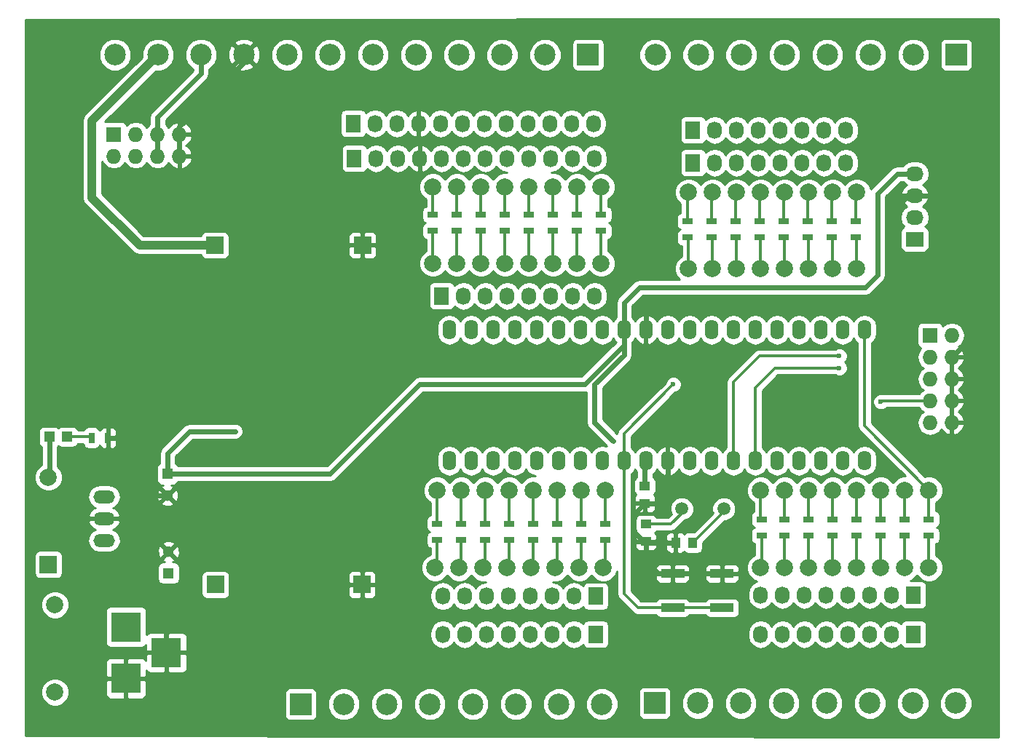
<source format=gbr>
G04 #@! TF.FileFunction,Copper,L1,Top,Signal*
%FSLAX46Y46*%
G04 Gerber Fmt 4.6, Leading zero omitted, Abs format (unit mm)*
G04 Created by KiCad (PCBNEW 201611211049+7371~55~ubuntu16.10.1-product) date Mon Dec 19 15:07:25 2016*
%MOMM*%
%LPD*%
G01*
G04 APERTURE LIST*
%ADD10C,0.100000*%
%ADD11R,1.300000X1.300000*%
%ADD12C,1.300000*%
%ADD13R,3.500120X3.500120*%
%ADD14R,1.727200X1.727200*%
%ADD15O,1.727200X1.727200*%
%ADD16C,1.998980*%
%ADD17R,1.998980X1.998980*%
%ADD18O,1.600000X2.300000*%
%ADD19R,2.750000X1.000000*%
%ADD20O,2.499360X1.501140*%
%ADD21C,1.501140*%
%ADD22R,1.250000X1.000000*%
%ADD23R,1.000000X1.250000*%
%ADD24R,1.198880X1.198880*%
%ADD25R,0.700000X1.300000*%
%ADD26R,1.300000X0.700000*%
%ADD27C,2.500000*%
%ADD28R,2.500000X2.500000*%
%ADD29R,1.727200X2.032000*%
%ADD30O,1.727200X2.032000*%
%ADD31R,2.032000X1.727200*%
%ADD32O,2.032000X1.727200*%
%ADD33C,0.600000*%
%ADD34C,1.000000*%
%ADD35C,0.600000*%
%ADD36C,0.350000*%
%ADD37C,0.254000*%
G04 APERTURE END LIST*
D10*
D11*
X109474000Y-105156000D03*
D12*
X109474000Y-102656000D03*
D11*
X109347000Y-93599000D03*
D12*
X109347000Y-96099000D03*
D13*
X104521000Y-111401860D03*
X104521000Y-117401340D03*
X109220000Y-114401600D03*
D14*
X197993000Y-77470000D03*
D15*
X200533000Y-77470000D03*
X197993000Y-80010000D03*
X200533000Y-80010000D03*
X197993000Y-82550000D03*
X200533000Y-82550000D03*
X197993000Y-85090000D03*
X200533000Y-85090000D03*
X197993000Y-87630000D03*
X200533000Y-87630000D03*
D16*
X95501460Y-93980000D03*
D17*
X95501460Y-104140000D03*
D16*
X96266000Y-118999000D03*
X96266000Y-108839000D03*
D18*
X142113000Y-92075000D03*
X144653000Y-92075000D03*
X147193000Y-92075000D03*
X149733000Y-92075000D03*
X152273000Y-92075000D03*
X154813000Y-92075000D03*
X157353000Y-92075000D03*
X159893000Y-92075000D03*
X162433000Y-92075000D03*
X164973000Y-92075000D03*
X167513000Y-92075000D03*
X170053000Y-92075000D03*
X172593000Y-92075000D03*
X175133000Y-92075000D03*
X177673000Y-92075000D03*
X180213000Y-92075000D03*
X182753000Y-92075000D03*
X185293000Y-92075000D03*
X187833000Y-92075000D03*
X190373000Y-92075000D03*
X190373000Y-76835000D03*
X187833000Y-76835000D03*
X185293000Y-76835000D03*
X182753000Y-76835000D03*
X180213000Y-76835000D03*
X177673000Y-76835000D03*
X175133000Y-76835000D03*
X172593000Y-76835000D03*
X170053000Y-76835000D03*
X167513000Y-76835000D03*
X164973000Y-76835000D03*
X162433000Y-76835000D03*
X159893000Y-76835000D03*
X157353000Y-76835000D03*
X154813000Y-76835000D03*
X152273000Y-76835000D03*
X149733000Y-76835000D03*
X147193000Y-76835000D03*
X144653000Y-76835000D03*
X142113000Y-76835000D03*
D17*
X114919000Y-106489500D03*
X131969000Y-106489500D03*
X114871500Y-66992500D03*
X132016500Y-66992500D03*
D19*
X168067000Y-105188000D03*
X173817000Y-105188000D03*
X173817000Y-109188000D03*
X168067000Y-109188000D03*
D20*
X101981000Y-98806000D03*
X101981000Y-101346000D03*
X101981000Y-96266000D03*
D21*
X169136060Y-97663000D03*
X174017940Y-97663000D03*
D22*
X164973000Y-101457000D03*
X164973000Y-99457000D03*
D23*
X168418000Y-101600000D03*
X170418000Y-101600000D03*
D22*
X164846000Y-95012000D03*
X164846000Y-97012000D03*
D24*
X95597980Y-89281000D03*
X97696020Y-89281000D03*
D14*
X103124000Y-54102000D03*
D15*
X103124000Y-56642000D03*
X105664000Y-54102000D03*
X105664000Y-56642000D03*
X108204000Y-54102000D03*
X108204000Y-56642000D03*
X110744000Y-54102000D03*
X110744000Y-56642000D03*
D25*
X100523000Y-89408000D03*
X102423000Y-89408000D03*
D26*
X178435000Y-98872000D03*
X178435000Y-100772000D03*
X181102000Y-98872000D03*
X181102000Y-100772000D03*
X183896000Y-98872000D03*
X183896000Y-100772000D03*
X186690000Y-98872000D03*
X186690000Y-100772000D03*
X189484000Y-98872000D03*
X189484000Y-100772000D03*
X192278000Y-98872000D03*
X192278000Y-100772000D03*
X195072000Y-98872000D03*
X195072000Y-100772000D03*
X197866000Y-98872000D03*
X197866000Y-100772000D03*
X140208000Y-65339000D03*
X140208000Y-63439000D03*
X143002000Y-65339000D03*
X143002000Y-63439000D03*
X145796000Y-65339000D03*
X145796000Y-63439000D03*
X148590000Y-65339000D03*
X148590000Y-63439000D03*
X151384000Y-65339000D03*
X151384000Y-63439000D03*
X154178000Y-65339000D03*
X154178000Y-63439000D03*
X156972000Y-65339000D03*
X156972000Y-63439000D03*
X159766000Y-65339000D03*
X159766000Y-63439000D03*
X140716000Y-99380000D03*
X140716000Y-101280000D03*
X143510000Y-99380000D03*
X143510000Y-101280000D03*
X146304000Y-99380000D03*
X146304000Y-101280000D03*
X149098000Y-99380000D03*
X149098000Y-101280000D03*
X151892000Y-99380000D03*
X151892000Y-101280000D03*
X154686000Y-99380000D03*
X154686000Y-101280000D03*
X157480000Y-99380000D03*
X157480000Y-101280000D03*
X160274000Y-99380000D03*
X160274000Y-101280000D03*
X169799000Y-66101000D03*
X169799000Y-64201000D03*
X189357000Y-66101000D03*
X189357000Y-64201000D03*
X186563000Y-66101000D03*
X186563000Y-64201000D03*
X183769000Y-66101000D03*
X183769000Y-64201000D03*
X180975000Y-66101000D03*
X180975000Y-64201000D03*
X178181000Y-66101000D03*
X178181000Y-64201000D03*
X175387000Y-66101000D03*
X175387000Y-64201000D03*
X172593000Y-66101000D03*
X172593000Y-64201000D03*
D16*
X140208000Y-69088000D03*
X143002000Y-69088000D03*
X140716000Y-95504000D03*
X189484000Y-69723000D03*
X145796000Y-69088000D03*
X143510000Y-95504000D03*
X186690000Y-69723000D03*
X178308000Y-95504000D03*
X148590000Y-69088000D03*
X146304000Y-95504000D03*
X183896000Y-69723000D03*
X181102000Y-95504000D03*
X151384000Y-69088000D03*
X149098000Y-95504000D03*
X181102000Y-69723000D03*
X183896000Y-95504000D03*
X154178000Y-69088000D03*
X151892000Y-95504000D03*
X178308000Y-69723000D03*
X186690000Y-95504000D03*
X156972000Y-69088000D03*
X154686000Y-95504000D03*
X175514000Y-69723000D03*
X189484000Y-95504000D03*
X159766000Y-69088000D03*
X157480000Y-95504000D03*
X172720000Y-69723000D03*
X192278000Y-95504000D03*
X160274000Y-95504000D03*
X169926000Y-69723000D03*
X195072000Y-95504000D03*
X197866000Y-95504000D03*
X140208000Y-60198000D03*
X140462000Y-104521000D03*
X189484000Y-60833000D03*
X178308000Y-104521000D03*
X143002000Y-60198000D03*
X143256000Y-104521000D03*
X186690000Y-60833000D03*
X181102000Y-104521000D03*
X145796000Y-60198000D03*
X146050000Y-104521000D03*
X183896000Y-60833000D03*
X183896000Y-104521000D03*
X148590000Y-60198000D03*
X148844000Y-104521000D03*
X181102000Y-60833000D03*
X186690000Y-104521000D03*
X151384000Y-60198000D03*
X151638000Y-104521000D03*
X178308000Y-60833000D03*
X189484000Y-104521000D03*
X154178000Y-60198000D03*
X154432000Y-104521000D03*
X175514000Y-60833000D03*
X192278000Y-104521000D03*
X156972000Y-60198000D03*
X157226000Y-104521000D03*
X172720000Y-60833000D03*
X195072000Y-104521000D03*
X159766000Y-60198000D03*
X160020000Y-104521000D03*
X169926000Y-60833000D03*
X197866000Y-104521000D03*
D27*
X196041000Y-44831000D03*
D28*
X201041000Y-44831000D03*
D27*
X191041000Y-44831000D03*
X186041000Y-44831000D03*
X181041000Y-44831000D03*
X176041000Y-44831000D03*
X171041000Y-44831000D03*
X166041000Y-44831000D03*
X200989000Y-120269000D03*
X195989000Y-120269000D03*
X190989000Y-120269000D03*
X185989000Y-120269000D03*
X180989000Y-120269000D03*
X175989000Y-120269000D03*
D28*
X165989000Y-120269000D03*
D27*
X170989000Y-120269000D03*
X103242000Y-44831000D03*
X108242000Y-44831000D03*
X113242000Y-44831000D03*
X118242000Y-44831000D03*
X123242000Y-44831000D03*
X128242000Y-44831000D03*
X133242000Y-44831000D03*
X138242000Y-44831000D03*
X143242000Y-44831000D03*
X148242000Y-44831000D03*
D28*
X158242000Y-44831000D03*
D27*
X153242000Y-44831000D03*
X159841000Y-120396000D03*
X154841000Y-120396000D03*
X149841000Y-120396000D03*
X144841000Y-120396000D03*
X139841000Y-120396000D03*
X134841000Y-120396000D03*
D28*
X124841000Y-120396000D03*
D27*
X129841000Y-120396000D03*
D29*
X159131000Y-107823000D03*
D30*
X156591000Y-107823000D03*
X154051000Y-107823000D03*
X151511000Y-107823000D03*
X148971000Y-107823000D03*
X146431000Y-107823000D03*
X143891000Y-107823000D03*
X141351000Y-107823000D03*
D29*
X131064000Y-56896000D03*
D30*
X133604000Y-56896000D03*
X136144000Y-56896000D03*
X138684000Y-56896000D03*
X141224000Y-56896000D03*
X143764000Y-56896000D03*
X146304000Y-56896000D03*
X148844000Y-56896000D03*
X151384000Y-56896000D03*
X153924000Y-56896000D03*
X156464000Y-56896000D03*
X159004000Y-56896000D03*
X188214000Y-57404000D03*
X185674000Y-57404000D03*
X183134000Y-57404000D03*
X180594000Y-57404000D03*
X178054000Y-57404000D03*
X175514000Y-57404000D03*
X172974000Y-57404000D03*
D29*
X170434000Y-57404000D03*
X196088000Y-107696000D03*
D30*
X193548000Y-107696000D03*
X191008000Y-107696000D03*
X188468000Y-107696000D03*
X185928000Y-107696000D03*
X183388000Y-107696000D03*
X180848000Y-107696000D03*
X178308000Y-107696000D03*
D29*
X130937000Y-52832000D03*
D30*
X133477000Y-52832000D03*
X136017000Y-52832000D03*
X138557000Y-52832000D03*
X141097000Y-52832000D03*
X143637000Y-52832000D03*
X146177000Y-52832000D03*
X148717000Y-52832000D03*
X151257000Y-52832000D03*
X153797000Y-52832000D03*
X156337000Y-52832000D03*
X158877000Y-52832000D03*
D29*
X159131000Y-112268000D03*
D30*
X156591000Y-112268000D03*
X154051000Y-112268000D03*
X151511000Y-112268000D03*
X148971000Y-112268000D03*
X146431000Y-112268000D03*
X143891000Y-112268000D03*
X141351000Y-112268000D03*
X188214000Y-53594000D03*
X185674000Y-53594000D03*
X183134000Y-53594000D03*
X180594000Y-53594000D03*
X178054000Y-53594000D03*
X175514000Y-53594000D03*
X172974000Y-53594000D03*
D29*
X170434000Y-53594000D03*
X196088000Y-112268000D03*
D30*
X193548000Y-112268000D03*
X191008000Y-112268000D03*
X188468000Y-112268000D03*
X185928000Y-112268000D03*
X183388000Y-112268000D03*
X180848000Y-112268000D03*
X178308000Y-112268000D03*
D29*
X141224000Y-72898000D03*
D30*
X143764000Y-72898000D03*
X146304000Y-72898000D03*
X148844000Y-72898000D03*
X151384000Y-72898000D03*
X153924000Y-72898000D03*
X156464000Y-72898000D03*
X159004000Y-72898000D03*
D31*
X196215000Y-66294000D03*
D32*
X196215000Y-63754000D03*
X196215000Y-61214000D03*
X196215000Y-58674000D03*
D33*
X117221000Y-88646000D03*
X161163000Y-89789000D03*
X168148000Y-83185000D03*
X192278000Y-85217000D03*
X187452000Y-79883000D03*
X187452000Y-81280000D03*
D34*
X114871500Y-66992500D02*
X106108500Y-66992500D01*
X100584000Y-52489000D02*
X108242000Y-44831000D01*
X100584000Y-61468000D02*
X100584000Y-52489000D01*
X106108500Y-66992500D02*
X100584000Y-61468000D01*
D35*
X109220000Y-114401600D02*
X109220000Y-111379000D01*
X111887000Y-105069000D02*
X109474000Y-102656000D01*
X111887000Y-108712000D02*
X111887000Y-105069000D01*
X109220000Y-111379000D02*
X111887000Y-108712000D01*
X110744000Y-54102000D02*
X110744000Y-56642000D01*
X110744000Y-54102000D02*
X110744000Y-53213000D01*
X110744000Y-53213000D02*
X118242000Y-45715000D01*
X118242000Y-45715000D02*
X118242000Y-44831000D01*
X102423000Y-89408000D02*
X104394000Y-89408000D01*
X106767000Y-96099000D02*
X109347000Y-96099000D01*
X106045000Y-95377000D02*
X106767000Y-96099000D01*
X106045000Y-91059000D02*
X106045000Y-95377000D01*
X104394000Y-89408000D02*
X106045000Y-91059000D01*
X196215000Y-61214000D02*
X195453000Y-61214000D01*
X195453000Y-61214000D02*
X193802000Y-62865000D01*
X164973000Y-74422000D02*
X164973000Y-76835000D01*
X165989000Y-73406000D02*
X164973000Y-74422000D01*
X191643000Y-73406000D02*
X165989000Y-73406000D01*
X193802000Y-71247000D02*
X191643000Y-73406000D01*
X193802000Y-62865000D02*
X193802000Y-71247000D01*
X196215000Y-61214000D02*
X200025000Y-61214000D01*
X200025000Y-61214000D02*
X202946000Y-64135000D01*
X202946000Y-64135000D02*
X202946000Y-77597000D01*
X202946000Y-77597000D02*
X200533000Y-80010000D01*
X164846000Y-97012000D02*
X166767000Y-97012000D01*
X167513000Y-96266000D02*
X167513000Y-92075000D01*
X166767000Y-97012000D02*
X167513000Y-96266000D01*
X168067000Y-105188000D02*
X166402000Y-105188000D01*
X164973000Y-103759000D02*
X164973000Y-101457000D01*
X166402000Y-105188000D02*
X164973000Y-103759000D01*
X168067000Y-105188000D02*
X173817000Y-105188000D01*
X164973000Y-101457000D02*
X164703000Y-101457000D01*
X164703000Y-101457000D02*
X163576000Y-100330000D01*
X163576000Y-98282000D02*
X164846000Y-97012000D01*
X163576000Y-100330000D02*
X163576000Y-98282000D01*
X168418000Y-101600000D02*
X165116000Y-101600000D01*
X165116000Y-101600000D02*
X164973000Y-101457000D01*
X164846000Y-95012000D02*
X164846000Y-92202000D01*
X164846000Y-92202000D02*
X164973000Y-92075000D01*
X108204000Y-54102000D02*
X108204000Y-56642000D01*
X108204000Y-54102000D02*
X108204000Y-52070000D01*
X113242000Y-47032000D02*
X113242000Y-44831000D01*
X108204000Y-52070000D02*
X113242000Y-47032000D01*
X109347000Y-91186000D02*
X109347000Y-93599000D01*
X111887000Y-88646000D02*
X109347000Y-91186000D01*
X117221000Y-88646000D02*
X111887000Y-88646000D01*
X95597980Y-89281000D02*
X95597980Y-93883480D01*
X95597980Y-93883480D02*
X95501460Y-93980000D01*
X109347000Y-93599000D02*
X128270000Y-93599000D01*
X128270000Y-93599000D02*
X138684000Y-83185000D01*
X138684000Y-83185000D02*
X157861000Y-83185000D01*
X157861000Y-83185000D02*
X162433000Y-78613000D01*
X162433000Y-78613000D02*
X162433000Y-76835000D01*
X161163000Y-89789000D02*
X159004000Y-87630000D01*
X159004000Y-87630000D02*
X159004000Y-83185000D01*
X159004000Y-83185000D02*
X162433000Y-79756000D01*
X162433000Y-79756000D02*
X162433000Y-76835000D01*
X196215000Y-58674000D02*
X194183000Y-58674000D01*
X194183000Y-58674000D02*
X191897000Y-60960000D01*
X191897000Y-60960000D02*
X191897000Y-70485000D01*
X191897000Y-70485000D02*
X190500000Y-71882000D01*
X190500000Y-71882000D02*
X164211000Y-71882000D01*
X164211000Y-71882000D02*
X162433000Y-73660000D01*
X162433000Y-73660000D02*
X162433000Y-76835000D01*
D36*
X169136060Y-97663000D02*
X169136060Y-98198940D01*
X169136060Y-98198940D02*
X167878000Y-99457000D01*
X167878000Y-99457000D02*
X164973000Y-99457000D01*
X174017940Y-97663000D02*
X174017940Y-98000060D01*
X174017940Y-98000060D02*
X170418000Y-101600000D01*
X154686000Y-95504000D02*
X154686000Y-99380000D01*
X162433000Y-92075000D02*
X162433000Y-88900000D01*
X162433000Y-88900000D02*
X168148000Y-83185000D01*
X168067000Y-109188000D02*
X173817000Y-109188000D01*
X162433000Y-92075000D02*
X162433000Y-107569000D01*
X164052000Y-109188000D02*
X168067000Y-109188000D01*
X162433000Y-107569000D02*
X164052000Y-109188000D01*
X192405000Y-85090000D02*
X197993000Y-85090000D01*
X192278000Y-85217000D02*
X192405000Y-85090000D01*
X160274000Y-95504000D02*
X160274000Y-99380000D01*
X157480000Y-95504000D02*
X157480000Y-99380000D01*
X97696020Y-89281000D02*
X100396000Y-89281000D01*
X100396000Y-89281000D02*
X100523000Y-89408000D01*
X140208000Y-65339000D02*
X140208000Y-69088000D01*
X143002000Y-65339000D02*
X143002000Y-69088000D01*
X145796000Y-65339000D02*
X145796000Y-69088000D01*
X148590000Y-65339000D02*
X148590000Y-69088000D01*
X151384000Y-65339000D02*
X151384000Y-69088000D01*
X154178000Y-69088000D02*
X154178000Y-65339000D01*
X156972000Y-69088000D02*
X156972000Y-65339000D01*
X159766000Y-69088000D02*
X159766000Y-65339000D01*
X189484000Y-69723000D02*
X189484000Y-66228000D01*
X189484000Y-66228000D02*
X189357000Y-66101000D01*
X186690000Y-69723000D02*
X186690000Y-66228000D01*
X186690000Y-66228000D02*
X186563000Y-66101000D01*
X183896000Y-69723000D02*
X183896000Y-66228000D01*
X183896000Y-66228000D02*
X183769000Y-66101000D01*
X181102000Y-69723000D02*
X181102000Y-66228000D01*
X181102000Y-66228000D02*
X180975000Y-66101000D01*
X178308000Y-69723000D02*
X178308000Y-66228000D01*
X178308000Y-66228000D02*
X178181000Y-66101000D01*
X175514000Y-69723000D02*
X175514000Y-66228000D01*
X175514000Y-66228000D02*
X175387000Y-66101000D01*
X172720000Y-69723000D02*
X172720000Y-66228000D01*
X172720000Y-66228000D02*
X172593000Y-66101000D01*
X169926000Y-69723000D02*
X169926000Y-66228000D01*
X169926000Y-66228000D02*
X169799000Y-66101000D01*
X140716000Y-95504000D02*
X140716000Y-99380000D01*
X143510000Y-95504000D02*
X143510000Y-99380000D01*
X146304000Y-95504000D02*
X146304000Y-99380000D01*
X149098000Y-95504000D02*
X149098000Y-99380000D01*
X151892000Y-95504000D02*
X151892000Y-99380000D01*
X175133000Y-92075000D02*
X175133000Y-82931000D01*
X178181000Y-79883000D02*
X187452000Y-79883000D01*
X175133000Y-82931000D02*
X178181000Y-79883000D01*
X178308000Y-95504000D02*
X178308000Y-98745000D01*
X178308000Y-98745000D02*
X178435000Y-98872000D01*
X177673000Y-92075000D02*
X177673000Y-83566000D01*
X179959000Y-81280000D02*
X187452000Y-81280000D01*
X177673000Y-83566000D02*
X179959000Y-81280000D01*
X181102000Y-95504000D02*
X181102000Y-98872000D01*
X183896000Y-95504000D02*
X183896000Y-98872000D01*
X186690000Y-95504000D02*
X186690000Y-98872000D01*
X189484000Y-95504000D02*
X189484000Y-98872000D01*
X192278000Y-95504000D02*
X192278000Y-98872000D01*
X195072000Y-95504000D02*
X195072000Y-98872000D01*
X197866000Y-95504000D02*
X197866000Y-98872000D01*
X190373000Y-76835000D02*
X190373000Y-88011000D01*
X190373000Y-88011000D02*
X197866000Y-95504000D01*
X172593000Y-64201000D02*
X172593000Y-60960000D01*
X172593000Y-60960000D02*
X172720000Y-60833000D01*
X169799000Y-64201000D02*
X169799000Y-60960000D01*
X169799000Y-60960000D02*
X169926000Y-60833000D01*
X175387000Y-64201000D02*
X175387000Y-60960000D01*
X175387000Y-60960000D02*
X175514000Y-60833000D01*
X178181000Y-64201000D02*
X178181000Y-60960000D01*
X178181000Y-60960000D02*
X178308000Y-60833000D01*
X180975000Y-64201000D02*
X180975000Y-60960000D01*
X180975000Y-60960000D02*
X181102000Y-60833000D01*
X183769000Y-64201000D02*
X183769000Y-60960000D01*
X183769000Y-60960000D02*
X183896000Y-60833000D01*
X186563000Y-64201000D02*
X186563000Y-60960000D01*
X186563000Y-60960000D02*
X186690000Y-60833000D01*
X189357000Y-64201000D02*
X189357000Y-60960000D01*
X189357000Y-60960000D02*
X189484000Y-60833000D01*
X178435000Y-100772000D02*
X178435000Y-104394000D01*
X178435000Y-104394000D02*
X178308000Y-104521000D01*
X181102000Y-100772000D02*
X181102000Y-104521000D01*
X183896000Y-100772000D02*
X183896000Y-104521000D01*
X186690000Y-100772000D02*
X186690000Y-104521000D01*
X189484000Y-100772000D02*
X189484000Y-104521000D01*
X192278000Y-100772000D02*
X192278000Y-104521000D01*
X197866000Y-100772000D02*
X197866000Y-104521000D01*
X195072000Y-100772000D02*
X195072000Y-104521000D01*
X140716000Y-101280000D02*
X140716000Y-104267000D01*
X140716000Y-104267000D02*
X140462000Y-104521000D01*
X143510000Y-101280000D02*
X143510000Y-104267000D01*
X143510000Y-104267000D02*
X143256000Y-104521000D01*
X146304000Y-101280000D02*
X146304000Y-104267000D01*
X146304000Y-104267000D02*
X146050000Y-104521000D01*
X149098000Y-101280000D02*
X149098000Y-104267000D01*
X149098000Y-104267000D02*
X148844000Y-104521000D01*
X151892000Y-101280000D02*
X151892000Y-104267000D01*
X151892000Y-104267000D02*
X151638000Y-104521000D01*
X154686000Y-101280000D02*
X154686000Y-104267000D01*
X154686000Y-104267000D02*
X154432000Y-104521000D01*
X160274000Y-101280000D02*
X160274000Y-104267000D01*
X160274000Y-104267000D02*
X160020000Y-104521000D01*
X157480000Y-101280000D02*
X157480000Y-104267000D01*
X157480000Y-104267000D02*
X157226000Y-104521000D01*
X140208000Y-63439000D02*
X140208000Y-60198000D01*
X143002000Y-63439000D02*
X143002000Y-60198000D01*
X145796000Y-63439000D02*
X145796000Y-60198000D01*
X148590000Y-63439000D02*
X148590000Y-60198000D01*
X151384000Y-63439000D02*
X151384000Y-60198000D01*
X154178000Y-63439000D02*
X154178000Y-60198000D01*
X159766000Y-63439000D02*
X159766000Y-60198000D01*
X156972000Y-63439000D02*
X156972000Y-60198000D01*
D37*
G36*
X205994000Y-124205858D02*
X92837000Y-124079142D01*
X92837000Y-119322694D01*
X94631226Y-119322694D01*
X94879538Y-119923655D01*
X95338927Y-120383846D01*
X95939453Y-120633206D01*
X96589694Y-120633774D01*
X97190655Y-120385462D01*
X97650846Y-119926073D01*
X97900206Y-119325547D01*
X97900774Y-118675306D01*
X97652462Y-118074345D01*
X97265882Y-117687090D01*
X102135940Y-117687090D01*
X102135940Y-119277709D01*
X102232613Y-119511098D01*
X102411241Y-119689727D01*
X102644630Y-119786400D01*
X104235250Y-119786400D01*
X104394000Y-119627650D01*
X104394000Y-117528340D01*
X104648000Y-117528340D01*
X104648000Y-119627650D01*
X104806750Y-119786400D01*
X106397370Y-119786400D01*
X106630759Y-119689727D01*
X106809387Y-119511098D01*
X106906060Y-119277709D01*
X106906060Y-119146000D01*
X122943560Y-119146000D01*
X122943560Y-121646000D01*
X122992843Y-121893765D01*
X123133191Y-122103809D01*
X123343235Y-122244157D01*
X123591000Y-122293440D01*
X126091000Y-122293440D01*
X126338765Y-122244157D01*
X126548809Y-122103809D01*
X126689157Y-121893765D01*
X126738440Y-121646000D01*
X126738440Y-120769305D01*
X127955674Y-120769305D01*
X128242043Y-121462372D01*
X128771839Y-121993093D01*
X129464405Y-122280672D01*
X130214305Y-122281326D01*
X130907372Y-121994957D01*
X131438093Y-121465161D01*
X131725672Y-120772595D01*
X131725674Y-120769305D01*
X132955674Y-120769305D01*
X133242043Y-121462372D01*
X133771839Y-121993093D01*
X134464405Y-122280672D01*
X135214305Y-122281326D01*
X135907372Y-121994957D01*
X136438093Y-121465161D01*
X136725672Y-120772595D01*
X136725674Y-120769305D01*
X137955674Y-120769305D01*
X138242043Y-121462372D01*
X138771839Y-121993093D01*
X139464405Y-122280672D01*
X140214305Y-122281326D01*
X140907372Y-121994957D01*
X141438093Y-121465161D01*
X141725672Y-120772595D01*
X141725674Y-120769305D01*
X142955674Y-120769305D01*
X143242043Y-121462372D01*
X143771839Y-121993093D01*
X144464405Y-122280672D01*
X145214305Y-122281326D01*
X145907372Y-121994957D01*
X146438093Y-121465161D01*
X146725672Y-120772595D01*
X146725674Y-120769305D01*
X147955674Y-120769305D01*
X148242043Y-121462372D01*
X148771839Y-121993093D01*
X149464405Y-122280672D01*
X150214305Y-122281326D01*
X150907372Y-121994957D01*
X151438093Y-121465161D01*
X151725672Y-120772595D01*
X151725674Y-120769305D01*
X152955674Y-120769305D01*
X153242043Y-121462372D01*
X153771839Y-121993093D01*
X154464405Y-122280672D01*
X155214305Y-122281326D01*
X155907372Y-121994957D01*
X156438093Y-121465161D01*
X156725672Y-120772595D01*
X156725674Y-120769305D01*
X157955674Y-120769305D01*
X158242043Y-121462372D01*
X158771839Y-121993093D01*
X159464405Y-122280672D01*
X160214305Y-122281326D01*
X160907372Y-121994957D01*
X161438093Y-121465161D01*
X161725672Y-120772595D01*
X161726326Y-120022695D01*
X161439957Y-119329628D01*
X161129871Y-119019000D01*
X164091560Y-119019000D01*
X164091560Y-121519000D01*
X164140843Y-121766765D01*
X164281191Y-121976809D01*
X164491235Y-122117157D01*
X164739000Y-122166440D01*
X167239000Y-122166440D01*
X167486765Y-122117157D01*
X167696809Y-121976809D01*
X167837157Y-121766765D01*
X167886440Y-121519000D01*
X167886440Y-120642305D01*
X169103674Y-120642305D01*
X169390043Y-121335372D01*
X169919839Y-121866093D01*
X170612405Y-122153672D01*
X171362305Y-122154326D01*
X172055372Y-121867957D01*
X172586093Y-121338161D01*
X172873672Y-120645595D01*
X172873674Y-120642305D01*
X174103674Y-120642305D01*
X174390043Y-121335372D01*
X174919839Y-121866093D01*
X175612405Y-122153672D01*
X176362305Y-122154326D01*
X177055372Y-121867957D01*
X177586093Y-121338161D01*
X177873672Y-120645595D01*
X177873674Y-120642305D01*
X179103674Y-120642305D01*
X179390043Y-121335372D01*
X179919839Y-121866093D01*
X180612405Y-122153672D01*
X181362305Y-122154326D01*
X182055372Y-121867957D01*
X182586093Y-121338161D01*
X182873672Y-120645595D01*
X182873674Y-120642305D01*
X184103674Y-120642305D01*
X184390043Y-121335372D01*
X184919839Y-121866093D01*
X185612405Y-122153672D01*
X186362305Y-122154326D01*
X187055372Y-121867957D01*
X187586093Y-121338161D01*
X187873672Y-120645595D01*
X187873674Y-120642305D01*
X189103674Y-120642305D01*
X189390043Y-121335372D01*
X189919839Y-121866093D01*
X190612405Y-122153672D01*
X191362305Y-122154326D01*
X192055372Y-121867957D01*
X192586093Y-121338161D01*
X192873672Y-120645595D01*
X192873674Y-120642305D01*
X194103674Y-120642305D01*
X194390043Y-121335372D01*
X194919839Y-121866093D01*
X195612405Y-122153672D01*
X196362305Y-122154326D01*
X197055372Y-121867957D01*
X197586093Y-121338161D01*
X197873672Y-120645595D01*
X197873674Y-120642305D01*
X199103674Y-120642305D01*
X199390043Y-121335372D01*
X199919839Y-121866093D01*
X200612405Y-122153672D01*
X201362305Y-122154326D01*
X202055372Y-121867957D01*
X202586093Y-121338161D01*
X202873672Y-120645595D01*
X202874326Y-119895695D01*
X202587957Y-119202628D01*
X202058161Y-118671907D01*
X201365595Y-118384328D01*
X200615695Y-118383674D01*
X199922628Y-118670043D01*
X199391907Y-119199839D01*
X199104328Y-119892405D01*
X199103674Y-120642305D01*
X197873674Y-120642305D01*
X197874326Y-119895695D01*
X197587957Y-119202628D01*
X197058161Y-118671907D01*
X196365595Y-118384328D01*
X195615695Y-118383674D01*
X194922628Y-118670043D01*
X194391907Y-119199839D01*
X194104328Y-119892405D01*
X194103674Y-120642305D01*
X192873674Y-120642305D01*
X192874326Y-119895695D01*
X192587957Y-119202628D01*
X192058161Y-118671907D01*
X191365595Y-118384328D01*
X190615695Y-118383674D01*
X189922628Y-118670043D01*
X189391907Y-119199839D01*
X189104328Y-119892405D01*
X189103674Y-120642305D01*
X187873674Y-120642305D01*
X187874326Y-119895695D01*
X187587957Y-119202628D01*
X187058161Y-118671907D01*
X186365595Y-118384328D01*
X185615695Y-118383674D01*
X184922628Y-118670043D01*
X184391907Y-119199839D01*
X184104328Y-119892405D01*
X184103674Y-120642305D01*
X182873674Y-120642305D01*
X182874326Y-119895695D01*
X182587957Y-119202628D01*
X182058161Y-118671907D01*
X181365595Y-118384328D01*
X180615695Y-118383674D01*
X179922628Y-118670043D01*
X179391907Y-119199839D01*
X179104328Y-119892405D01*
X179103674Y-120642305D01*
X177873674Y-120642305D01*
X177874326Y-119895695D01*
X177587957Y-119202628D01*
X177058161Y-118671907D01*
X176365595Y-118384328D01*
X175615695Y-118383674D01*
X174922628Y-118670043D01*
X174391907Y-119199839D01*
X174104328Y-119892405D01*
X174103674Y-120642305D01*
X172873674Y-120642305D01*
X172874326Y-119895695D01*
X172587957Y-119202628D01*
X172058161Y-118671907D01*
X171365595Y-118384328D01*
X170615695Y-118383674D01*
X169922628Y-118670043D01*
X169391907Y-119199839D01*
X169104328Y-119892405D01*
X169103674Y-120642305D01*
X167886440Y-120642305D01*
X167886440Y-119019000D01*
X167837157Y-118771235D01*
X167696809Y-118561191D01*
X167486765Y-118420843D01*
X167239000Y-118371560D01*
X164739000Y-118371560D01*
X164491235Y-118420843D01*
X164281191Y-118561191D01*
X164140843Y-118771235D01*
X164091560Y-119019000D01*
X161129871Y-119019000D01*
X160910161Y-118798907D01*
X160217595Y-118511328D01*
X159467695Y-118510674D01*
X158774628Y-118797043D01*
X158243907Y-119326839D01*
X157956328Y-120019405D01*
X157955674Y-120769305D01*
X156725674Y-120769305D01*
X156726326Y-120022695D01*
X156439957Y-119329628D01*
X155910161Y-118798907D01*
X155217595Y-118511328D01*
X154467695Y-118510674D01*
X153774628Y-118797043D01*
X153243907Y-119326839D01*
X152956328Y-120019405D01*
X152955674Y-120769305D01*
X151725674Y-120769305D01*
X151726326Y-120022695D01*
X151439957Y-119329628D01*
X150910161Y-118798907D01*
X150217595Y-118511328D01*
X149467695Y-118510674D01*
X148774628Y-118797043D01*
X148243907Y-119326839D01*
X147956328Y-120019405D01*
X147955674Y-120769305D01*
X146725674Y-120769305D01*
X146726326Y-120022695D01*
X146439957Y-119329628D01*
X145910161Y-118798907D01*
X145217595Y-118511328D01*
X144467695Y-118510674D01*
X143774628Y-118797043D01*
X143243907Y-119326839D01*
X142956328Y-120019405D01*
X142955674Y-120769305D01*
X141725674Y-120769305D01*
X141726326Y-120022695D01*
X141439957Y-119329628D01*
X140910161Y-118798907D01*
X140217595Y-118511328D01*
X139467695Y-118510674D01*
X138774628Y-118797043D01*
X138243907Y-119326839D01*
X137956328Y-120019405D01*
X137955674Y-120769305D01*
X136725674Y-120769305D01*
X136726326Y-120022695D01*
X136439957Y-119329628D01*
X135910161Y-118798907D01*
X135217595Y-118511328D01*
X134467695Y-118510674D01*
X133774628Y-118797043D01*
X133243907Y-119326839D01*
X132956328Y-120019405D01*
X132955674Y-120769305D01*
X131725674Y-120769305D01*
X131726326Y-120022695D01*
X131439957Y-119329628D01*
X130910161Y-118798907D01*
X130217595Y-118511328D01*
X129467695Y-118510674D01*
X128774628Y-118797043D01*
X128243907Y-119326839D01*
X127956328Y-120019405D01*
X127955674Y-120769305D01*
X126738440Y-120769305D01*
X126738440Y-119146000D01*
X126689157Y-118898235D01*
X126548809Y-118688191D01*
X126338765Y-118547843D01*
X126091000Y-118498560D01*
X123591000Y-118498560D01*
X123343235Y-118547843D01*
X123133191Y-118688191D01*
X122992843Y-118898235D01*
X122943560Y-119146000D01*
X106906060Y-119146000D01*
X106906060Y-117687090D01*
X106747310Y-117528340D01*
X104648000Y-117528340D01*
X104394000Y-117528340D01*
X102294690Y-117528340D01*
X102135940Y-117687090D01*
X97265882Y-117687090D01*
X97193073Y-117614154D01*
X96592547Y-117364794D01*
X95942306Y-117364226D01*
X95341345Y-117612538D01*
X94881154Y-118071927D01*
X94631794Y-118672453D01*
X94631226Y-119322694D01*
X92837000Y-119322694D01*
X92837000Y-115524971D01*
X102135940Y-115524971D01*
X102135940Y-117115590D01*
X102294690Y-117274340D01*
X104394000Y-117274340D01*
X104394000Y-115175030D01*
X104648000Y-115175030D01*
X104648000Y-117274340D01*
X106747310Y-117274340D01*
X106906060Y-117115590D01*
X106906060Y-116449668D01*
X106931613Y-116511358D01*
X107110241Y-116689987D01*
X107343630Y-116786660D01*
X108934250Y-116786660D01*
X109093000Y-116627910D01*
X109093000Y-114528600D01*
X109347000Y-114528600D01*
X109347000Y-116627910D01*
X109505750Y-116786660D01*
X111096370Y-116786660D01*
X111329759Y-116689987D01*
X111508387Y-116511358D01*
X111605060Y-116277969D01*
X111605060Y-114687350D01*
X111446310Y-114528600D01*
X109347000Y-114528600D01*
X109093000Y-114528600D01*
X106993690Y-114528600D01*
X106834940Y-114687350D01*
X106834940Y-115353272D01*
X106809387Y-115291582D01*
X106630759Y-115112953D01*
X106397370Y-115016280D01*
X104806750Y-115016280D01*
X104648000Y-115175030D01*
X104394000Y-115175030D01*
X104235250Y-115016280D01*
X102644630Y-115016280D01*
X102411241Y-115112953D01*
X102232613Y-115291582D01*
X102135940Y-115524971D01*
X92837000Y-115524971D01*
X92837000Y-109162694D01*
X94631226Y-109162694D01*
X94879538Y-109763655D01*
X95338927Y-110223846D01*
X95939453Y-110473206D01*
X96589694Y-110473774D01*
X97190655Y-110225462D01*
X97650846Y-109766073D01*
X97698296Y-109651800D01*
X102123500Y-109651800D01*
X102123500Y-113151920D01*
X102172783Y-113399685D01*
X102313131Y-113609729D01*
X102523175Y-113750077D01*
X102770940Y-113799360D01*
X106271060Y-113799360D01*
X106518825Y-113750077D01*
X106728869Y-113609729D01*
X106834940Y-113450984D01*
X106834940Y-114115850D01*
X106993690Y-114274600D01*
X109093000Y-114274600D01*
X109093000Y-112175290D01*
X109347000Y-112175290D01*
X109347000Y-114274600D01*
X111446310Y-114274600D01*
X111605060Y-114115850D01*
X111605060Y-112525231D01*
X111508387Y-112291842D01*
X111329759Y-112113213D01*
X111257435Y-112083255D01*
X139852400Y-112083255D01*
X139852400Y-112452745D01*
X139966474Y-113026234D01*
X140291330Y-113512415D01*
X140777511Y-113837271D01*
X141351000Y-113951345D01*
X141924489Y-113837271D01*
X142410670Y-113512415D01*
X142621000Y-113197634D01*
X142831330Y-113512415D01*
X143317511Y-113837271D01*
X143891000Y-113951345D01*
X144464489Y-113837271D01*
X144950670Y-113512415D01*
X145161000Y-113197634D01*
X145371330Y-113512415D01*
X145857511Y-113837271D01*
X146431000Y-113951345D01*
X147004489Y-113837271D01*
X147490670Y-113512415D01*
X147701000Y-113197634D01*
X147911330Y-113512415D01*
X148397511Y-113837271D01*
X148971000Y-113951345D01*
X149544489Y-113837271D01*
X150030670Y-113512415D01*
X150241000Y-113197634D01*
X150451330Y-113512415D01*
X150937511Y-113837271D01*
X151511000Y-113951345D01*
X152084489Y-113837271D01*
X152570670Y-113512415D01*
X152781000Y-113197634D01*
X152991330Y-113512415D01*
X153477511Y-113837271D01*
X154051000Y-113951345D01*
X154624489Y-113837271D01*
X155110670Y-113512415D01*
X155321000Y-113197634D01*
X155531330Y-113512415D01*
X156017511Y-113837271D01*
X156591000Y-113951345D01*
X157164489Y-113837271D01*
X157650670Y-113512415D01*
X157662016Y-113495434D01*
X157669243Y-113531765D01*
X157809591Y-113741809D01*
X158019635Y-113882157D01*
X158267400Y-113931440D01*
X159994600Y-113931440D01*
X160242365Y-113882157D01*
X160452409Y-113741809D01*
X160592757Y-113531765D01*
X160642040Y-113284000D01*
X160642040Y-112083255D01*
X176809400Y-112083255D01*
X176809400Y-112452745D01*
X176923474Y-113026234D01*
X177248330Y-113512415D01*
X177734511Y-113837271D01*
X178308000Y-113951345D01*
X178881489Y-113837271D01*
X179367670Y-113512415D01*
X179578000Y-113197634D01*
X179788330Y-113512415D01*
X180274511Y-113837271D01*
X180848000Y-113951345D01*
X181421489Y-113837271D01*
X181907670Y-113512415D01*
X182118000Y-113197634D01*
X182328330Y-113512415D01*
X182814511Y-113837271D01*
X183388000Y-113951345D01*
X183961489Y-113837271D01*
X184447670Y-113512415D01*
X184658000Y-113197634D01*
X184868330Y-113512415D01*
X185354511Y-113837271D01*
X185928000Y-113951345D01*
X186501489Y-113837271D01*
X186987670Y-113512415D01*
X187198000Y-113197634D01*
X187408330Y-113512415D01*
X187894511Y-113837271D01*
X188468000Y-113951345D01*
X189041489Y-113837271D01*
X189527670Y-113512415D01*
X189738000Y-113197634D01*
X189948330Y-113512415D01*
X190434511Y-113837271D01*
X191008000Y-113951345D01*
X191581489Y-113837271D01*
X192067670Y-113512415D01*
X192278000Y-113197634D01*
X192488330Y-113512415D01*
X192974511Y-113837271D01*
X193548000Y-113951345D01*
X194121489Y-113837271D01*
X194607670Y-113512415D01*
X194619016Y-113495434D01*
X194626243Y-113531765D01*
X194766591Y-113741809D01*
X194976635Y-113882157D01*
X195224400Y-113931440D01*
X196951600Y-113931440D01*
X197199365Y-113882157D01*
X197409409Y-113741809D01*
X197549757Y-113531765D01*
X197599040Y-113284000D01*
X197599040Y-111252000D01*
X197549757Y-111004235D01*
X197409409Y-110794191D01*
X197199365Y-110653843D01*
X196951600Y-110604560D01*
X195224400Y-110604560D01*
X194976635Y-110653843D01*
X194766591Y-110794191D01*
X194626243Y-111004235D01*
X194619016Y-111040566D01*
X194607670Y-111023585D01*
X194121489Y-110698729D01*
X193548000Y-110584655D01*
X192974511Y-110698729D01*
X192488330Y-111023585D01*
X192278000Y-111338366D01*
X192067670Y-111023585D01*
X191581489Y-110698729D01*
X191008000Y-110584655D01*
X190434511Y-110698729D01*
X189948330Y-111023585D01*
X189738000Y-111338366D01*
X189527670Y-111023585D01*
X189041489Y-110698729D01*
X188468000Y-110584655D01*
X187894511Y-110698729D01*
X187408330Y-111023585D01*
X187198000Y-111338366D01*
X186987670Y-111023585D01*
X186501489Y-110698729D01*
X185928000Y-110584655D01*
X185354511Y-110698729D01*
X184868330Y-111023585D01*
X184658000Y-111338366D01*
X184447670Y-111023585D01*
X183961489Y-110698729D01*
X183388000Y-110584655D01*
X182814511Y-110698729D01*
X182328330Y-111023585D01*
X182118000Y-111338366D01*
X181907670Y-111023585D01*
X181421489Y-110698729D01*
X180848000Y-110584655D01*
X180274511Y-110698729D01*
X179788330Y-111023585D01*
X179578000Y-111338366D01*
X179367670Y-111023585D01*
X178881489Y-110698729D01*
X178308000Y-110584655D01*
X177734511Y-110698729D01*
X177248330Y-111023585D01*
X176923474Y-111509766D01*
X176809400Y-112083255D01*
X160642040Y-112083255D01*
X160642040Y-111252000D01*
X160592757Y-111004235D01*
X160452409Y-110794191D01*
X160242365Y-110653843D01*
X159994600Y-110604560D01*
X158267400Y-110604560D01*
X158019635Y-110653843D01*
X157809591Y-110794191D01*
X157669243Y-111004235D01*
X157662016Y-111040566D01*
X157650670Y-111023585D01*
X157164489Y-110698729D01*
X156591000Y-110584655D01*
X156017511Y-110698729D01*
X155531330Y-111023585D01*
X155321000Y-111338366D01*
X155110670Y-111023585D01*
X154624489Y-110698729D01*
X154051000Y-110584655D01*
X153477511Y-110698729D01*
X152991330Y-111023585D01*
X152781000Y-111338366D01*
X152570670Y-111023585D01*
X152084489Y-110698729D01*
X151511000Y-110584655D01*
X150937511Y-110698729D01*
X150451330Y-111023585D01*
X150241000Y-111338366D01*
X150030670Y-111023585D01*
X149544489Y-110698729D01*
X148971000Y-110584655D01*
X148397511Y-110698729D01*
X147911330Y-111023585D01*
X147701000Y-111338366D01*
X147490670Y-111023585D01*
X147004489Y-110698729D01*
X146431000Y-110584655D01*
X145857511Y-110698729D01*
X145371330Y-111023585D01*
X145161000Y-111338366D01*
X144950670Y-111023585D01*
X144464489Y-110698729D01*
X143891000Y-110584655D01*
X143317511Y-110698729D01*
X142831330Y-111023585D01*
X142621000Y-111338366D01*
X142410670Y-111023585D01*
X141924489Y-110698729D01*
X141351000Y-110584655D01*
X140777511Y-110698729D01*
X140291330Y-111023585D01*
X139966474Y-111509766D01*
X139852400Y-112083255D01*
X111257435Y-112083255D01*
X111096370Y-112016540D01*
X109505750Y-112016540D01*
X109347000Y-112175290D01*
X109093000Y-112175290D01*
X108934250Y-112016540D01*
X107343630Y-112016540D01*
X107110241Y-112113213D01*
X106931613Y-112291842D01*
X106918500Y-112323500D01*
X106918500Y-109651800D01*
X106869217Y-109404035D01*
X106728869Y-109193991D01*
X106518825Y-109053643D01*
X106271060Y-109004360D01*
X102770940Y-109004360D01*
X102523175Y-109053643D01*
X102313131Y-109193991D01*
X102172783Y-109404035D01*
X102123500Y-109651800D01*
X97698296Y-109651800D01*
X97900206Y-109165547D01*
X97900774Y-108515306D01*
X97652462Y-107914345D01*
X97193073Y-107454154D01*
X96592547Y-107204794D01*
X95942306Y-107204226D01*
X95341345Y-107452538D01*
X94881154Y-107911927D01*
X94631794Y-108512453D01*
X94631226Y-109162694D01*
X92837000Y-109162694D01*
X92837000Y-103140510D01*
X93854530Y-103140510D01*
X93854530Y-105139490D01*
X93903813Y-105387255D01*
X94044161Y-105597299D01*
X94254205Y-105737647D01*
X94501970Y-105786930D01*
X96500950Y-105786930D01*
X96748715Y-105737647D01*
X96958759Y-105597299D01*
X97099107Y-105387255D01*
X97148390Y-105139490D01*
X97148390Y-104506000D01*
X108176560Y-104506000D01*
X108176560Y-105806000D01*
X108225843Y-106053765D01*
X108366191Y-106263809D01*
X108576235Y-106404157D01*
X108824000Y-106453440D01*
X110124000Y-106453440D01*
X110371765Y-106404157D01*
X110581809Y-106263809D01*
X110722157Y-106053765D01*
X110771440Y-105806000D01*
X110771440Y-105490010D01*
X113272070Y-105490010D01*
X113272070Y-107488990D01*
X113321353Y-107736755D01*
X113461701Y-107946799D01*
X113671745Y-108087147D01*
X113919510Y-108136430D01*
X115918490Y-108136430D01*
X116166255Y-108087147D01*
X116376299Y-107946799D01*
X116516647Y-107736755D01*
X116565930Y-107488990D01*
X116565930Y-106775250D01*
X130334510Y-106775250D01*
X130334510Y-107615299D01*
X130431183Y-107848688D01*
X130609811Y-108027317D01*
X130843200Y-108123990D01*
X131683250Y-108123990D01*
X131842000Y-107965240D01*
X131842000Y-106616500D01*
X132096000Y-106616500D01*
X132096000Y-107965240D01*
X132254750Y-108123990D01*
X133094800Y-108123990D01*
X133328189Y-108027317D01*
X133506817Y-107848688D01*
X133603490Y-107615299D01*
X133603490Y-106775250D01*
X133444740Y-106616500D01*
X132096000Y-106616500D01*
X131842000Y-106616500D01*
X130493260Y-106616500D01*
X130334510Y-106775250D01*
X116565930Y-106775250D01*
X116565930Y-105490010D01*
X116540806Y-105363701D01*
X130334510Y-105363701D01*
X130334510Y-106203750D01*
X130493260Y-106362500D01*
X131842000Y-106362500D01*
X131842000Y-105013760D01*
X132096000Y-105013760D01*
X132096000Y-106362500D01*
X133444740Y-106362500D01*
X133603490Y-106203750D01*
X133603490Y-105363701D01*
X133506817Y-105130312D01*
X133328189Y-104951683D01*
X133094800Y-104855010D01*
X132254750Y-104855010D01*
X132096000Y-105013760D01*
X131842000Y-105013760D01*
X131683250Y-104855010D01*
X130843200Y-104855010D01*
X130609811Y-104951683D01*
X130431183Y-105130312D01*
X130334510Y-105363701D01*
X116540806Y-105363701D01*
X116516647Y-105242245D01*
X116376299Y-105032201D01*
X116166255Y-104891853D01*
X115918490Y-104842570D01*
X113919510Y-104842570D01*
X113671745Y-104891853D01*
X113461701Y-105032201D01*
X113321353Y-105242245D01*
X113272070Y-105490010D01*
X110771440Y-105490010D01*
X110771440Y-104506000D01*
X110722157Y-104258235D01*
X110581809Y-104048191D01*
X110371765Y-103907843D01*
X110124000Y-103858560D01*
X109961615Y-103858560D01*
X110137729Y-103785611D01*
X110193410Y-103555016D01*
X109474000Y-102835605D01*
X108754590Y-103555016D01*
X108810271Y-103785611D01*
X109019902Y-103858560D01*
X108824000Y-103858560D01*
X108576235Y-103907843D01*
X108366191Y-104048191D01*
X108225843Y-104258235D01*
X108176560Y-104506000D01*
X97148390Y-104506000D01*
X97148390Y-103140510D01*
X97099107Y-102892745D01*
X96958759Y-102682701D01*
X96748715Y-102542353D01*
X96500950Y-102493070D01*
X94501970Y-102493070D01*
X94254205Y-102542353D01*
X94044161Y-102682701D01*
X93903813Y-102892745D01*
X93854530Y-103140510D01*
X92837000Y-103140510D01*
X92837000Y-101346000D01*
X100059397Y-101346000D01*
X100164867Y-101876235D01*
X100465221Y-102325746D01*
X100914732Y-102626100D01*
X101444967Y-102731570D01*
X102517033Y-102731570D01*
X103047268Y-102626100D01*
X103273288Y-102475078D01*
X108176378Y-102475078D01*
X108205917Y-102985428D01*
X108344389Y-103319729D01*
X108574984Y-103375410D01*
X109294395Y-102656000D01*
X109653605Y-102656000D01*
X110373016Y-103375410D01*
X110603611Y-103319729D01*
X110771622Y-102836922D01*
X110742083Y-102326572D01*
X110603611Y-101992271D01*
X110373016Y-101936590D01*
X109653605Y-102656000D01*
X109294395Y-102656000D01*
X108574984Y-101936590D01*
X108344389Y-101992271D01*
X108176378Y-102475078D01*
X103273288Y-102475078D01*
X103496779Y-102325746D01*
X103797133Y-101876235D01*
X103820853Y-101756984D01*
X108754590Y-101756984D01*
X109474000Y-102476395D01*
X110193410Y-101756984D01*
X110137729Y-101526389D01*
X109654922Y-101358378D01*
X109144572Y-101387917D01*
X108810271Y-101526389D01*
X108754590Y-101756984D01*
X103820853Y-101756984D01*
X103902603Y-101346000D01*
X103797133Y-100815765D01*
X103496779Y-100366254D01*
X103047268Y-100065900D01*
X103037968Y-100064050D01*
X103127677Y-100037499D01*
X103549658Y-99695944D01*
X103808810Y-99218903D01*
X103822993Y-99147275D01*
X103700339Y-98933000D01*
X102108000Y-98933000D01*
X102108000Y-98953000D01*
X101854000Y-98953000D01*
X101854000Y-98933000D01*
X100261661Y-98933000D01*
X100139007Y-99147275D01*
X100153190Y-99218903D01*
X100412342Y-99695944D01*
X100834323Y-100037499D01*
X100924032Y-100064050D01*
X100914732Y-100065900D01*
X100465221Y-100366254D01*
X100164867Y-100815765D01*
X100059397Y-101346000D01*
X92837000Y-101346000D01*
X92837000Y-96266000D01*
X100059397Y-96266000D01*
X100164867Y-96796235D01*
X100465221Y-97245746D01*
X100914732Y-97546100D01*
X100924032Y-97547950D01*
X100834323Y-97574501D01*
X100412342Y-97916056D01*
X100153190Y-98393097D01*
X100139007Y-98464725D01*
X100261661Y-98679000D01*
X101854000Y-98679000D01*
X101854000Y-98659000D01*
X102108000Y-98659000D01*
X102108000Y-98679000D01*
X103700339Y-98679000D01*
X103822993Y-98464725D01*
X103808810Y-98393097D01*
X103549658Y-97916056D01*
X103127677Y-97574501D01*
X103037968Y-97547950D01*
X103047268Y-97546100D01*
X103496779Y-97245746D01*
X103662307Y-96998016D01*
X108627590Y-96998016D01*
X108683271Y-97228611D01*
X109166078Y-97396622D01*
X109676428Y-97367083D01*
X110010729Y-97228611D01*
X110066410Y-96998016D01*
X109347000Y-96278605D01*
X108627590Y-96998016D01*
X103662307Y-96998016D01*
X103797133Y-96796235D01*
X103902603Y-96266000D01*
X103833398Y-95918078D01*
X108049378Y-95918078D01*
X108078917Y-96428428D01*
X108217389Y-96762729D01*
X108447984Y-96818410D01*
X109167395Y-96099000D01*
X109526605Y-96099000D01*
X110246016Y-96818410D01*
X110476611Y-96762729D01*
X110644622Y-96279922D01*
X110615083Y-95769572D01*
X110476611Y-95435271D01*
X110246016Y-95379590D01*
X109526605Y-96099000D01*
X109167395Y-96099000D01*
X108447984Y-95379590D01*
X108217389Y-95435271D01*
X108049378Y-95918078D01*
X103833398Y-95918078D01*
X103797133Y-95735765D01*
X103496779Y-95286254D01*
X103047268Y-94985900D01*
X102517033Y-94880430D01*
X101444967Y-94880430D01*
X100914732Y-94985900D01*
X100465221Y-95286254D01*
X100164867Y-95735765D01*
X100059397Y-96266000D01*
X92837000Y-96266000D01*
X92837000Y-94303694D01*
X93866686Y-94303694D01*
X94114998Y-94904655D01*
X94574387Y-95364846D01*
X95174913Y-95614206D01*
X95825154Y-95614774D01*
X96426115Y-95366462D01*
X96886306Y-94907073D01*
X97135666Y-94306547D01*
X97136234Y-93656306D01*
X96887922Y-93055345D01*
X96781763Y-92949000D01*
X108049560Y-92949000D01*
X108049560Y-94249000D01*
X108098843Y-94496765D01*
X108239191Y-94706809D01*
X108449235Y-94847157D01*
X108697000Y-94896440D01*
X108859385Y-94896440D01*
X108683271Y-94969389D01*
X108627590Y-95199984D01*
X109347000Y-95919395D01*
X110066410Y-95199984D01*
X110010729Y-94969389D01*
X109801098Y-94896440D01*
X109997000Y-94896440D01*
X110244765Y-94847157D01*
X110454809Y-94706809D01*
X110570277Y-94534000D01*
X128270000Y-94534000D01*
X128627809Y-94462827D01*
X128931145Y-94260145D01*
X139071290Y-84120000D01*
X157861000Y-84120000D01*
X158069000Y-84078626D01*
X158069000Y-87630000D01*
X158140173Y-87987809D01*
X158342855Y-88291145D01*
X160409473Y-90357763D01*
X159893000Y-90255030D01*
X159343849Y-90364263D01*
X158878302Y-90675332D01*
X158623000Y-91057418D01*
X158367698Y-90675332D01*
X157902151Y-90364263D01*
X157353000Y-90255030D01*
X156803849Y-90364263D01*
X156338302Y-90675332D01*
X156083000Y-91057418D01*
X155827698Y-90675332D01*
X155362151Y-90364263D01*
X154813000Y-90255030D01*
X154263849Y-90364263D01*
X153798302Y-90675332D01*
X153543000Y-91057418D01*
X153287698Y-90675332D01*
X152822151Y-90364263D01*
X152273000Y-90255030D01*
X151723849Y-90364263D01*
X151258302Y-90675332D01*
X151003000Y-91057418D01*
X150747698Y-90675332D01*
X150282151Y-90364263D01*
X149733000Y-90255030D01*
X149183849Y-90364263D01*
X148718302Y-90675332D01*
X148463000Y-91057418D01*
X148207698Y-90675332D01*
X147742151Y-90364263D01*
X147193000Y-90255030D01*
X146643849Y-90364263D01*
X146178302Y-90675332D01*
X145923000Y-91057418D01*
X145667698Y-90675332D01*
X145202151Y-90364263D01*
X144653000Y-90255030D01*
X144103849Y-90364263D01*
X143638302Y-90675332D01*
X143383000Y-91057418D01*
X143127698Y-90675332D01*
X142662151Y-90364263D01*
X142113000Y-90255030D01*
X141563849Y-90364263D01*
X141098302Y-90675332D01*
X140787233Y-91140879D01*
X140678000Y-91690030D01*
X140678000Y-92459970D01*
X140787233Y-93009121D01*
X141098302Y-93474668D01*
X141563849Y-93785737D01*
X142113000Y-93894970D01*
X142662151Y-93785737D01*
X143127698Y-93474668D01*
X143383000Y-93092582D01*
X143638302Y-93474668D01*
X144103849Y-93785737D01*
X144653000Y-93894970D01*
X145202151Y-93785737D01*
X145667698Y-93474668D01*
X145923000Y-93092582D01*
X146178302Y-93474668D01*
X146643849Y-93785737D01*
X147193000Y-93894970D01*
X147742151Y-93785737D01*
X148207698Y-93474668D01*
X148463000Y-93092582D01*
X148718302Y-93474668D01*
X149183849Y-93785737D01*
X149733000Y-93894970D01*
X150282151Y-93785737D01*
X150747698Y-93474668D01*
X151003000Y-93092582D01*
X151258302Y-93474668D01*
X151723849Y-93785737D01*
X152146114Y-93869731D01*
X151568306Y-93869226D01*
X150967345Y-94117538D01*
X150507154Y-94576927D01*
X150495279Y-94605525D01*
X150484462Y-94579345D01*
X150025073Y-94119154D01*
X149424547Y-93869794D01*
X148774306Y-93869226D01*
X148173345Y-94117538D01*
X147713154Y-94576927D01*
X147701279Y-94605525D01*
X147690462Y-94579345D01*
X147231073Y-94119154D01*
X146630547Y-93869794D01*
X145980306Y-93869226D01*
X145379345Y-94117538D01*
X144919154Y-94576927D01*
X144907279Y-94605525D01*
X144896462Y-94579345D01*
X144437073Y-94119154D01*
X143836547Y-93869794D01*
X143186306Y-93869226D01*
X142585345Y-94117538D01*
X142125154Y-94576927D01*
X142113279Y-94605525D01*
X142102462Y-94579345D01*
X141643073Y-94119154D01*
X141042547Y-93869794D01*
X140392306Y-93869226D01*
X139791345Y-94117538D01*
X139331154Y-94576927D01*
X139081794Y-95177453D01*
X139081226Y-95827694D01*
X139329538Y-96428655D01*
X139788927Y-96888846D01*
X139906000Y-96937459D01*
X139906000Y-98414386D01*
X139818235Y-98431843D01*
X139608191Y-98572191D01*
X139467843Y-98782235D01*
X139418560Y-99030000D01*
X139418560Y-99730000D01*
X139467843Y-99977765D01*
X139608191Y-100187809D01*
X139818235Y-100328157D01*
X139827500Y-100330000D01*
X139818235Y-100331843D01*
X139608191Y-100472191D01*
X139467843Y-100682235D01*
X139418560Y-100930000D01*
X139418560Y-101630000D01*
X139467843Y-101877765D01*
X139608191Y-102087809D01*
X139818235Y-102228157D01*
X139906000Y-102245614D01*
X139906000Y-102982213D01*
X139537345Y-103134538D01*
X139077154Y-103593927D01*
X138827794Y-104194453D01*
X138827226Y-104844694D01*
X139075538Y-105445655D01*
X139534927Y-105905846D01*
X140135453Y-106155206D01*
X140785694Y-106155774D01*
X141386655Y-105907462D01*
X141846846Y-105448073D01*
X141858721Y-105419475D01*
X141869538Y-105445655D01*
X142328927Y-105905846D01*
X142929453Y-106155206D01*
X143579694Y-106155774D01*
X144180655Y-105907462D01*
X144640846Y-105448073D01*
X144652721Y-105419475D01*
X144663538Y-105445655D01*
X145122927Y-105905846D01*
X145723453Y-106155206D01*
X146350068Y-106155753D01*
X145857511Y-106253729D01*
X145371330Y-106578585D01*
X145161000Y-106893366D01*
X144950670Y-106578585D01*
X144464489Y-106253729D01*
X143891000Y-106139655D01*
X143317511Y-106253729D01*
X142831330Y-106578585D01*
X142621000Y-106893366D01*
X142410670Y-106578585D01*
X141924489Y-106253729D01*
X141351000Y-106139655D01*
X140777511Y-106253729D01*
X140291330Y-106578585D01*
X139966474Y-107064766D01*
X139852400Y-107638255D01*
X139852400Y-108007745D01*
X139966474Y-108581234D01*
X140291330Y-109067415D01*
X140777511Y-109392271D01*
X141351000Y-109506345D01*
X141924489Y-109392271D01*
X142410670Y-109067415D01*
X142621000Y-108752634D01*
X142831330Y-109067415D01*
X143317511Y-109392271D01*
X143891000Y-109506345D01*
X144464489Y-109392271D01*
X144950670Y-109067415D01*
X145161000Y-108752634D01*
X145371330Y-109067415D01*
X145857511Y-109392271D01*
X146431000Y-109506345D01*
X147004489Y-109392271D01*
X147490670Y-109067415D01*
X147701000Y-108752634D01*
X147911330Y-109067415D01*
X148397511Y-109392271D01*
X148971000Y-109506345D01*
X149544489Y-109392271D01*
X150030670Y-109067415D01*
X150241000Y-108752634D01*
X150451330Y-109067415D01*
X150937511Y-109392271D01*
X151511000Y-109506345D01*
X152084489Y-109392271D01*
X152570670Y-109067415D01*
X152781000Y-108752634D01*
X152991330Y-109067415D01*
X153477511Y-109392271D01*
X154051000Y-109506345D01*
X154624489Y-109392271D01*
X155110670Y-109067415D01*
X155321000Y-108752634D01*
X155531330Y-109067415D01*
X156017511Y-109392271D01*
X156591000Y-109506345D01*
X157164489Y-109392271D01*
X157650670Y-109067415D01*
X157662016Y-109050434D01*
X157669243Y-109086765D01*
X157809591Y-109296809D01*
X158019635Y-109437157D01*
X158267400Y-109486440D01*
X159994600Y-109486440D01*
X160242365Y-109437157D01*
X160452409Y-109296809D01*
X160592757Y-109086765D01*
X160642040Y-108839000D01*
X160642040Y-106807000D01*
X160592757Y-106559235D01*
X160452409Y-106349191D01*
X160242365Y-106208843D01*
X159994600Y-106159560D01*
X158267400Y-106159560D01*
X158019635Y-106208843D01*
X157809591Y-106349191D01*
X157669243Y-106559235D01*
X157662016Y-106595566D01*
X157650670Y-106578585D01*
X157164489Y-106253729D01*
X156591000Y-106139655D01*
X156017511Y-106253729D01*
X155531330Y-106578585D01*
X155321000Y-106893366D01*
X155110670Y-106578585D01*
X154624489Y-106253729D01*
X154129285Y-106155227D01*
X154755694Y-106155774D01*
X155356655Y-105907462D01*
X155816846Y-105448073D01*
X155828721Y-105419475D01*
X155839538Y-105445655D01*
X156298927Y-105905846D01*
X156899453Y-106155206D01*
X157549694Y-106155774D01*
X158150655Y-105907462D01*
X158610846Y-105448073D01*
X158622721Y-105419475D01*
X158633538Y-105445655D01*
X159092927Y-105905846D01*
X159693453Y-106155206D01*
X160343694Y-106155774D01*
X160944655Y-105907462D01*
X161404846Y-105448073D01*
X161623000Y-104922699D01*
X161623000Y-107569000D01*
X161684658Y-107878974D01*
X161783778Y-108027317D01*
X161860244Y-108141756D01*
X163479244Y-109760757D01*
X163742027Y-109936343D01*
X163879897Y-109963766D01*
X164052000Y-109998000D01*
X166135427Y-109998000D01*
X166234191Y-110145809D01*
X166444235Y-110286157D01*
X166692000Y-110335440D01*
X169442000Y-110335440D01*
X169689765Y-110286157D01*
X169899809Y-110145809D01*
X169998573Y-109998000D01*
X171885427Y-109998000D01*
X171984191Y-110145809D01*
X172194235Y-110286157D01*
X172442000Y-110335440D01*
X175192000Y-110335440D01*
X175439765Y-110286157D01*
X175649809Y-110145809D01*
X175790157Y-109935765D01*
X175839440Y-109688000D01*
X175839440Y-108688000D01*
X175790157Y-108440235D01*
X175649809Y-108230191D01*
X175439765Y-108089843D01*
X175192000Y-108040560D01*
X172442000Y-108040560D01*
X172194235Y-108089843D01*
X171984191Y-108230191D01*
X171885427Y-108378000D01*
X169998573Y-108378000D01*
X169899809Y-108230191D01*
X169689765Y-108089843D01*
X169442000Y-108040560D01*
X166692000Y-108040560D01*
X166444235Y-108089843D01*
X166234191Y-108230191D01*
X166135427Y-108378000D01*
X164387513Y-108378000D01*
X163243000Y-107233488D01*
X163243000Y-105473750D01*
X166057000Y-105473750D01*
X166057000Y-105814310D01*
X166153673Y-106047699D01*
X166332302Y-106226327D01*
X166565691Y-106323000D01*
X167781250Y-106323000D01*
X167940000Y-106164250D01*
X167940000Y-105315000D01*
X168194000Y-105315000D01*
X168194000Y-106164250D01*
X168352750Y-106323000D01*
X169568309Y-106323000D01*
X169801698Y-106226327D01*
X169980327Y-106047699D01*
X170077000Y-105814310D01*
X170077000Y-105473750D01*
X171807000Y-105473750D01*
X171807000Y-105814310D01*
X171903673Y-106047699D01*
X172082302Y-106226327D01*
X172315691Y-106323000D01*
X173531250Y-106323000D01*
X173690000Y-106164250D01*
X173690000Y-105315000D01*
X173944000Y-105315000D01*
X173944000Y-106164250D01*
X174102750Y-106323000D01*
X175318309Y-106323000D01*
X175551698Y-106226327D01*
X175730327Y-106047699D01*
X175827000Y-105814310D01*
X175827000Y-105473750D01*
X175668250Y-105315000D01*
X173944000Y-105315000D01*
X173690000Y-105315000D01*
X171965750Y-105315000D01*
X171807000Y-105473750D01*
X170077000Y-105473750D01*
X169918250Y-105315000D01*
X168194000Y-105315000D01*
X167940000Y-105315000D01*
X166215750Y-105315000D01*
X166057000Y-105473750D01*
X163243000Y-105473750D01*
X163243000Y-104561690D01*
X166057000Y-104561690D01*
X166057000Y-104902250D01*
X166215750Y-105061000D01*
X167940000Y-105061000D01*
X167940000Y-104211750D01*
X168194000Y-104211750D01*
X168194000Y-105061000D01*
X169918250Y-105061000D01*
X170077000Y-104902250D01*
X170077000Y-104561690D01*
X171807000Y-104561690D01*
X171807000Y-104902250D01*
X171965750Y-105061000D01*
X173690000Y-105061000D01*
X173690000Y-104211750D01*
X173944000Y-104211750D01*
X173944000Y-105061000D01*
X175668250Y-105061000D01*
X175827000Y-104902250D01*
X175827000Y-104561690D01*
X175730327Y-104328301D01*
X175551698Y-104149673D01*
X175318309Y-104053000D01*
X174102750Y-104053000D01*
X173944000Y-104211750D01*
X173690000Y-104211750D01*
X173531250Y-104053000D01*
X172315691Y-104053000D01*
X172082302Y-104149673D01*
X171903673Y-104328301D01*
X171807000Y-104561690D01*
X170077000Y-104561690D01*
X169980327Y-104328301D01*
X169801698Y-104149673D01*
X169568309Y-104053000D01*
X168352750Y-104053000D01*
X168194000Y-104211750D01*
X167940000Y-104211750D01*
X167781250Y-104053000D01*
X166565691Y-104053000D01*
X166332302Y-104149673D01*
X166153673Y-104328301D01*
X166057000Y-104561690D01*
X163243000Y-104561690D01*
X163243000Y-101742750D01*
X163713000Y-101742750D01*
X163713000Y-102083309D01*
X163809673Y-102316698D01*
X163988301Y-102495327D01*
X164221690Y-102592000D01*
X164687250Y-102592000D01*
X164846000Y-102433250D01*
X164846000Y-101584000D01*
X165100000Y-101584000D01*
X165100000Y-102433250D01*
X165258750Y-102592000D01*
X165724310Y-102592000D01*
X165957699Y-102495327D01*
X166136327Y-102316698D01*
X166233000Y-102083309D01*
X166233000Y-101885750D01*
X167283000Y-101885750D01*
X167283000Y-102351310D01*
X167379673Y-102584699D01*
X167558302Y-102763327D01*
X167791691Y-102860000D01*
X168132250Y-102860000D01*
X168291000Y-102701250D01*
X168291000Y-101727000D01*
X167441750Y-101727000D01*
X167283000Y-101885750D01*
X166233000Y-101885750D01*
X166233000Y-101742750D01*
X166074250Y-101584000D01*
X165100000Y-101584000D01*
X164846000Y-101584000D01*
X163871750Y-101584000D01*
X163713000Y-101742750D01*
X163243000Y-101742750D01*
X163243000Y-98957000D01*
X163700560Y-98957000D01*
X163700560Y-99957000D01*
X163749843Y-100204765D01*
X163890191Y-100414809D01*
X163951320Y-100455654D01*
X163809673Y-100597302D01*
X163713000Y-100830691D01*
X163713000Y-101171250D01*
X163871750Y-101330000D01*
X164846000Y-101330000D01*
X164846000Y-101310000D01*
X165100000Y-101310000D01*
X165100000Y-101330000D01*
X166074250Y-101330000D01*
X166233000Y-101171250D01*
X166233000Y-100848690D01*
X167283000Y-100848690D01*
X167283000Y-101314250D01*
X167441750Y-101473000D01*
X168291000Y-101473000D01*
X168291000Y-100498750D01*
X168545000Y-100498750D01*
X168545000Y-101473000D01*
X168565000Y-101473000D01*
X168565000Y-101727000D01*
X168545000Y-101727000D01*
X168545000Y-102701250D01*
X168703750Y-102860000D01*
X169044309Y-102860000D01*
X169277698Y-102763327D01*
X169419346Y-102621680D01*
X169460191Y-102682809D01*
X169670235Y-102823157D01*
X169918000Y-102872440D01*
X170918000Y-102872440D01*
X171165765Y-102823157D01*
X171375809Y-102682809D01*
X171516157Y-102472765D01*
X171565440Y-102225000D01*
X171565440Y-101598072D01*
X174114858Y-99048655D01*
X174292338Y-99048810D01*
X174801777Y-98838314D01*
X175191884Y-98448887D01*
X175403269Y-97939816D01*
X175403750Y-97388602D01*
X175193254Y-96879163D01*
X174803827Y-96489056D01*
X174294756Y-96277671D01*
X173743542Y-96277190D01*
X173234103Y-96487686D01*
X172843996Y-96877113D01*
X172632611Y-97386184D01*
X172632130Y-97937398D01*
X172720710Y-98151777D01*
X170544928Y-100327560D01*
X169918000Y-100327560D01*
X169670235Y-100376843D01*
X169460191Y-100517191D01*
X169419346Y-100578320D01*
X169277698Y-100436673D01*
X169044309Y-100340000D01*
X168703750Y-100340000D01*
X168545000Y-100498750D01*
X168291000Y-100498750D01*
X168132250Y-100340000D01*
X167791691Y-100340000D01*
X167558302Y-100436673D01*
X167379673Y-100615301D01*
X167283000Y-100848690D01*
X166233000Y-100848690D01*
X166233000Y-100830691D01*
X166136327Y-100597302D01*
X165994680Y-100455654D01*
X166055809Y-100414809D01*
X166154573Y-100267000D01*
X167878000Y-100267000D01*
X168187974Y-100205342D01*
X168450756Y-100029756D01*
X169446662Y-99033851D01*
X169919897Y-98838314D01*
X170310004Y-98448887D01*
X170521389Y-97939816D01*
X170521870Y-97388602D01*
X170311374Y-96879163D01*
X169921947Y-96489056D01*
X169412876Y-96277671D01*
X168861662Y-96277190D01*
X168352223Y-96487686D01*
X167962116Y-96877113D01*
X167750731Y-97386184D01*
X167750250Y-97937398D01*
X167896979Y-98292509D01*
X167542488Y-98647000D01*
X166154573Y-98647000D01*
X166055809Y-98499191D01*
X165845765Y-98358843D01*
X165598000Y-98309560D01*
X164348000Y-98309560D01*
X164100235Y-98358843D01*
X163890191Y-98499191D01*
X163749843Y-98709235D01*
X163700560Y-98957000D01*
X163243000Y-98957000D01*
X163243000Y-97297750D01*
X163586000Y-97297750D01*
X163586000Y-97638309D01*
X163682673Y-97871698D01*
X163861301Y-98050327D01*
X164094690Y-98147000D01*
X164560250Y-98147000D01*
X164719000Y-97988250D01*
X164719000Y-97139000D01*
X164973000Y-97139000D01*
X164973000Y-97988250D01*
X165131750Y-98147000D01*
X165597310Y-98147000D01*
X165830699Y-98050327D01*
X166009327Y-97871698D01*
X166106000Y-97638309D01*
X166106000Y-97297750D01*
X165947250Y-97139000D01*
X164973000Y-97139000D01*
X164719000Y-97139000D01*
X163744750Y-97139000D01*
X163586000Y-97297750D01*
X163243000Y-97297750D01*
X163243000Y-93611443D01*
X163447698Y-93474668D01*
X163703000Y-93092582D01*
X163911000Y-93403876D01*
X163911000Y-93955427D01*
X163763191Y-94054191D01*
X163622843Y-94264235D01*
X163573560Y-94512000D01*
X163573560Y-95512000D01*
X163622843Y-95759765D01*
X163763191Y-95969809D01*
X163824320Y-96010654D01*
X163682673Y-96152302D01*
X163586000Y-96385691D01*
X163586000Y-96726250D01*
X163744750Y-96885000D01*
X164719000Y-96885000D01*
X164719000Y-96865000D01*
X164973000Y-96865000D01*
X164973000Y-96885000D01*
X165947250Y-96885000D01*
X166106000Y-96726250D01*
X166106000Y-96385691D01*
X166009327Y-96152302D01*
X165867680Y-96010654D01*
X165928809Y-95969809D01*
X166069157Y-95759765D01*
X166118440Y-95512000D01*
X166118440Y-94512000D01*
X166069157Y-94264235D01*
X165928809Y-94054191D01*
X165781000Y-93955427D01*
X165781000Y-93612779D01*
X165987698Y-93474668D01*
X166240149Y-93096849D01*
X166588104Y-93529500D01*
X167081181Y-93799367D01*
X167163961Y-93816904D01*
X167386000Y-93694915D01*
X167386000Y-92202000D01*
X167366000Y-92202000D01*
X167366000Y-91948000D01*
X167386000Y-91948000D01*
X167386000Y-90455085D01*
X167640000Y-90455085D01*
X167640000Y-91948000D01*
X167660000Y-91948000D01*
X167660000Y-92202000D01*
X167640000Y-92202000D01*
X167640000Y-93694915D01*
X167862039Y-93816904D01*
X167944819Y-93799367D01*
X168437896Y-93529500D01*
X168785851Y-93096849D01*
X169038302Y-93474668D01*
X169503849Y-93785737D01*
X170053000Y-93894970D01*
X170602151Y-93785737D01*
X171067698Y-93474668D01*
X171323000Y-93092582D01*
X171578302Y-93474668D01*
X172043849Y-93785737D01*
X172593000Y-93894970D01*
X173142151Y-93785737D01*
X173607698Y-93474668D01*
X173863000Y-93092582D01*
X174118302Y-93474668D01*
X174583849Y-93785737D01*
X175133000Y-93894970D01*
X175682151Y-93785737D01*
X176147698Y-93474668D01*
X176403000Y-93092582D01*
X176658302Y-93474668D01*
X177123849Y-93785737D01*
X177673000Y-93894970D01*
X178222151Y-93785737D01*
X178687698Y-93474668D01*
X178943000Y-93092582D01*
X179198302Y-93474668D01*
X179663849Y-93785737D01*
X180213000Y-93894970D01*
X180762151Y-93785737D01*
X181227698Y-93474668D01*
X181483000Y-93092582D01*
X181738302Y-93474668D01*
X182203849Y-93785737D01*
X182753000Y-93894970D01*
X183302151Y-93785737D01*
X183767698Y-93474668D01*
X184023000Y-93092582D01*
X184278302Y-93474668D01*
X184743849Y-93785737D01*
X185293000Y-93894970D01*
X185842151Y-93785737D01*
X186307698Y-93474668D01*
X186563000Y-93092582D01*
X186818302Y-93474668D01*
X187283849Y-93785737D01*
X187833000Y-93894970D01*
X188382151Y-93785737D01*
X188847698Y-93474668D01*
X189103000Y-93092582D01*
X189358302Y-93474668D01*
X189823849Y-93785737D01*
X190373000Y-93894970D01*
X190922151Y-93785737D01*
X191387698Y-93474668D01*
X191698767Y-93009121D01*
X191808000Y-92459970D01*
X191808000Y-91690030D01*
X191698767Y-91140879D01*
X191387698Y-90675332D01*
X190922151Y-90364263D01*
X190373000Y-90255030D01*
X189823849Y-90364263D01*
X189358302Y-90675332D01*
X189103000Y-91057418D01*
X188847698Y-90675332D01*
X188382151Y-90364263D01*
X187833000Y-90255030D01*
X187283849Y-90364263D01*
X186818302Y-90675332D01*
X186563000Y-91057418D01*
X186307698Y-90675332D01*
X185842151Y-90364263D01*
X185293000Y-90255030D01*
X184743849Y-90364263D01*
X184278302Y-90675332D01*
X184023000Y-91057418D01*
X183767698Y-90675332D01*
X183302151Y-90364263D01*
X182753000Y-90255030D01*
X182203849Y-90364263D01*
X181738302Y-90675332D01*
X181483000Y-91057418D01*
X181227698Y-90675332D01*
X180762151Y-90364263D01*
X180213000Y-90255030D01*
X179663849Y-90364263D01*
X179198302Y-90675332D01*
X178943000Y-91057418D01*
X178687698Y-90675332D01*
X178483000Y-90538557D01*
X178483000Y-83901512D01*
X180294513Y-82090000D01*
X186964559Y-82090000D01*
X187265201Y-82214838D01*
X187637167Y-82215162D01*
X187980943Y-82073117D01*
X188244192Y-81810327D01*
X188386838Y-81466799D01*
X188387162Y-81094833D01*
X188245117Y-80751057D01*
X188075791Y-80581435D01*
X188244192Y-80413327D01*
X188386838Y-80069799D01*
X188387162Y-79697833D01*
X188245117Y-79354057D01*
X187982327Y-79090808D01*
X187638799Y-78948162D01*
X187266833Y-78947838D01*
X186963917Y-79073000D01*
X178181000Y-79073000D01*
X177871026Y-79134658D01*
X177765771Y-79204988D01*
X177608244Y-79310243D01*
X174560244Y-82358244D01*
X174384658Y-82621026D01*
X174323000Y-82931000D01*
X174323000Y-90538557D01*
X174118302Y-90675332D01*
X173863000Y-91057418D01*
X173607698Y-90675332D01*
X173142151Y-90364263D01*
X172593000Y-90255030D01*
X172043849Y-90364263D01*
X171578302Y-90675332D01*
X171323000Y-91057418D01*
X171067698Y-90675332D01*
X170602151Y-90364263D01*
X170053000Y-90255030D01*
X169503849Y-90364263D01*
X169038302Y-90675332D01*
X168785851Y-91053151D01*
X168437896Y-90620500D01*
X167944819Y-90350633D01*
X167862039Y-90333096D01*
X167640000Y-90455085D01*
X167386000Y-90455085D01*
X167163961Y-90333096D01*
X167081181Y-90350633D01*
X166588104Y-90620500D01*
X166240149Y-91053151D01*
X165987698Y-90675332D01*
X165522151Y-90364263D01*
X164973000Y-90255030D01*
X164423849Y-90364263D01*
X163958302Y-90675332D01*
X163703000Y-91057418D01*
X163447698Y-90675332D01*
X163243000Y-90538557D01*
X163243000Y-89235512D01*
X168376084Y-84102429D01*
X168676943Y-83978117D01*
X168940192Y-83715327D01*
X169082838Y-83371799D01*
X169083162Y-82999833D01*
X168941117Y-82656057D01*
X168678327Y-82392808D01*
X168334799Y-82250162D01*
X167962833Y-82249838D01*
X167619057Y-82391883D01*
X167355808Y-82654673D01*
X167230116Y-82957371D01*
X161860244Y-88327244D01*
X161684658Y-88590026D01*
X161623000Y-88900000D01*
X161623000Y-88926710D01*
X159939000Y-87242710D01*
X159939000Y-83572290D01*
X163094145Y-80417145D01*
X163296827Y-80113809D01*
X163368000Y-79756000D01*
X163368000Y-78287921D01*
X163447698Y-78234668D01*
X163700149Y-77856849D01*
X164048104Y-78289500D01*
X164541181Y-78559367D01*
X164623961Y-78576904D01*
X164846000Y-78454915D01*
X164846000Y-76962000D01*
X164826000Y-76962000D01*
X164826000Y-76708000D01*
X164846000Y-76708000D01*
X164846000Y-75215085D01*
X165100000Y-75215085D01*
X165100000Y-76708000D01*
X165120000Y-76708000D01*
X165120000Y-76962000D01*
X165100000Y-76962000D01*
X165100000Y-78454915D01*
X165322039Y-78576904D01*
X165404819Y-78559367D01*
X165897896Y-78289500D01*
X166245851Y-77856849D01*
X166498302Y-78234668D01*
X166963849Y-78545737D01*
X167513000Y-78654970D01*
X168062151Y-78545737D01*
X168527698Y-78234668D01*
X168783000Y-77852582D01*
X169038302Y-78234668D01*
X169503849Y-78545737D01*
X170053000Y-78654970D01*
X170602151Y-78545737D01*
X171067698Y-78234668D01*
X171323000Y-77852582D01*
X171578302Y-78234668D01*
X172043849Y-78545737D01*
X172593000Y-78654970D01*
X173142151Y-78545737D01*
X173607698Y-78234668D01*
X173863000Y-77852582D01*
X174118302Y-78234668D01*
X174583849Y-78545737D01*
X175133000Y-78654970D01*
X175682151Y-78545737D01*
X176147698Y-78234668D01*
X176403000Y-77852582D01*
X176658302Y-78234668D01*
X177123849Y-78545737D01*
X177673000Y-78654970D01*
X178222151Y-78545737D01*
X178687698Y-78234668D01*
X178943000Y-77852582D01*
X179198302Y-78234668D01*
X179663849Y-78545737D01*
X180213000Y-78654970D01*
X180762151Y-78545737D01*
X181227698Y-78234668D01*
X181483000Y-77852582D01*
X181738302Y-78234668D01*
X182203849Y-78545737D01*
X182753000Y-78654970D01*
X183302151Y-78545737D01*
X183767698Y-78234668D01*
X184023000Y-77852582D01*
X184278302Y-78234668D01*
X184743849Y-78545737D01*
X185293000Y-78654970D01*
X185842151Y-78545737D01*
X186307698Y-78234668D01*
X186563000Y-77852582D01*
X186818302Y-78234668D01*
X187283849Y-78545737D01*
X187833000Y-78654970D01*
X188382151Y-78545737D01*
X188847698Y-78234668D01*
X189103000Y-77852582D01*
X189358302Y-78234668D01*
X189563000Y-78371443D01*
X189563000Y-88011000D01*
X189624658Y-88320974D01*
X189766101Y-88532658D01*
X189800244Y-88583756D01*
X195086008Y-93869521D01*
X194748306Y-93869226D01*
X194147345Y-94117538D01*
X193687154Y-94576927D01*
X193675279Y-94605525D01*
X193664462Y-94579345D01*
X193205073Y-94119154D01*
X192604547Y-93869794D01*
X191954306Y-93869226D01*
X191353345Y-94117538D01*
X190893154Y-94576927D01*
X190881279Y-94605525D01*
X190870462Y-94579345D01*
X190411073Y-94119154D01*
X189810547Y-93869794D01*
X189160306Y-93869226D01*
X188559345Y-94117538D01*
X188099154Y-94576927D01*
X188087279Y-94605525D01*
X188076462Y-94579345D01*
X187617073Y-94119154D01*
X187016547Y-93869794D01*
X186366306Y-93869226D01*
X185765345Y-94117538D01*
X185305154Y-94576927D01*
X185293279Y-94605525D01*
X185282462Y-94579345D01*
X184823073Y-94119154D01*
X184222547Y-93869794D01*
X183572306Y-93869226D01*
X182971345Y-94117538D01*
X182511154Y-94576927D01*
X182499279Y-94605525D01*
X182488462Y-94579345D01*
X182029073Y-94119154D01*
X181428547Y-93869794D01*
X180778306Y-93869226D01*
X180177345Y-94117538D01*
X179717154Y-94576927D01*
X179705279Y-94605525D01*
X179694462Y-94579345D01*
X179235073Y-94119154D01*
X178634547Y-93869794D01*
X177984306Y-93869226D01*
X177383345Y-94117538D01*
X176923154Y-94576927D01*
X176673794Y-95177453D01*
X176673226Y-95827694D01*
X176921538Y-96428655D01*
X177380927Y-96888846D01*
X177498000Y-96937459D01*
X177498000Y-97950059D01*
X177327191Y-98064191D01*
X177186843Y-98274235D01*
X177137560Y-98522000D01*
X177137560Y-99222000D01*
X177186843Y-99469765D01*
X177327191Y-99679809D01*
X177537235Y-99820157D01*
X177546500Y-99822000D01*
X177537235Y-99823843D01*
X177327191Y-99964191D01*
X177186843Y-100174235D01*
X177137560Y-100422000D01*
X177137560Y-101122000D01*
X177186843Y-101369765D01*
X177327191Y-101579809D01*
X177537235Y-101720157D01*
X177625000Y-101737614D01*
X177625000Y-103034688D01*
X177383345Y-103134538D01*
X176923154Y-103593927D01*
X176673794Y-104194453D01*
X176673226Y-104844694D01*
X176921538Y-105445655D01*
X177380927Y-105905846D01*
X177855104Y-106102742D01*
X177734511Y-106126729D01*
X177248330Y-106451585D01*
X176923474Y-106937766D01*
X176809400Y-107511255D01*
X176809400Y-107880745D01*
X176923474Y-108454234D01*
X177248330Y-108940415D01*
X177734511Y-109265271D01*
X178308000Y-109379345D01*
X178881489Y-109265271D01*
X179367670Y-108940415D01*
X179578000Y-108625634D01*
X179788330Y-108940415D01*
X180274511Y-109265271D01*
X180848000Y-109379345D01*
X181421489Y-109265271D01*
X181907670Y-108940415D01*
X182118000Y-108625634D01*
X182328330Y-108940415D01*
X182814511Y-109265271D01*
X183388000Y-109379345D01*
X183961489Y-109265271D01*
X184447670Y-108940415D01*
X184658000Y-108625634D01*
X184868330Y-108940415D01*
X185354511Y-109265271D01*
X185928000Y-109379345D01*
X186501489Y-109265271D01*
X186987670Y-108940415D01*
X187198000Y-108625634D01*
X187408330Y-108940415D01*
X187894511Y-109265271D01*
X188468000Y-109379345D01*
X189041489Y-109265271D01*
X189527670Y-108940415D01*
X189738000Y-108625634D01*
X189948330Y-108940415D01*
X190434511Y-109265271D01*
X191008000Y-109379345D01*
X191581489Y-109265271D01*
X192067670Y-108940415D01*
X192278000Y-108625634D01*
X192488330Y-108940415D01*
X192974511Y-109265271D01*
X193548000Y-109379345D01*
X194121489Y-109265271D01*
X194607670Y-108940415D01*
X194619016Y-108923434D01*
X194626243Y-108959765D01*
X194766591Y-109169809D01*
X194976635Y-109310157D01*
X195224400Y-109359440D01*
X196951600Y-109359440D01*
X197199365Y-109310157D01*
X197409409Y-109169809D01*
X197549757Y-108959765D01*
X197599040Y-108712000D01*
X197599040Y-106680000D01*
X197549757Y-106432235D01*
X197409409Y-106222191D01*
X197199365Y-106081843D01*
X196951600Y-106032560D01*
X195693895Y-106032560D01*
X195996655Y-105907462D01*
X196456846Y-105448073D01*
X196468721Y-105419475D01*
X196479538Y-105445655D01*
X196938927Y-105905846D01*
X197539453Y-106155206D01*
X198189694Y-106155774D01*
X198790655Y-105907462D01*
X199250846Y-105448073D01*
X199500206Y-104847547D01*
X199500774Y-104197306D01*
X199252462Y-103596345D01*
X198793073Y-103136154D01*
X198676000Y-103087541D01*
X198676000Y-101737614D01*
X198763765Y-101720157D01*
X198973809Y-101579809D01*
X199114157Y-101369765D01*
X199163440Y-101122000D01*
X199163440Y-100422000D01*
X199114157Y-100174235D01*
X198973809Y-99964191D01*
X198763765Y-99823843D01*
X198754500Y-99822000D01*
X198763765Y-99820157D01*
X198973809Y-99679809D01*
X199114157Y-99469765D01*
X199163440Y-99222000D01*
X199163440Y-98522000D01*
X199114157Y-98274235D01*
X198973809Y-98064191D01*
X198763765Y-97923843D01*
X198676000Y-97906386D01*
X198676000Y-96937836D01*
X198790655Y-96890462D01*
X199250846Y-96431073D01*
X199500206Y-95830547D01*
X199500774Y-95180306D01*
X199252462Y-94579345D01*
X198793073Y-94119154D01*
X198192547Y-93869794D01*
X197542306Y-93869226D01*
X197425148Y-93917635D01*
X191183000Y-87675488D01*
X191183000Y-85402167D01*
X191342838Y-85402167D01*
X191484883Y-85745943D01*
X191747673Y-86009192D01*
X192091201Y-86151838D01*
X192463167Y-86152162D01*
X192806943Y-86010117D01*
X192917252Y-85900000D01*
X196746889Y-85900000D01*
X196933330Y-86179029D01*
X197204172Y-86360000D01*
X196933330Y-86540971D01*
X196608474Y-87027152D01*
X196494400Y-87600641D01*
X196494400Y-87659359D01*
X196608474Y-88232848D01*
X196933330Y-88719029D01*
X197419511Y-89043885D01*
X197993000Y-89157959D01*
X198566489Y-89043885D01*
X199052670Y-88719029D01*
X199268664Y-88395772D01*
X199326179Y-88518490D01*
X199758053Y-88912688D01*
X200173974Y-89084958D01*
X200406000Y-88963817D01*
X200406000Y-87757000D01*
X200660000Y-87757000D01*
X200660000Y-88963817D01*
X200892026Y-89084958D01*
X201307947Y-88912688D01*
X201739821Y-88518490D01*
X201987968Y-87989027D01*
X201867469Y-87757000D01*
X200660000Y-87757000D01*
X200406000Y-87757000D01*
X200386000Y-87757000D01*
X200386000Y-87503000D01*
X200406000Y-87503000D01*
X200406000Y-85217000D01*
X200660000Y-85217000D01*
X200660000Y-87503000D01*
X201867469Y-87503000D01*
X201987968Y-87270973D01*
X201739821Y-86741510D01*
X201321848Y-86360000D01*
X201739821Y-85978490D01*
X201987968Y-85449027D01*
X201867469Y-85217000D01*
X200660000Y-85217000D01*
X200406000Y-85217000D01*
X200386000Y-85217000D01*
X200386000Y-84963000D01*
X200406000Y-84963000D01*
X200406000Y-82677000D01*
X200660000Y-82677000D01*
X200660000Y-84963000D01*
X201867469Y-84963000D01*
X201987968Y-84730973D01*
X201739821Y-84201510D01*
X201321848Y-83820000D01*
X201739821Y-83438490D01*
X201987968Y-82909027D01*
X201867469Y-82677000D01*
X200660000Y-82677000D01*
X200406000Y-82677000D01*
X200386000Y-82677000D01*
X200386000Y-82423000D01*
X200406000Y-82423000D01*
X200406000Y-80137000D01*
X200660000Y-80137000D01*
X200660000Y-82423000D01*
X201867469Y-82423000D01*
X201987968Y-82190973D01*
X201739821Y-81661510D01*
X201321848Y-81280000D01*
X201739821Y-80898490D01*
X201987968Y-80369027D01*
X201867469Y-80137000D01*
X200660000Y-80137000D01*
X200406000Y-80137000D01*
X200386000Y-80137000D01*
X200386000Y-79883000D01*
X200406000Y-79883000D01*
X200406000Y-79863000D01*
X200660000Y-79863000D01*
X200660000Y-79883000D01*
X201867469Y-79883000D01*
X201987968Y-79650973D01*
X201739821Y-79121510D01*
X201321839Y-78739992D01*
X201592670Y-78559029D01*
X201917526Y-78072848D01*
X202031600Y-77499359D01*
X202031600Y-77440641D01*
X201917526Y-76867152D01*
X201592670Y-76380971D01*
X201106489Y-76056115D01*
X200533000Y-75942041D01*
X199959511Y-76056115D01*
X199473330Y-76380971D01*
X199462441Y-76397267D01*
X199454757Y-76358635D01*
X199314409Y-76148591D01*
X199104365Y-76008243D01*
X198856600Y-75958960D01*
X197129400Y-75958960D01*
X196881635Y-76008243D01*
X196671591Y-76148591D01*
X196531243Y-76358635D01*
X196481960Y-76606400D01*
X196481960Y-78333600D01*
X196531243Y-78581365D01*
X196671591Y-78791409D01*
X196881635Y-78931757D01*
X196920904Y-78939568D01*
X196608474Y-79407152D01*
X196494400Y-79980641D01*
X196494400Y-80039359D01*
X196608474Y-80612848D01*
X196933330Y-81099029D01*
X197204172Y-81280000D01*
X196933330Y-81460971D01*
X196608474Y-81947152D01*
X196494400Y-82520641D01*
X196494400Y-82579359D01*
X196608474Y-83152848D01*
X196933330Y-83639029D01*
X197204172Y-83820000D01*
X196933330Y-84000971D01*
X196746889Y-84280000D01*
X192405000Y-84280000D01*
X192394439Y-84282101D01*
X192092833Y-84281838D01*
X191749057Y-84423883D01*
X191485808Y-84686673D01*
X191343162Y-85030201D01*
X191342838Y-85402167D01*
X191183000Y-85402167D01*
X191183000Y-78371443D01*
X191387698Y-78234668D01*
X191698767Y-77769121D01*
X191808000Y-77219970D01*
X191808000Y-76450030D01*
X191698767Y-75900879D01*
X191387698Y-75435332D01*
X190922151Y-75124263D01*
X190373000Y-75015030D01*
X189823849Y-75124263D01*
X189358302Y-75435332D01*
X189103000Y-75817418D01*
X188847698Y-75435332D01*
X188382151Y-75124263D01*
X187833000Y-75015030D01*
X187283849Y-75124263D01*
X186818302Y-75435332D01*
X186563000Y-75817418D01*
X186307698Y-75435332D01*
X185842151Y-75124263D01*
X185293000Y-75015030D01*
X184743849Y-75124263D01*
X184278302Y-75435332D01*
X184023000Y-75817418D01*
X183767698Y-75435332D01*
X183302151Y-75124263D01*
X182753000Y-75015030D01*
X182203849Y-75124263D01*
X181738302Y-75435332D01*
X181483000Y-75817418D01*
X181227698Y-75435332D01*
X180762151Y-75124263D01*
X180213000Y-75015030D01*
X179663849Y-75124263D01*
X179198302Y-75435332D01*
X178943000Y-75817418D01*
X178687698Y-75435332D01*
X178222151Y-75124263D01*
X177673000Y-75015030D01*
X177123849Y-75124263D01*
X176658302Y-75435332D01*
X176403000Y-75817418D01*
X176147698Y-75435332D01*
X175682151Y-75124263D01*
X175133000Y-75015030D01*
X174583849Y-75124263D01*
X174118302Y-75435332D01*
X173863000Y-75817418D01*
X173607698Y-75435332D01*
X173142151Y-75124263D01*
X172593000Y-75015030D01*
X172043849Y-75124263D01*
X171578302Y-75435332D01*
X171323000Y-75817418D01*
X171067698Y-75435332D01*
X170602151Y-75124263D01*
X170053000Y-75015030D01*
X169503849Y-75124263D01*
X169038302Y-75435332D01*
X168783000Y-75817418D01*
X168527698Y-75435332D01*
X168062151Y-75124263D01*
X167513000Y-75015030D01*
X166963849Y-75124263D01*
X166498302Y-75435332D01*
X166245851Y-75813151D01*
X165897896Y-75380500D01*
X165404819Y-75110633D01*
X165322039Y-75093096D01*
X165100000Y-75215085D01*
X164846000Y-75215085D01*
X164623961Y-75093096D01*
X164541181Y-75110633D01*
X164048104Y-75380500D01*
X163700149Y-75813151D01*
X163447698Y-75435332D01*
X163368000Y-75382079D01*
X163368000Y-74047290D01*
X164598290Y-72817000D01*
X190500000Y-72817000D01*
X190857809Y-72745827D01*
X191161145Y-72543145D01*
X192558145Y-71146145D01*
X192760827Y-70842809D01*
X192832000Y-70485000D01*
X192832000Y-63754000D01*
X194531655Y-63754000D01*
X194645729Y-64327489D01*
X194970585Y-64813670D01*
X194987566Y-64825016D01*
X194951235Y-64832243D01*
X194741191Y-64972591D01*
X194600843Y-65182635D01*
X194551560Y-65430400D01*
X194551560Y-67157600D01*
X194600843Y-67405365D01*
X194741191Y-67615409D01*
X194951235Y-67755757D01*
X195199000Y-67805040D01*
X197231000Y-67805040D01*
X197478765Y-67755757D01*
X197688809Y-67615409D01*
X197829157Y-67405365D01*
X197878440Y-67157600D01*
X197878440Y-65430400D01*
X197829157Y-65182635D01*
X197688809Y-64972591D01*
X197478765Y-64832243D01*
X197442434Y-64825016D01*
X197459415Y-64813670D01*
X197784271Y-64327489D01*
X197898345Y-63754000D01*
X197784271Y-63180511D01*
X197459415Y-62694330D01*
X197149931Y-62487539D01*
X197565732Y-62116036D01*
X197819709Y-61588791D01*
X197822358Y-61573026D01*
X197701217Y-61341000D01*
X196342000Y-61341000D01*
X196342000Y-61361000D01*
X196088000Y-61361000D01*
X196088000Y-61341000D01*
X194728783Y-61341000D01*
X194607642Y-61573026D01*
X194610291Y-61588791D01*
X194864268Y-62116036D01*
X195280069Y-62487539D01*
X194970585Y-62694330D01*
X194645729Y-63180511D01*
X194531655Y-63754000D01*
X192832000Y-63754000D01*
X192832000Y-61347290D01*
X194570290Y-59609000D01*
X194887283Y-59609000D01*
X194970585Y-59733670D01*
X195280069Y-59940461D01*
X194864268Y-60311964D01*
X194610291Y-60839209D01*
X194607642Y-60854974D01*
X194728783Y-61087000D01*
X196088000Y-61087000D01*
X196088000Y-61067000D01*
X196342000Y-61067000D01*
X196342000Y-61087000D01*
X197701217Y-61087000D01*
X197822358Y-60854974D01*
X197819709Y-60839209D01*
X197565732Y-60311964D01*
X197149931Y-59940461D01*
X197459415Y-59733670D01*
X197784271Y-59247489D01*
X197898345Y-58674000D01*
X197784271Y-58100511D01*
X197459415Y-57614330D01*
X196973234Y-57289474D01*
X196399745Y-57175400D01*
X196030255Y-57175400D01*
X195456766Y-57289474D01*
X194970585Y-57614330D01*
X194887283Y-57739000D01*
X194183000Y-57739000D01*
X193825191Y-57810173D01*
X193521855Y-58012855D01*
X191235855Y-60298855D01*
X191109780Y-60487540D01*
X190870462Y-59908345D01*
X190411073Y-59448154D01*
X189810547Y-59198794D01*
X189160306Y-59198226D01*
X188559345Y-59446538D01*
X188099154Y-59905927D01*
X188087279Y-59934525D01*
X188076462Y-59908345D01*
X187617073Y-59448154D01*
X187016547Y-59198794D01*
X186366306Y-59198226D01*
X185765345Y-59446538D01*
X185305154Y-59905927D01*
X185293279Y-59934525D01*
X185282462Y-59908345D01*
X184823073Y-59448154D01*
X184222547Y-59198794D01*
X183572306Y-59198226D01*
X182971345Y-59446538D01*
X182511154Y-59905927D01*
X182499279Y-59934525D01*
X182488462Y-59908345D01*
X182029073Y-59448154D01*
X181428547Y-59198794D01*
X180778306Y-59198226D01*
X180177345Y-59446538D01*
X179717154Y-59905927D01*
X179705279Y-59934525D01*
X179694462Y-59908345D01*
X179235073Y-59448154D01*
X178634547Y-59198794D01*
X177984306Y-59198226D01*
X177383345Y-59446538D01*
X176923154Y-59905927D01*
X176911279Y-59934525D01*
X176900462Y-59908345D01*
X176441073Y-59448154D01*
X175840547Y-59198794D01*
X175190306Y-59198226D01*
X174589345Y-59446538D01*
X174129154Y-59905927D01*
X174117279Y-59934525D01*
X174106462Y-59908345D01*
X173647073Y-59448154D01*
X173046547Y-59198794D01*
X172396306Y-59198226D01*
X171795345Y-59446538D01*
X171335154Y-59905927D01*
X171323279Y-59934525D01*
X171312462Y-59908345D01*
X170853073Y-59448154D01*
X170252547Y-59198794D01*
X169602306Y-59198226D01*
X169001345Y-59446538D01*
X168541154Y-59905927D01*
X168291794Y-60506453D01*
X168291226Y-61156694D01*
X168539538Y-61757655D01*
X168989000Y-62207902D01*
X168989000Y-63235386D01*
X168901235Y-63252843D01*
X168691191Y-63393191D01*
X168550843Y-63603235D01*
X168501560Y-63851000D01*
X168501560Y-64551000D01*
X168550843Y-64798765D01*
X168691191Y-65008809D01*
X168901235Y-65149157D01*
X168910500Y-65151000D01*
X168901235Y-65152843D01*
X168691191Y-65293191D01*
X168550843Y-65503235D01*
X168501560Y-65751000D01*
X168501560Y-66451000D01*
X168550843Y-66698765D01*
X168691191Y-66908809D01*
X168901235Y-67049157D01*
X169116000Y-67091876D01*
X169116000Y-68289164D01*
X169001345Y-68336538D01*
X168541154Y-68795927D01*
X168291794Y-69396453D01*
X168291226Y-70046694D01*
X168539538Y-70647655D01*
X168838361Y-70947000D01*
X164211000Y-70947000D01*
X163853191Y-71018173D01*
X163549855Y-71220855D01*
X161771855Y-72998855D01*
X161569173Y-73302191D01*
X161498000Y-73660000D01*
X161498000Y-75382079D01*
X161418302Y-75435332D01*
X161163000Y-75817418D01*
X160907698Y-75435332D01*
X160442151Y-75124263D01*
X159893000Y-75015030D01*
X159343849Y-75124263D01*
X158878302Y-75435332D01*
X158623000Y-75817418D01*
X158367698Y-75435332D01*
X157902151Y-75124263D01*
X157353000Y-75015030D01*
X156803849Y-75124263D01*
X156338302Y-75435332D01*
X156083000Y-75817418D01*
X155827698Y-75435332D01*
X155362151Y-75124263D01*
X154813000Y-75015030D01*
X154263849Y-75124263D01*
X153798302Y-75435332D01*
X153543000Y-75817418D01*
X153287698Y-75435332D01*
X152822151Y-75124263D01*
X152273000Y-75015030D01*
X151723849Y-75124263D01*
X151258302Y-75435332D01*
X151003000Y-75817418D01*
X150747698Y-75435332D01*
X150282151Y-75124263D01*
X149733000Y-75015030D01*
X149183849Y-75124263D01*
X148718302Y-75435332D01*
X148463000Y-75817418D01*
X148207698Y-75435332D01*
X147742151Y-75124263D01*
X147193000Y-75015030D01*
X146643849Y-75124263D01*
X146178302Y-75435332D01*
X145923000Y-75817418D01*
X145667698Y-75435332D01*
X145202151Y-75124263D01*
X144653000Y-75015030D01*
X144103849Y-75124263D01*
X143638302Y-75435332D01*
X143383000Y-75817418D01*
X143127698Y-75435332D01*
X142662151Y-75124263D01*
X142113000Y-75015030D01*
X141563849Y-75124263D01*
X141098302Y-75435332D01*
X140787233Y-75900879D01*
X140678000Y-76450030D01*
X140678000Y-77219970D01*
X140787233Y-77769121D01*
X141098302Y-78234668D01*
X141563849Y-78545737D01*
X142113000Y-78654970D01*
X142662151Y-78545737D01*
X143127698Y-78234668D01*
X143383000Y-77852582D01*
X143638302Y-78234668D01*
X144103849Y-78545737D01*
X144653000Y-78654970D01*
X145202151Y-78545737D01*
X145667698Y-78234668D01*
X145923000Y-77852582D01*
X146178302Y-78234668D01*
X146643849Y-78545737D01*
X147193000Y-78654970D01*
X147742151Y-78545737D01*
X148207698Y-78234668D01*
X148463000Y-77852582D01*
X148718302Y-78234668D01*
X149183849Y-78545737D01*
X149733000Y-78654970D01*
X150282151Y-78545737D01*
X150747698Y-78234668D01*
X151003000Y-77852582D01*
X151258302Y-78234668D01*
X151723849Y-78545737D01*
X152273000Y-78654970D01*
X152822151Y-78545737D01*
X153287698Y-78234668D01*
X153543000Y-77852582D01*
X153798302Y-78234668D01*
X154263849Y-78545737D01*
X154813000Y-78654970D01*
X155362151Y-78545737D01*
X155827698Y-78234668D01*
X156083000Y-77852582D01*
X156338302Y-78234668D01*
X156803849Y-78545737D01*
X157353000Y-78654970D01*
X157902151Y-78545737D01*
X158367698Y-78234668D01*
X158623000Y-77852582D01*
X158878302Y-78234668D01*
X159343849Y-78545737D01*
X159893000Y-78654970D01*
X160442151Y-78545737D01*
X160907698Y-78234668D01*
X161163000Y-77852582D01*
X161418302Y-78234668D01*
X161460708Y-78263002D01*
X157473710Y-82250000D01*
X138684000Y-82250000D01*
X138326191Y-82321173D01*
X138022855Y-82523855D01*
X127882710Y-92664000D01*
X110570277Y-92664000D01*
X110454809Y-92491191D01*
X110282000Y-92375723D01*
X110282000Y-91573290D01*
X112274290Y-89581000D01*
X117220184Y-89581000D01*
X117406167Y-89581162D01*
X117749943Y-89439117D01*
X118013192Y-89176327D01*
X118155838Y-88832799D01*
X118156162Y-88460833D01*
X118014117Y-88117057D01*
X117751327Y-87853808D01*
X117407799Y-87711162D01*
X117035833Y-87710838D01*
X117035441Y-87711000D01*
X111887000Y-87711000D01*
X111529191Y-87782173D01*
X111225855Y-87984855D01*
X108685855Y-90524855D01*
X108483173Y-90828191D01*
X108412000Y-91186000D01*
X108412000Y-92375723D01*
X108239191Y-92491191D01*
X108098843Y-92701235D01*
X108049560Y-92949000D01*
X96781763Y-92949000D01*
X96532980Y-92699783D01*
X96532980Y-90419934D01*
X96647000Y-90343747D01*
X96848815Y-90478597D01*
X97096580Y-90527880D01*
X98295460Y-90527880D01*
X98543225Y-90478597D01*
X98753269Y-90338249D01*
X98893617Y-90128205D01*
X98901017Y-90091000D01*
X99532124Y-90091000D01*
X99574843Y-90305765D01*
X99715191Y-90515809D01*
X99925235Y-90656157D01*
X100173000Y-90705440D01*
X100873000Y-90705440D01*
X101120765Y-90656157D01*
X101330809Y-90515809D01*
X101471157Y-90305765D01*
X101476721Y-90277791D01*
X101534673Y-90417699D01*
X101713302Y-90596327D01*
X101946691Y-90693000D01*
X102137250Y-90693000D01*
X102296000Y-90534250D01*
X102296000Y-89535000D01*
X102550000Y-89535000D01*
X102550000Y-90534250D01*
X102708750Y-90693000D01*
X102899309Y-90693000D01*
X103132698Y-90596327D01*
X103311327Y-90417699D01*
X103408000Y-90184310D01*
X103408000Y-89693750D01*
X103249250Y-89535000D01*
X102550000Y-89535000D01*
X102296000Y-89535000D01*
X102276000Y-89535000D01*
X102276000Y-89281000D01*
X102296000Y-89281000D01*
X102296000Y-88281750D01*
X102550000Y-88281750D01*
X102550000Y-89281000D01*
X103249250Y-89281000D01*
X103408000Y-89122250D01*
X103408000Y-88631690D01*
X103311327Y-88398301D01*
X103132698Y-88219673D01*
X102899309Y-88123000D01*
X102708750Y-88123000D01*
X102550000Y-88281750D01*
X102296000Y-88281750D01*
X102137250Y-88123000D01*
X101946691Y-88123000D01*
X101713302Y-88219673D01*
X101534673Y-88398301D01*
X101476721Y-88538209D01*
X101471157Y-88510235D01*
X101330809Y-88300191D01*
X101120765Y-88159843D01*
X100873000Y-88110560D01*
X100173000Y-88110560D01*
X99925235Y-88159843D01*
X99715191Y-88300191D01*
X99601059Y-88471000D01*
X98901017Y-88471000D01*
X98893617Y-88433795D01*
X98753269Y-88223751D01*
X98543225Y-88083403D01*
X98295460Y-88034120D01*
X97096580Y-88034120D01*
X96848815Y-88083403D01*
X96647000Y-88218253D01*
X96445185Y-88083403D01*
X96197420Y-88034120D01*
X94998540Y-88034120D01*
X94750775Y-88083403D01*
X94540731Y-88223751D01*
X94400383Y-88433795D01*
X94351100Y-88681560D01*
X94351100Y-89880440D01*
X94400383Y-90128205D01*
X94540731Y-90338249D01*
X94662980Y-90419934D01*
X94662980Y-92557931D01*
X94576805Y-92593538D01*
X94116614Y-93052927D01*
X93867254Y-93653453D01*
X93866686Y-94303694D01*
X92837000Y-94303694D01*
X92837000Y-71882000D01*
X139712960Y-71882000D01*
X139712960Y-73914000D01*
X139762243Y-74161765D01*
X139902591Y-74371809D01*
X140112635Y-74512157D01*
X140360400Y-74561440D01*
X142087600Y-74561440D01*
X142335365Y-74512157D01*
X142545409Y-74371809D01*
X142685757Y-74161765D01*
X142692984Y-74125434D01*
X142704330Y-74142415D01*
X143190511Y-74467271D01*
X143764000Y-74581345D01*
X144337489Y-74467271D01*
X144823670Y-74142415D01*
X145034000Y-73827634D01*
X145244330Y-74142415D01*
X145730511Y-74467271D01*
X146304000Y-74581345D01*
X146877489Y-74467271D01*
X147363670Y-74142415D01*
X147574000Y-73827634D01*
X147784330Y-74142415D01*
X148270511Y-74467271D01*
X148844000Y-74581345D01*
X149417489Y-74467271D01*
X149903670Y-74142415D01*
X150114000Y-73827634D01*
X150324330Y-74142415D01*
X150810511Y-74467271D01*
X151384000Y-74581345D01*
X151957489Y-74467271D01*
X152443670Y-74142415D01*
X152654000Y-73827634D01*
X152864330Y-74142415D01*
X153350511Y-74467271D01*
X153924000Y-74581345D01*
X154497489Y-74467271D01*
X154983670Y-74142415D01*
X155194000Y-73827634D01*
X155404330Y-74142415D01*
X155890511Y-74467271D01*
X156464000Y-74581345D01*
X157037489Y-74467271D01*
X157523670Y-74142415D01*
X157734000Y-73827634D01*
X157944330Y-74142415D01*
X158430511Y-74467271D01*
X159004000Y-74581345D01*
X159577489Y-74467271D01*
X160063670Y-74142415D01*
X160388526Y-73656234D01*
X160502600Y-73082745D01*
X160502600Y-72713255D01*
X160388526Y-72139766D01*
X160063670Y-71653585D01*
X159577489Y-71328729D01*
X159004000Y-71214655D01*
X158430511Y-71328729D01*
X157944330Y-71653585D01*
X157734000Y-71968366D01*
X157523670Y-71653585D01*
X157037489Y-71328729D01*
X156464000Y-71214655D01*
X155890511Y-71328729D01*
X155404330Y-71653585D01*
X155194000Y-71968366D01*
X154983670Y-71653585D01*
X154497489Y-71328729D01*
X153924000Y-71214655D01*
X153350511Y-71328729D01*
X152864330Y-71653585D01*
X152654000Y-71968366D01*
X152443670Y-71653585D01*
X151957489Y-71328729D01*
X151384000Y-71214655D01*
X150810511Y-71328729D01*
X150324330Y-71653585D01*
X150114000Y-71968366D01*
X149903670Y-71653585D01*
X149417489Y-71328729D01*
X148844000Y-71214655D01*
X148270511Y-71328729D01*
X147784330Y-71653585D01*
X147574000Y-71968366D01*
X147363670Y-71653585D01*
X146877489Y-71328729D01*
X146304000Y-71214655D01*
X145730511Y-71328729D01*
X145244330Y-71653585D01*
X145034000Y-71968366D01*
X144823670Y-71653585D01*
X144337489Y-71328729D01*
X143764000Y-71214655D01*
X143190511Y-71328729D01*
X142704330Y-71653585D01*
X142692984Y-71670566D01*
X142685757Y-71634235D01*
X142545409Y-71424191D01*
X142335365Y-71283843D01*
X142087600Y-71234560D01*
X140360400Y-71234560D01*
X140112635Y-71283843D01*
X139902591Y-71424191D01*
X139762243Y-71634235D01*
X139712960Y-71882000D01*
X92837000Y-71882000D01*
X92837000Y-52489000D01*
X99449000Y-52489000D01*
X99449000Y-61468000D01*
X99535397Y-61902346D01*
X99746208Y-62217846D01*
X99781434Y-62270566D01*
X105305934Y-67795066D01*
X105674154Y-68041103D01*
X106108500Y-68127500D01*
X113251524Y-68127500D01*
X113273853Y-68239755D01*
X113414201Y-68449799D01*
X113624245Y-68590147D01*
X113872010Y-68639430D01*
X115870990Y-68639430D01*
X116118755Y-68590147D01*
X116328799Y-68449799D01*
X116469147Y-68239755D01*
X116518430Y-67991990D01*
X116518430Y-67278250D01*
X130382010Y-67278250D01*
X130382010Y-68118299D01*
X130478683Y-68351688D01*
X130657311Y-68530317D01*
X130890700Y-68626990D01*
X131730750Y-68626990D01*
X131889500Y-68468240D01*
X131889500Y-67119500D01*
X132143500Y-67119500D01*
X132143500Y-68468240D01*
X132302250Y-68626990D01*
X133142300Y-68626990D01*
X133375689Y-68530317D01*
X133554317Y-68351688D01*
X133650990Y-68118299D01*
X133650990Y-67278250D01*
X133492240Y-67119500D01*
X132143500Y-67119500D01*
X131889500Y-67119500D01*
X130540760Y-67119500D01*
X130382010Y-67278250D01*
X116518430Y-67278250D01*
X116518430Y-65993010D01*
X116493306Y-65866701D01*
X130382010Y-65866701D01*
X130382010Y-66706750D01*
X130540760Y-66865500D01*
X131889500Y-66865500D01*
X131889500Y-65516760D01*
X132143500Y-65516760D01*
X132143500Y-66865500D01*
X133492240Y-66865500D01*
X133650990Y-66706750D01*
X133650990Y-65866701D01*
X133554317Y-65633312D01*
X133375689Y-65454683D01*
X133142300Y-65358010D01*
X132302250Y-65358010D01*
X132143500Y-65516760D01*
X131889500Y-65516760D01*
X131730750Y-65358010D01*
X130890700Y-65358010D01*
X130657311Y-65454683D01*
X130478683Y-65633312D01*
X130382010Y-65866701D01*
X116493306Y-65866701D01*
X116469147Y-65745245D01*
X116328799Y-65535201D01*
X116118755Y-65394853D01*
X115870990Y-65345570D01*
X113872010Y-65345570D01*
X113624245Y-65394853D01*
X113414201Y-65535201D01*
X113273853Y-65745245D01*
X113251524Y-65857500D01*
X106578632Y-65857500D01*
X101719000Y-60997868D01*
X101719000Y-60521694D01*
X138573226Y-60521694D01*
X138821538Y-61122655D01*
X139280927Y-61582846D01*
X139398000Y-61631459D01*
X139398000Y-62473386D01*
X139310235Y-62490843D01*
X139100191Y-62631191D01*
X138959843Y-62841235D01*
X138910560Y-63089000D01*
X138910560Y-63789000D01*
X138959843Y-64036765D01*
X139100191Y-64246809D01*
X139310235Y-64387157D01*
X139319500Y-64389000D01*
X139310235Y-64390843D01*
X139100191Y-64531191D01*
X138959843Y-64741235D01*
X138910560Y-64989000D01*
X138910560Y-65689000D01*
X138959843Y-65936765D01*
X139100191Y-66146809D01*
X139310235Y-66287157D01*
X139398000Y-66304614D01*
X139398000Y-67654164D01*
X139283345Y-67701538D01*
X138823154Y-68160927D01*
X138573794Y-68761453D01*
X138573226Y-69411694D01*
X138821538Y-70012655D01*
X139280927Y-70472846D01*
X139881453Y-70722206D01*
X140531694Y-70722774D01*
X141132655Y-70474462D01*
X141592846Y-70015073D01*
X141604721Y-69986475D01*
X141615538Y-70012655D01*
X142074927Y-70472846D01*
X142675453Y-70722206D01*
X143325694Y-70722774D01*
X143926655Y-70474462D01*
X144386846Y-70015073D01*
X144398721Y-69986475D01*
X144409538Y-70012655D01*
X144868927Y-70472846D01*
X145469453Y-70722206D01*
X146119694Y-70722774D01*
X146720655Y-70474462D01*
X147180846Y-70015073D01*
X147192721Y-69986475D01*
X147203538Y-70012655D01*
X147662927Y-70472846D01*
X148263453Y-70722206D01*
X148913694Y-70722774D01*
X149514655Y-70474462D01*
X149974846Y-70015073D01*
X149986721Y-69986475D01*
X149997538Y-70012655D01*
X150456927Y-70472846D01*
X151057453Y-70722206D01*
X151707694Y-70722774D01*
X152308655Y-70474462D01*
X152768846Y-70015073D01*
X152780721Y-69986475D01*
X152791538Y-70012655D01*
X153250927Y-70472846D01*
X153851453Y-70722206D01*
X154501694Y-70722774D01*
X155102655Y-70474462D01*
X155562846Y-70015073D01*
X155574721Y-69986475D01*
X155585538Y-70012655D01*
X156044927Y-70472846D01*
X156645453Y-70722206D01*
X157295694Y-70722774D01*
X157896655Y-70474462D01*
X158356846Y-70015073D01*
X158368721Y-69986475D01*
X158379538Y-70012655D01*
X158838927Y-70472846D01*
X159439453Y-70722206D01*
X160089694Y-70722774D01*
X160690655Y-70474462D01*
X161150846Y-70015073D01*
X161400206Y-69414547D01*
X161400774Y-68764306D01*
X161152462Y-68163345D01*
X160693073Y-67703154D01*
X160576000Y-67654541D01*
X160576000Y-66304614D01*
X160663765Y-66287157D01*
X160873809Y-66146809D01*
X161014157Y-65936765D01*
X161063440Y-65689000D01*
X161063440Y-64989000D01*
X161014157Y-64741235D01*
X160873809Y-64531191D01*
X160663765Y-64390843D01*
X160654500Y-64389000D01*
X160663765Y-64387157D01*
X160873809Y-64246809D01*
X161014157Y-64036765D01*
X161063440Y-63789000D01*
X161063440Y-63089000D01*
X161014157Y-62841235D01*
X160873809Y-62631191D01*
X160663765Y-62490843D01*
X160576000Y-62473386D01*
X160576000Y-61631836D01*
X160690655Y-61584462D01*
X161150846Y-61125073D01*
X161400206Y-60524547D01*
X161400774Y-59874306D01*
X161152462Y-59273345D01*
X160693073Y-58813154D01*
X160092547Y-58563794D01*
X159442306Y-58563226D01*
X158841345Y-58811538D01*
X158381154Y-59270927D01*
X158369279Y-59299525D01*
X158358462Y-59273345D01*
X157899073Y-58813154D01*
X157298547Y-58563794D01*
X156648306Y-58563226D01*
X156047345Y-58811538D01*
X155587154Y-59270927D01*
X155575279Y-59299525D01*
X155564462Y-59273345D01*
X155105073Y-58813154D01*
X154504547Y-58563794D01*
X154004377Y-58563357D01*
X154497489Y-58465271D01*
X154983670Y-58140415D01*
X155194000Y-57825634D01*
X155404330Y-58140415D01*
X155890511Y-58465271D01*
X156464000Y-58579345D01*
X157037489Y-58465271D01*
X157523670Y-58140415D01*
X157734000Y-57825634D01*
X157944330Y-58140415D01*
X158430511Y-58465271D01*
X159004000Y-58579345D01*
X159577489Y-58465271D01*
X160063670Y-58140415D01*
X160388526Y-57654234D01*
X160502600Y-57080745D01*
X160502600Y-56711255D01*
X160438301Y-56388000D01*
X168922960Y-56388000D01*
X168922960Y-58420000D01*
X168972243Y-58667765D01*
X169112591Y-58877809D01*
X169322635Y-59018157D01*
X169570400Y-59067440D01*
X171297600Y-59067440D01*
X171545365Y-59018157D01*
X171755409Y-58877809D01*
X171895757Y-58667765D01*
X171902984Y-58631434D01*
X171914330Y-58648415D01*
X172400511Y-58973271D01*
X172974000Y-59087345D01*
X173547489Y-58973271D01*
X174033670Y-58648415D01*
X174244000Y-58333634D01*
X174454330Y-58648415D01*
X174940511Y-58973271D01*
X175514000Y-59087345D01*
X176087489Y-58973271D01*
X176573670Y-58648415D01*
X176784000Y-58333634D01*
X176994330Y-58648415D01*
X177480511Y-58973271D01*
X178054000Y-59087345D01*
X178627489Y-58973271D01*
X179113670Y-58648415D01*
X179324000Y-58333634D01*
X179534330Y-58648415D01*
X180020511Y-58973271D01*
X180594000Y-59087345D01*
X181167489Y-58973271D01*
X181653670Y-58648415D01*
X181864000Y-58333634D01*
X182074330Y-58648415D01*
X182560511Y-58973271D01*
X183134000Y-59087345D01*
X183707489Y-58973271D01*
X184193670Y-58648415D01*
X184404000Y-58333634D01*
X184614330Y-58648415D01*
X185100511Y-58973271D01*
X185674000Y-59087345D01*
X186247489Y-58973271D01*
X186733670Y-58648415D01*
X186944000Y-58333634D01*
X187154330Y-58648415D01*
X187640511Y-58973271D01*
X188214000Y-59087345D01*
X188787489Y-58973271D01*
X189273670Y-58648415D01*
X189598526Y-58162234D01*
X189712600Y-57588745D01*
X189712600Y-57219255D01*
X189598526Y-56645766D01*
X189273670Y-56159585D01*
X188787489Y-55834729D01*
X188214000Y-55720655D01*
X187640511Y-55834729D01*
X187154330Y-56159585D01*
X186944000Y-56474366D01*
X186733670Y-56159585D01*
X186247489Y-55834729D01*
X185674000Y-55720655D01*
X185100511Y-55834729D01*
X184614330Y-56159585D01*
X184404000Y-56474366D01*
X184193670Y-56159585D01*
X183707489Y-55834729D01*
X183134000Y-55720655D01*
X182560511Y-55834729D01*
X182074330Y-56159585D01*
X181864000Y-56474366D01*
X181653670Y-56159585D01*
X181167489Y-55834729D01*
X180594000Y-55720655D01*
X180020511Y-55834729D01*
X179534330Y-56159585D01*
X179324000Y-56474366D01*
X179113670Y-56159585D01*
X178627489Y-55834729D01*
X178054000Y-55720655D01*
X177480511Y-55834729D01*
X176994330Y-56159585D01*
X176784000Y-56474366D01*
X176573670Y-56159585D01*
X176087489Y-55834729D01*
X175514000Y-55720655D01*
X174940511Y-55834729D01*
X174454330Y-56159585D01*
X174244000Y-56474366D01*
X174033670Y-56159585D01*
X173547489Y-55834729D01*
X172974000Y-55720655D01*
X172400511Y-55834729D01*
X171914330Y-56159585D01*
X171902984Y-56176566D01*
X171895757Y-56140235D01*
X171755409Y-55930191D01*
X171545365Y-55789843D01*
X171297600Y-55740560D01*
X169570400Y-55740560D01*
X169322635Y-55789843D01*
X169112591Y-55930191D01*
X168972243Y-56140235D01*
X168922960Y-56388000D01*
X160438301Y-56388000D01*
X160388526Y-56137766D01*
X160063670Y-55651585D01*
X159577489Y-55326729D01*
X159004000Y-55212655D01*
X158430511Y-55326729D01*
X157944330Y-55651585D01*
X157734000Y-55966366D01*
X157523670Y-55651585D01*
X157037489Y-55326729D01*
X156464000Y-55212655D01*
X155890511Y-55326729D01*
X155404330Y-55651585D01*
X155194000Y-55966366D01*
X154983670Y-55651585D01*
X154497489Y-55326729D01*
X153924000Y-55212655D01*
X153350511Y-55326729D01*
X152864330Y-55651585D01*
X152654000Y-55966366D01*
X152443670Y-55651585D01*
X151957489Y-55326729D01*
X151384000Y-55212655D01*
X150810511Y-55326729D01*
X150324330Y-55651585D01*
X150114000Y-55966366D01*
X149903670Y-55651585D01*
X149417489Y-55326729D01*
X148844000Y-55212655D01*
X148270511Y-55326729D01*
X147784330Y-55651585D01*
X147574000Y-55966366D01*
X147363670Y-55651585D01*
X146877489Y-55326729D01*
X146304000Y-55212655D01*
X145730511Y-55326729D01*
X145244330Y-55651585D01*
X145034000Y-55966366D01*
X144823670Y-55651585D01*
X144337489Y-55326729D01*
X143764000Y-55212655D01*
X143190511Y-55326729D01*
X142704330Y-55651585D01*
X142494000Y-55966366D01*
X142283670Y-55651585D01*
X141797489Y-55326729D01*
X141224000Y-55212655D01*
X140650511Y-55326729D01*
X140164330Y-55651585D01*
X139957539Y-55961069D01*
X139586036Y-55545268D01*
X139058791Y-55291291D01*
X139043026Y-55288642D01*
X138811000Y-55409783D01*
X138811000Y-56769000D01*
X138831000Y-56769000D01*
X138831000Y-57023000D01*
X138811000Y-57023000D01*
X138811000Y-58382217D01*
X139043026Y-58503358D01*
X139058791Y-58500709D01*
X139586036Y-58246732D01*
X139957539Y-57830931D01*
X140164330Y-58140415D01*
X140650511Y-58465271D01*
X141224000Y-58579345D01*
X141797489Y-58465271D01*
X142283670Y-58140415D01*
X142494000Y-57825634D01*
X142704330Y-58140415D01*
X143190511Y-58465271D01*
X143764000Y-58579345D01*
X144337489Y-58465271D01*
X144823670Y-58140415D01*
X145034000Y-57825634D01*
X145244330Y-58140415D01*
X145730511Y-58465271D01*
X146304000Y-58579345D01*
X146877489Y-58465271D01*
X147363670Y-58140415D01*
X147574000Y-57825634D01*
X147784330Y-58140415D01*
X148270511Y-58465271D01*
X148765155Y-58563662D01*
X148266306Y-58563226D01*
X147665345Y-58811538D01*
X147205154Y-59270927D01*
X147193279Y-59299525D01*
X147182462Y-59273345D01*
X146723073Y-58813154D01*
X146122547Y-58563794D01*
X145472306Y-58563226D01*
X144871345Y-58811538D01*
X144411154Y-59270927D01*
X144399279Y-59299525D01*
X144388462Y-59273345D01*
X143929073Y-58813154D01*
X143328547Y-58563794D01*
X142678306Y-58563226D01*
X142077345Y-58811538D01*
X141617154Y-59270927D01*
X141605279Y-59299525D01*
X141594462Y-59273345D01*
X141135073Y-58813154D01*
X140534547Y-58563794D01*
X139884306Y-58563226D01*
X139283345Y-58811538D01*
X138823154Y-59270927D01*
X138573794Y-59871453D01*
X138573226Y-60521694D01*
X101719000Y-60521694D01*
X101719000Y-57228786D01*
X102034971Y-57701670D01*
X102521152Y-58026526D01*
X103094641Y-58140600D01*
X103153359Y-58140600D01*
X103726848Y-58026526D01*
X104213029Y-57701670D01*
X104394000Y-57430828D01*
X104574971Y-57701670D01*
X105061152Y-58026526D01*
X105634641Y-58140600D01*
X105693359Y-58140600D01*
X106266848Y-58026526D01*
X106753029Y-57701670D01*
X106934000Y-57430828D01*
X107114971Y-57701670D01*
X107601152Y-58026526D01*
X108174641Y-58140600D01*
X108233359Y-58140600D01*
X108806848Y-58026526D01*
X109293029Y-57701670D01*
X109473992Y-57430839D01*
X109855510Y-57848821D01*
X110384973Y-58096968D01*
X110617000Y-57976469D01*
X110617000Y-56769000D01*
X110871000Y-56769000D01*
X110871000Y-57976469D01*
X111103027Y-58096968D01*
X111632490Y-57848821D01*
X112026688Y-57416947D01*
X112198958Y-57001026D01*
X112077817Y-56769000D01*
X110871000Y-56769000D01*
X110617000Y-56769000D01*
X110597000Y-56769000D01*
X110597000Y-56515000D01*
X110617000Y-56515000D01*
X110617000Y-54229000D01*
X110871000Y-54229000D01*
X110871000Y-56515000D01*
X112077817Y-56515000D01*
X112198958Y-56282974D01*
X112032051Y-55880000D01*
X129552960Y-55880000D01*
X129552960Y-57912000D01*
X129602243Y-58159765D01*
X129742591Y-58369809D01*
X129952635Y-58510157D01*
X130200400Y-58559440D01*
X131927600Y-58559440D01*
X132175365Y-58510157D01*
X132385409Y-58369809D01*
X132525757Y-58159765D01*
X132532984Y-58123434D01*
X132544330Y-58140415D01*
X133030511Y-58465271D01*
X133604000Y-58579345D01*
X134177489Y-58465271D01*
X134663670Y-58140415D01*
X134874000Y-57825634D01*
X135084330Y-58140415D01*
X135570511Y-58465271D01*
X136144000Y-58579345D01*
X136717489Y-58465271D01*
X137203670Y-58140415D01*
X137410461Y-57830931D01*
X137781964Y-58246732D01*
X138309209Y-58500709D01*
X138324974Y-58503358D01*
X138557000Y-58382217D01*
X138557000Y-57023000D01*
X138537000Y-57023000D01*
X138537000Y-56769000D01*
X138557000Y-56769000D01*
X138557000Y-55409783D01*
X138324974Y-55288642D01*
X138309209Y-55291291D01*
X137781964Y-55545268D01*
X137410461Y-55961069D01*
X137203670Y-55651585D01*
X136717489Y-55326729D01*
X136144000Y-55212655D01*
X135570511Y-55326729D01*
X135084330Y-55651585D01*
X134874000Y-55966366D01*
X134663670Y-55651585D01*
X134177489Y-55326729D01*
X133604000Y-55212655D01*
X133030511Y-55326729D01*
X132544330Y-55651585D01*
X132532984Y-55668566D01*
X132525757Y-55632235D01*
X132385409Y-55422191D01*
X132175365Y-55281843D01*
X131927600Y-55232560D01*
X130200400Y-55232560D01*
X129952635Y-55281843D01*
X129742591Y-55422191D01*
X129602243Y-55632235D01*
X129552960Y-55880000D01*
X112032051Y-55880000D01*
X112026688Y-55867053D01*
X111632490Y-55435179D01*
X111497687Y-55372000D01*
X111632490Y-55308821D01*
X112026688Y-54876947D01*
X112198958Y-54461026D01*
X112077817Y-54229000D01*
X110871000Y-54229000D01*
X110617000Y-54229000D01*
X110597000Y-54229000D01*
X110597000Y-53975000D01*
X110617000Y-53975000D01*
X110617000Y-52767531D01*
X110871000Y-52767531D01*
X110871000Y-53975000D01*
X112077817Y-53975000D01*
X112198958Y-53742974D01*
X112026688Y-53327053D01*
X111632490Y-52895179D01*
X111103027Y-52647032D01*
X110871000Y-52767531D01*
X110617000Y-52767531D01*
X110384973Y-52647032D01*
X109855510Y-52895179D01*
X109473992Y-53313161D01*
X109293029Y-53042330D01*
X109139000Y-52939411D01*
X109139000Y-52457290D01*
X109780290Y-51816000D01*
X129425960Y-51816000D01*
X129425960Y-53848000D01*
X129475243Y-54095765D01*
X129615591Y-54305809D01*
X129825635Y-54446157D01*
X130073400Y-54495440D01*
X131800600Y-54495440D01*
X132048365Y-54446157D01*
X132258409Y-54305809D01*
X132398757Y-54095765D01*
X132405984Y-54059434D01*
X132417330Y-54076415D01*
X132903511Y-54401271D01*
X133477000Y-54515345D01*
X134050489Y-54401271D01*
X134536670Y-54076415D01*
X134747000Y-53761634D01*
X134957330Y-54076415D01*
X135443511Y-54401271D01*
X136017000Y-54515345D01*
X136590489Y-54401271D01*
X137076670Y-54076415D01*
X137283461Y-53766931D01*
X137654964Y-54182732D01*
X138182209Y-54436709D01*
X138197974Y-54439358D01*
X138430000Y-54318217D01*
X138430000Y-52959000D01*
X138410000Y-52959000D01*
X138410000Y-52705000D01*
X138430000Y-52705000D01*
X138430000Y-51345783D01*
X138684000Y-51345783D01*
X138684000Y-52705000D01*
X138704000Y-52705000D01*
X138704000Y-52959000D01*
X138684000Y-52959000D01*
X138684000Y-54318217D01*
X138916026Y-54439358D01*
X138931791Y-54436709D01*
X139459036Y-54182732D01*
X139830539Y-53766931D01*
X140037330Y-54076415D01*
X140523511Y-54401271D01*
X141097000Y-54515345D01*
X141670489Y-54401271D01*
X142156670Y-54076415D01*
X142367000Y-53761634D01*
X142577330Y-54076415D01*
X143063511Y-54401271D01*
X143637000Y-54515345D01*
X144210489Y-54401271D01*
X144696670Y-54076415D01*
X144907000Y-53761634D01*
X145117330Y-54076415D01*
X145603511Y-54401271D01*
X146177000Y-54515345D01*
X146750489Y-54401271D01*
X147236670Y-54076415D01*
X147447000Y-53761634D01*
X147657330Y-54076415D01*
X148143511Y-54401271D01*
X148717000Y-54515345D01*
X149290489Y-54401271D01*
X149776670Y-54076415D01*
X149987000Y-53761634D01*
X150197330Y-54076415D01*
X150683511Y-54401271D01*
X151257000Y-54515345D01*
X151830489Y-54401271D01*
X152316670Y-54076415D01*
X152527000Y-53761634D01*
X152737330Y-54076415D01*
X153223511Y-54401271D01*
X153797000Y-54515345D01*
X154370489Y-54401271D01*
X154856670Y-54076415D01*
X155067000Y-53761634D01*
X155277330Y-54076415D01*
X155763511Y-54401271D01*
X156337000Y-54515345D01*
X156910489Y-54401271D01*
X157396670Y-54076415D01*
X157607000Y-53761634D01*
X157817330Y-54076415D01*
X158303511Y-54401271D01*
X158877000Y-54515345D01*
X159450489Y-54401271D01*
X159936670Y-54076415D01*
X160261526Y-53590234D01*
X160375600Y-53016745D01*
X160375600Y-52647255D01*
X160361825Y-52578000D01*
X168922960Y-52578000D01*
X168922960Y-54610000D01*
X168972243Y-54857765D01*
X169112591Y-55067809D01*
X169322635Y-55208157D01*
X169570400Y-55257440D01*
X171297600Y-55257440D01*
X171545365Y-55208157D01*
X171755409Y-55067809D01*
X171895757Y-54857765D01*
X171902984Y-54821434D01*
X171914330Y-54838415D01*
X172400511Y-55163271D01*
X172974000Y-55277345D01*
X173547489Y-55163271D01*
X174033670Y-54838415D01*
X174244000Y-54523634D01*
X174454330Y-54838415D01*
X174940511Y-55163271D01*
X175514000Y-55277345D01*
X176087489Y-55163271D01*
X176573670Y-54838415D01*
X176784000Y-54523634D01*
X176994330Y-54838415D01*
X177480511Y-55163271D01*
X178054000Y-55277345D01*
X178627489Y-55163271D01*
X179113670Y-54838415D01*
X179324000Y-54523634D01*
X179534330Y-54838415D01*
X180020511Y-55163271D01*
X180594000Y-55277345D01*
X181167489Y-55163271D01*
X181653670Y-54838415D01*
X181864000Y-54523634D01*
X182074330Y-54838415D01*
X182560511Y-55163271D01*
X183134000Y-55277345D01*
X183707489Y-55163271D01*
X184193670Y-54838415D01*
X184404000Y-54523634D01*
X184614330Y-54838415D01*
X185100511Y-55163271D01*
X185674000Y-55277345D01*
X186247489Y-55163271D01*
X186733670Y-54838415D01*
X186944000Y-54523634D01*
X187154330Y-54838415D01*
X187640511Y-55163271D01*
X188214000Y-55277345D01*
X188787489Y-55163271D01*
X189273670Y-54838415D01*
X189598526Y-54352234D01*
X189712600Y-53778745D01*
X189712600Y-53409255D01*
X189598526Y-52835766D01*
X189273670Y-52349585D01*
X188787489Y-52024729D01*
X188214000Y-51910655D01*
X187640511Y-52024729D01*
X187154330Y-52349585D01*
X186944000Y-52664366D01*
X186733670Y-52349585D01*
X186247489Y-52024729D01*
X185674000Y-51910655D01*
X185100511Y-52024729D01*
X184614330Y-52349585D01*
X184404000Y-52664366D01*
X184193670Y-52349585D01*
X183707489Y-52024729D01*
X183134000Y-51910655D01*
X182560511Y-52024729D01*
X182074330Y-52349585D01*
X181864000Y-52664366D01*
X181653670Y-52349585D01*
X181167489Y-52024729D01*
X180594000Y-51910655D01*
X180020511Y-52024729D01*
X179534330Y-52349585D01*
X179324000Y-52664366D01*
X179113670Y-52349585D01*
X178627489Y-52024729D01*
X178054000Y-51910655D01*
X177480511Y-52024729D01*
X176994330Y-52349585D01*
X176784000Y-52664366D01*
X176573670Y-52349585D01*
X176087489Y-52024729D01*
X175514000Y-51910655D01*
X174940511Y-52024729D01*
X174454330Y-52349585D01*
X174244000Y-52664366D01*
X174033670Y-52349585D01*
X173547489Y-52024729D01*
X172974000Y-51910655D01*
X172400511Y-52024729D01*
X171914330Y-52349585D01*
X171902984Y-52366566D01*
X171895757Y-52330235D01*
X171755409Y-52120191D01*
X171545365Y-51979843D01*
X171297600Y-51930560D01*
X169570400Y-51930560D01*
X169322635Y-51979843D01*
X169112591Y-52120191D01*
X168972243Y-52330235D01*
X168922960Y-52578000D01*
X160361825Y-52578000D01*
X160261526Y-52073766D01*
X159936670Y-51587585D01*
X159450489Y-51262729D01*
X158877000Y-51148655D01*
X158303511Y-51262729D01*
X157817330Y-51587585D01*
X157607000Y-51902366D01*
X157396670Y-51587585D01*
X156910489Y-51262729D01*
X156337000Y-51148655D01*
X155763511Y-51262729D01*
X155277330Y-51587585D01*
X155067000Y-51902366D01*
X154856670Y-51587585D01*
X154370489Y-51262729D01*
X153797000Y-51148655D01*
X153223511Y-51262729D01*
X152737330Y-51587585D01*
X152527000Y-51902366D01*
X152316670Y-51587585D01*
X151830489Y-51262729D01*
X151257000Y-51148655D01*
X150683511Y-51262729D01*
X150197330Y-51587585D01*
X149987000Y-51902366D01*
X149776670Y-51587585D01*
X149290489Y-51262729D01*
X148717000Y-51148655D01*
X148143511Y-51262729D01*
X147657330Y-51587585D01*
X147447000Y-51902366D01*
X147236670Y-51587585D01*
X146750489Y-51262729D01*
X146177000Y-51148655D01*
X145603511Y-51262729D01*
X145117330Y-51587585D01*
X144907000Y-51902366D01*
X144696670Y-51587585D01*
X144210489Y-51262729D01*
X143637000Y-51148655D01*
X143063511Y-51262729D01*
X142577330Y-51587585D01*
X142367000Y-51902366D01*
X142156670Y-51587585D01*
X141670489Y-51262729D01*
X141097000Y-51148655D01*
X140523511Y-51262729D01*
X140037330Y-51587585D01*
X139830539Y-51897069D01*
X139459036Y-51481268D01*
X138931791Y-51227291D01*
X138916026Y-51224642D01*
X138684000Y-51345783D01*
X138430000Y-51345783D01*
X138197974Y-51224642D01*
X138182209Y-51227291D01*
X137654964Y-51481268D01*
X137283461Y-51897069D01*
X137076670Y-51587585D01*
X136590489Y-51262729D01*
X136017000Y-51148655D01*
X135443511Y-51262729D01*
X134957330Y-51587585D01*
X134747000Y-51902366D01*
X134536670Y-51587585D01*
X134050489Y-51262729D01*
X133477000Y-51148655D01*
X132903511Y-51262729D01*
X132417330Y-51587585D01*
X132405984Y-51604566D01*
X132398757Y-51568235D01*
X132258409Y-51358191D01*
X132048365Y-51217843D01*
X131800600Y-51168560D01*
X130073400Y-51168560D01*
X129825635Y-51217843D01*
X129615591Y-51358191D01*
X129475243Y-51568235D01*
X129425960Y-51816000D01*
X109780290Y-51816000D01*
X113903145Y-47693145D01*
X114105827Y-47389809D01*
X114177000Y-47032000D01*
X114177000Y-46484239D01*
X114308372Y-46429957D01*
X114574472Y-46164320D01*
X117088285Y-46164320D01*
X117217533Y-46457123D01*
X117917806Y-46725388D01*
X118667435Y-46705250D01*
X119266467Y-46457123D01*
X119395715Y-46164320D01*
X118242000Y-45010605D01*
X117088285Y-46164320D01*
X114574472Y-46164320D01*
X114839093Y-45900161D01*
X115126672Y-45207595D01*
X115127283Y-44506806D01*
X116347612Y-44506806D01*
X116367750Y-45256435D01*
X116615877Y-45855467D01*
X116908680Y-45984715D01*
X118062395Y-44831000D01*
X118421605Y-44831000D01*
X119575320Y-45984715D01*
X119868123Y-45855467D01*
X120117574Y-45204305D01*
X121356674Y-45204305D01*
X121643043Y-45897372D01*
X122172839Y-46428093D01*
X122865405Y-46715672D01*
X123615305Y-46716326D01*
X124308372Y-46429957D01*
X124839093Y-45900161D01*
X125126672Y-45207595D01*
X125126674Y-45204305D01*
X126356674Y-45204305D01*
X126643043Y-45897372D01*
X127172839Y-46428093D01*
X127865405Y-46715672D01*
X128615305Y-46716326D01*
X129308372Y-46429957D01*
X129839093Y-45900161D01*
X130126672Y-45207595D01*
X130126674Y-45204305D01*
X131356674Y-45204305D01*
X131643043Y-45897372D01*
X132172839Y-46428093D01*
X132865405Y-46715672D01*
X133615305Y-46716326D01*
X134308372Y-46429957D01*
X134839093Y-45900161D01*
X135126672Y-45207595D01*
X135126674Y-45204305D01*
X136356674Y-45204305D01*
X136643043Y-45897372D01*
X137172839Y-46428093D01*
X137865405Y-46715672D01*
X138615305Y-46716326D01*
X139308372Y-46429957D01*
X139839093Y-45900161D01*
X140126672Y-45207595D01*
X140126674Y-45204305D01*
X141356674Y-45204305D01*
X141643043Y-45897372D01*
X142172839Y-46428093D01*
X142865405Y-46715672D01*
X143615305Y-46716326D01*
X144308372Y-46429957D01*
X144839093Y-45900161D01*
X145126672Y-45207595D01*
X145126674Y-45204305D01*
X146356674Y-45204305D01*
X146643043Y-45897372D01*
X147172839Y-46428093D01*
X147865405Y-46715672D01*
X148615305Y-46716326D01*
X149308372Y-46429957D01*
X149839093Y-45900161D01*
X150126672Y-45207595D01*
X150126674Y-45204305D01*
X151356674Y-45204305D01*
X151643043Y-45897372D01*
X152172839Y-46428093D01*
X152865405Y-46715672D01*
X153615305Y-46716326D01*
X154308372Y-46429957D01*
X154839093Y-45900161D01*
X155126672Y-45207595D01*
X155127326Y-44457695D01*
X154840957Y-43764628D01*
X154657650Y-43581000D01*
X156344560Y-43581000D01*
X156344560Y-46081000D01*
X156393843Y-46328765D01*
X156534191Y-46538809D01*
X156744235Y-46679157D01*
X156992000Y-46728440D01*
X159492000Y-46728440D01*
X159739765Y-46679157D01*
X159949809Y-46538809D01*
X160090157Y-46328765D01*
X160139440Y-46081000D01*
X160139440Y-45204305D01*
X164155674Y-45204305D01*
X164442043Y-45897372D01*
X164971839Y-46428093D01*
X165664405Y-46715672D01*
X166414305Y-46716326D01*
X167107372Y-46429957D01*
X167638093Y-45900161D01*
X167925672Y-45207595D01*
X167925674Y-45204305D01*
X169155674Y-45204305D01*
X169442043Y-45897372D01*
X169971839Y-46428093D01*
X170664405Y-46715672D01*
X171414305Y-46716326D01*
X172107372Y-46429957D01*
X172638093Y-45900161D01*
X172925672Y-45207595D01*
X172925674Y-45204305D01*
X174155674Y-45204305D01*
X174442043Y-45897372D01*
X174971839Y-46428093D01*
X175664405Y-46715672D01*
X176414305Y-46716326D01*
X177107372Y-46429957D01*
X177638093Y-45900161D01*
X177925672Y-45207595D01*
X177925674Y-45204305D01*
X179155674Y-45204305D01*
X179442043Y-45897372D01*
X179971839Y-46428093D01*
X180664405Y-46715672D01*
X181414305Y-46716326D01*
X182107372Y-46429957D01*
X182638093Y-45900161D01*
X182925672Y-45207595D01*
X182925674Y-45204305D01*
X184155674Y-45204305D01*
X184442043Y-45897372D01*
X184971839Y-46428093D01*
X185664405Y-46715672D01*
X186414305Y-46716326D01*
X187107372Y-46429957D01*
X187638093Y-45900161D01*
X187925672Y-45207595D01*
X187925674Y-45204305D01*
X189155674Y-45204305D01*
X189442043Y-45897372D01*
X189971839Y-46428093D01*
X190664405Y-46715672D01*
X191414305Y-46716326D01*
X192107372Y-46429957D01*
X192638093Y-45900161D01*
X192925672Y-45207595D01*
X192925674Y-45204305D01*
X194155674Y-45204305D01*
X194442043Y-45897372D01*
X194971839Y-46428093D01*
X195664405Y-46715672D01*
X196414305Y-46716326D01*
X197107372Y-46429957D01*
X197638093Y-45900161D01*
X197925672Y-45207595D01*
X197926326Y-44457695D01*
X197639957Y-43764628D01*
X197456650Y-43581000D01*
X199143560Y-43581000D01*
X199143560Y-46081000D01*
X199192843Y-46328765D01*
X199333191Y-46538809D01*
X199543235Y-46679157D01*
X199791000Y-46728440D01*
X202291000Y-46728440D01*
X202538765Y-46679157D01*
X202748809Y-46538809D01*
X202889157Y-46328765D01*
X202938440Y-46081000D01*
X202938440Y-43581000D01*
X202889157Y-43333235D01*
X202748809Y-43123191D01*
X202538765Y-42982843D01*
X202291000Y-42933560D01*
X199791000Y-42933560D01*
X199543235Y-42982843D01*
X199333191Y-43123191D01*
X199192843Y-43333235D01*
X199143560Y-43581000D01*
X197456650Y-43581000D01*
X197110161Y-43233907D01*
X196417595Y-42946328D01*
X195667695Y-42945674D01*
X194974628Y-43232043D01*
X194443907Y-43761839D01*
X194156328Y-44454405D01*
X194155674Y-45204305D01*
X192925674Y-45204305D01*
X192926326Y-44457695D01*
X192639957Y-43764628D01*
X192110161Y-43233907D01*
X191417595Y-42946328D01*
X190667695Y-42945674D01*
X189974628Y-43232043D01*
X189443907Y-43761839D01*
X189156328Y-44454405D01*
X189155674Y-45204305D01*
X187925674Y-45204305D01*
X187926326Y-44457695D01*
X187639957Y-43764628D01*
X187110161Y-43233907D01*
X186417595Y-42946328D01*
X185667695Y-42945674D01*
X184974628Y-43232043D01*
X184443907Y-43761839D01*
X184156328Y-44454405D01*
X184155674Y-45204305D01*
X182925674Y-45204305D01*
X182926326Y-44457695D01*
X182639957Y-43764628D01*
X182110161Y-43233907D01*
X181417595Y-42946328D01*
X180667695Y-42945674D01*
X179974628Y-43232043D01*
X179443907Y-43761839D01*
X179156328Y-44454405D01*
X179155674Y-45204305D01*
X177925674Y-45204305D01*
X177926326Y-44457695D01*
X177639957Y-43764628D01*
X177110161Y-43233907D01*
X176417595Y-42946328D01*
X175667695Y-42945674D01*
X174974628Y-43232043D01*
X174443907Y-43761839D01*
X174156328Y-44454405D01*
X174155674Y-45204305D01*
X172925674Y-45204305D01*
X172926326Y-44457695D01*
X172639957Y-43764628D01*
X172110161Y-43233907D01*
X171417595Y-42946328D01*
X170667695Y-42945674D01*
X169974628Y-43232043D01*
X169443907Y-43761839D01*
X169156328Y-44454405D01*
X169155674Y-45204305D01*
X167925674Y-45204305D01*
X167926326Y-44457695D01*
X167639957Y-43764628D01*
X167110161Y-43233907D01*
X166417595Y-42946328D01*
X165667695Y-42945674D01*
X164974628Y-43232043D01*
X164443907Y-43761839D01*
X164156328Y-44454405D01*
X164155674Y-45204305D01*
X160139440Y-45204305D01*
X160139440Y-43581000D01*
X160090157Y-43333235D01*
X159949809Y-43123191D01*
X159739765Y-42982843D01*
X159492000Y-42933560D01*
X156992000Y-42933560D01*
X156744235Y-42982843D01*
X156534191Y-43123191D01*
X156393843Y-43333235D01*
X156344560Y-43581000D01*
X154657650Y-43581000D01*
X154311161Y-43233907D01*
X153618595Y-42946328D01*
X152868695Y-42945674D01*
X152175628Y-43232043D01*
X151644907Y-43761839D01*
X151357328Y-44454405D01*
X151356674Y-45204305D01*
X150126674Y-45204305D01*
X150127326Y-44457695D01*
X149840957Y-43764628D01*
X149311161Y-43233907D01*
X148618595Y-42946328D01*
X147868695Y-42945674D01*
X147175628Y-43232043D01*
X146644907Y-43761839D01*
X146357328Y-44454405D01*
X146356674Y-45204305D01*
X145126674Y-45204305D01*
X145127326Y-44457695D01*
X144840957Y-43764628D01*
X144311161Y-43233907D01*
X143618595Y-42946328D01*
X142868695Y-42945674D01*
X142175628Y-43232043D01*
X141644907Y-43761839D01*
X141357328Y-44454405D01*
X141356674Y-45204305D01*
X140126674Y-45204305D01*
X140127326Y-44457695D01*
X139840957Y-43764628D01*
X139311161Y-43233907D01*
X138618595Y-42946328D01*
X137868695Y-42945674D01*
X137175628Y-43232043D01*
X136644907Y-43761839D01*
X136357328Y-44454405D01*
X136356674Y-45204305D01*
X135126674Y-45204305D01*
X135127326Y-44457695D01*
X134840957Y-43764628D01*
X134311161Y-43233907D01*
X133618595Y-42946328D01*
X132868695Y-42945674D01*
X132175628Y-43232043D01*
X131644907Y-43761839D01*
X131357328Y-44454405D01*
X131356674Y-45204305D01*
X130126674Y-45204305D01*
X130127326Y-44457695D01*
X129840957Y-43764628D01*
X129311161Y-43233907D01*
X128618595Y-42946328D01*
X127868695Y-42945674D01*
X127175628Y-43232043D01*
X126644907Y-43761839D01*
X126357328Y-44454405D01*
X126356674Y-45204305D01*
X125126674Y-45204305D01*
X125127326Y-44457695D01*
X124840957Y-43764628D01*
X124311161Y-43233907D01*
X123618595Y-42946328D01*
X122868695Y-42945674D01*
X122175628Y-43232043D01*
X121644907Y-43761839D01*
X121357328Y-44454405D01*
X121356674Y-45204305D01*
X120117574Y-45204305D01*
X120136388Y-45155194D01*
X120116250Y-44405565D01*
X119868123Y-43806533D01*
X119575320Y-43677285D01*
X118421605Y-44831000D01*
X118062395Y-44831000D01*
X116908680Y-43677285D01*
X116615877Y-43806533D01*
X116347612Y-44506806D01*
X115127283Y-44506806D01*
X115127326Y-44457695D01*
X114840957Y-43764628D01*
X114574475Y-43497680D01*
X117088285Y-43497680D01*
X118242000Y-44651395D01*
X119395715Y-43497680D01*
X119266467Y-43204877D01*
X118566194Y-42936612D01*
X117816565Y-42956750D01*
X117217533Y-43204877D01*
X117088285Y-43497680D01*
X114574475Y-43497680D01*
X114311161Y-43233907D01*
X113618595Y-42946328D01*
X112868695Y-42945674D01*
X112175628Y-43232043D01*
X111644907Y-43761839D01*
X111357328Y-44454405D01*
X111356674Y-45204305D01*
X111643043Y-45897372D01*
X112172839Y-46428093D01*
X112307000Y-46483802D01*
X112307000Y-46644710D01*
X107542855Y-51408855D01*
X107340173Y-51712191D01*
X107269000Y-52070000D01*
X107269000Y-52939411D01*
X107114971Y-53042330D01*
X106934000Y-53313172D01*
X106753029Y-53042330D01*
X106266848Y-52717474D01*
X105693359Y-52603400D01*
X105634641Y-52603400D01*
X105061152Y-52717474D01*
X104593568Y-53029904D01*
X104585757Y-52990635D01*
X104445409Y-52780591D01*
X104235365Y-52640243D01*
X103987600Y-52590960D01*
X102260400Y-52590960D01*
X102044160Y-52633972D01*
X107962376Y-46715757D01*
X108615305Y-46716326D01*
X109308372Y-46429957D01*
X109839093Y-45900161D01*
X110126672Y-45207595D01*
X110127326Y-44457695D01*
X109840957Y-43764628D01*
X109311161Y-43233907D01*
X108618595Y-42946328D01*
X107868695Y-42945674D01*
X107175628Y-43232043D01*
X106644907Y-43761839D01*
X106357328Y-44454405D01*
X106356755Y-45111112D01*
X99781434Y-51686434D01*
X99535397Y-52054654D01*
X99449000Y-52489000D01*
X92837000Y-52489000D01*
X92837000Y-45204305D01*
X101356674Y-45204305D01*
X101643043Y-45897372D01*
X102172839Y-46428093D01*
X102865405Y-46715672D01*
X103615305Y-46716326D01*
X104308372Y-46429957D01*
X104839093Y-45900161D01*
X105126672Y-45207595D01*
X105127326Y-44457695D01*
X104840957Y-43764628D01*
X104311161Y-43233907D01*
X103618595Y-42946328D01*
X102868695Y-42945674D01*
X102175628Y-43232043D01*
X101644907Y-43761839D01*
X101357328Y-44454405D01*
X101356674Y-45204305D01*
X92837000Y-45204305D01*
X92837000Y-40766858D01*
X205994000Y-40640142D01*
X205994000Y-124205858D01*
X205994000Y-124205858D01*
G37*
X205994000Y-124205858D02*
X92837000Y-124079142D01*
X92837000Y-119322694D01*
X94631226Y-119322694D01*
X94879538Y-119923655D01*
X95338927Y-120383846D01*
X95939453Y-120633206D01*
X96589694Y-120633774D01*
X97190655Y-120385462D01*
X97650846Y-119926073D01*
X97900206Y-119325547D01*
X97900774Y-118675306D01*
X97652462Y-118074345D01*
X97265882Y-117687090D01*
X102135940Y-117687090D01*
X102135940Y-119277709D01*
X102232613Y-119511098D01*
X102411241Y-119689727D01*
X102644630Y-119786400D01*
X104235250Y-119786400D01*
X104394000Y-119627650D01*
X104394000Y-117528340D01*
X104648000Y-117528340D01*
X104648000Y-119627650D01*
X104806750Y-119786400D01*
X106397370Y-119786400D01*
X106630759Y-119689727D01*
X106809387Y-119511098D01*
X106906060Y-119277709D01*
X106906060Y-119146000D01*
X122943560Y-119146000D01*
X122943560Y-121646000D01*
X122992843Y-121893765D01*
X123133191Y-122103809D01*
X123343235Y-122244157D01*
X123591000Y-122293440D01*
X126091000Y-122293440D01*
X126338765Y-122244157D01*
X126548809Y-122103809D01*
X126689157Y-121893765D01*
X126738440Y-121646000D01*
X126738440Y-120769305D01*
X127955674Y-120769305D01*
X128242043Y-121462372D01*
X128771839Y-121993093D01*
X129464405Y-122280672D01*
X130214305Y-122281326D01*
X130907372Y-121994957D01*
X131438093Y-121465161D01*
X131725672Y-120772595D01*
X131725674Y-120769305D01*
X132955674Y-120769305D01*
X133242043Y-121462372D01*
X133771839Y-121993093D01*
X134464405Y-122280672D01*
X135214305Y-122281326D01*
X135907372Y-121994957D01*
X136438093Y-121465161D01*
X136725672Y-120772595D01*
X136725674Y-120769305D01*
X137955674Y-120769305D01*
X138242043Y-121462372D01*
X138771839Y-121993093D01*
X139464405Y-122280672D01*
X140214305Y-122281326D01*
X140907372Y-121994957D01*
X141438093Y-121465161D01*
X141725672Y-120772595D01*
X141725674Y-120769305D01*
X142955674Y-120769305D01*
X143242043Y-121462372D01*
X143771839Y-121993093D01*
X144464405Y-122280672D01*
X145214305Y-122281326D01*
X145907372Y-121994957D01*
X146438093Y-121465161D01*
X146725672Y-120772595D01*
X146725674Y-120769305D01*
X147955674Y-120769305D01*
X148242043Y-121462372D01*
X148771839Y-121993093D01*
X149464405Y-122280672D01*
X150214305Y-122281326D01*
X150907372Y-121994957D01*
X151438093Y-121465161D01*
X151725672Y-120772595D01*
X151725674Y-120769305D01*
X152955674Y-120769305D01*
X153242043Y-121462372D01*
X153771839Y-121993093D01*
X154464405Y-122280672D01*
X155214305Y-122281326D01*
X155907372Y-121994957D01*
X156438093Y-121465161D01*
X156725672Y-120772595D01*
X156725674Y-120769305D01*
X157955674Y-120769305D01*
X158242043Y-121462372D01*
X158771839Y-121993093D01*
X159464405Y-122280672D01*
X160214305Y-122281326D01*
X160907372Y-121994957D01*
X161438093Y-121465161D01*
X161725672Y-120772595D01*
X161726326Y-120022695D01*
X161439957Y-119329628D01*
X161129871Y-119019000D01*
X164091560Y-119019000D01*
X164091560Y-121519000D01*
X164140843Y-121766765D01*
X164281191Y-121976809D01*
X164491235Y-122117157D01*
X164739000Y-122166440D01*
X167239000Y-122166440D01*
X167486765Y-122117157D01*
X167696809Y-121976809D01*
X167837157Y-121766765D01*
X167886440Y-121519000D01*
X167886440Y-120642305D01*
X169103674Y-120642305D01*
X169390043Y-121335372D01*
X169919839Y-121866093D01*
X170612405Y-122153672D01*
X171362305Y-122154326D01*
X172055372Y-121867957D01*
X172586093Y-121338161D01*
X172873672Y-120645595D01*
X172873674Y-120642305D01*
X174103674Y-120642305D01*
X174390043Y-121335372D01*
X174919839Y-121866093D01*
X175612405Y-122153672D01*
X176362305Y-122154326D01*
X177055372Y-121867957D01*
X177586093Y-121338161D01*
X177873672Y-120645595D01*
X177873674Y-120642305D01*
X179103674Y-120642305D01*
X179390043Y-121335372D01*
X179919839Y-121866093D01*
X180612405Y-122153672D01*
X181362305Y-122154326D01*
X182055372Y-121867957D01*
X182586093Y-121338161D01*
X182873672Y-120645595D01*
X182873674Y-120642305D01*
X184103674Y-120642305D01*
X184390043Y-121335372D01*
X184919839Y-121866093D01*
X185612405Y-122153672D01*
X186362305Y-122154326D01*
X187055372Y-121867957D01*
X187586093Y-121338161D01*
X187873672Y-120645595D01*
X187873674Y-120642305D01*
X189103674Y-120642305D01*
X189390043Y-121335372D01*
X189919839Y-121866093D01*
X190612405Y-122153672D01*
X191362305Y-122154326D01*
X192055372Y-121867957D01*
X192586093Y-121338161D01*
X192873672Y-120645595D01*
X192873674Y-120642305D01*
X194103674Y-120642305D01*
X194390043Y-121335372D01*
X194919839Y-121866093D01*
X195612405Y-122153672D01*
X196362305Y-122154326D01*
X197055372Y-121867957D01*
X197586093Y-121338161D01*
X197873672Y-120645595D01*
X197873674Y-120642305D01*
X199103674Y-120642305D01*
X199390043Y-121335372D01*
X199919839Y-121866093D01*
X200612405Y-122153672D01*
X201362305Y-122154326D01*
X202055372Y-121867957D01*
X202586093Y-121338161D01*
X202873672Y-120645595D01*
X202874326Y-119895695D01*
X202587957Y-119202628D01*
X202058161Y-118671907D01*
X201365595Y-118384328D01*
X200615695Y-118383674D01*
X199922628Y-118670043D01*
X199391907Y-119199839D01*
X199104328Y-119892405D01*
X199103674Y-120642305D01*
X197873674Y-120642305D01*
X197874326Y-119895695D01*
X197587957Y-119202628D01*
X197058161Y-118671907D01*
X196365595Y-118384328D01*
X195615695Y-118383674D01*
X194922628Y-118670043D01*
X194391907Y-119199839D01*
X194104328Y-119892405D01*
X194103674Y-120642305D01*
X192873674Y-120642305D01*
X192874326Y-119895695D01*
X192587957Y-119202628D01*
X192058161Y-118671907D01*
X191365595Y-118384328D01*
X190615695Y-118383674D01*
X189922628Y-118670043D01*
X189391907Y-119199839D01*
X189104328Y-119892405D01*
X189103674Y-120642305D01*
X187873674Y-120642305D01*
X187874326Y-119895695D01*
X187587957Y-119202628D01*
X187058161Y-118671907D01*
X186365595Y-118384328D01*
X185615695Y-118383674D01*
X184922628Y-118670043D01*
X184391907Y-119199839D01*
X184104328Y-119892405D01*
X184103674Y-120642305D01*
X182873674Y-120642305D01*
X182874326Y-119895695D01*
X182587957Y-119202628D01*
X182058161Y-118671907D01*
X181365595Y-118384328D01*
X180615695Y-118383674D01*
X179922628Y-118670043D01*
X179391907Y-119199839D01*
X179104328Y-119892405D01*
X179103674Y-120642305D01*
X177873674Y-120642305D01*
X177874326Y-119895695D01*
X177587957Y-119202628D01*
X177058161Y-118671907D01*
X176365595Y-118384328D01*
X175615695Y-118383674D01*
X174922628Y-118670043D01*
X174391907Y-119199839D01*
X174104328Y-119892405D01*
X174103674Y-120642305D01*
X172873674Y-120642305D01*
X172874326Y-119895695D01*
X172587957Y-119202628D01*
X172058161Y-118671907D01*
X171365595Y-118384328D01*
X170615695Y-118383674D01*
X169922628Y-118670043D01*
X169391907Y-119199839D01*
X169104328Y-119892405D01*
X169103674Y-120642305D01*
X167886440Y-120642305D01*
X167886440Y-119019000D01*
X167837157Y-118771235D01*
X167696809Y-118561191D01*
X167486765Y-118420843D01*
X167239000Y-118371560D01*
X164739000Y-118371560D01*
X164491235Y-118420843D01*
X164281191Y-118561191D01*
X164140843Y-118771235D01*
X164091560Y-119019000D01*
X161129871Y-119019000D01*
X160910161Y-118798907D01*
X160217595Y-118511328D01*
X159467695Y-118510674D01*
X158774628Y-118797043D01*
X158243907Y-119326839D01*
X157956328Y-120019405D01*
X157955674Y-120769305D01*
X156725674Y-120769305D01*
X156726326Y-120022695D01*
X156439957Y-119329628D01*
X155910161Y-118798907D01*
X155217595Y-118511328D01*
X154467695Y-118510674D01*
X153774628Y-118797043D01*
X153243907Y-119326839D01*
X152956328Y-120019405D01*
X152955674Y-120769305D01*
X151725674Y-120769305D01*
X151726326Y-120022695D01*
X151439957Y-119329628D01*
X150910161Y-118798907D01*
X150217595Y-118511328D01*
X149467695Y-118510674D01*
X148774628Y-118797043D01*
X148243907Y-119326839D01*
X147956328Y-120019405D01*
X147955674Y-120769305D01*
X146725674Y-120769305D01*
X146726326Y-120022695D01*
X146439957Y-119329628D01*
X145910161Y-118798907D01*
X145217595Y-118511328D01*
X144467695Y-118510674D01*
X143774628Y-118797043D01*
X143243907Y-119326839D01*
X142956328Y-120019405D01*
X142955674Y-120769305D01*
X141725674Y-120769305D01*
X141726326Y-120022695D01*
X141439957Y-119329628D01*
X140910161Y-118798907D01*
X140217595Y-118511328D01*
X139467695Y-118510674D01*
X138774628Y-118797043D01*
X138243907Y-119326839D01*
X137956328Y-120019405D01*
X137955674Y-120769305D01*
X136725674Y-120769305D01*
X136726326Y-120022695D01*
X136439957Y-119329628D01*
X135910161Y-118798907D01*
X135217595Y-118511328D01*
X134467695Y-118510674D01*
X133774628Y-118797043D01*
X133243907Y-119326839D01*
X132956328Y-120019405D01*
X132955674Y-120769305D01*
X131725674Y-120769305D01*
X131726326Y-120022695D01*
X131439957Y-119329628D01*
X130910161Y-118798907D01*
X130217595Y-118511328D01*
X129467695Y-118510674D01*
X128774628Y-118797043D01*
X128243907Y-119326839D01*
X127956328Y-120019405D01*
X127955674Y-120769305D01*
X126738440Y-120769305D01*
X126738440Y-119146000D01*
X126689157Y-118898235D01*
X126548809Y-118688191D01*
X126338765Y-118547843D01*
X126091000Y-118498560D01*
X123591000Y-118498560D01*
X123343235Y-118547843D01*
X123133191Y-118688191D01*
X122992843Y-118898235D01*
X122943560Y-119146000D01*
X106906060Y-119146000D01*
X106906060Y-117687090D01*
X106747310Y-117528340D01*
X104648000Y-117528340D01*
X104394000Y-117528340D01*
X102294690Y-117528340D01*
X102135940Y-117687090D01*
X97265882Y-117687090D01*
X97193073Y-117614154D01*
X96592547Y-117364794D01*
X95942306Y-117364226D01*
X95341345Y-117612538D01*
X94881154Y-118071927D01*
X94631794Y-118672453D01*
X94631226Y-119322694D01*
X92837000Y-119322694D01*
X92837000Y-115524971D01*
X102135940Y-115524971D01*
X102135940Y-117115590D01*
X102294690Y-117274340D01*
X104394000Y-117274340D01*
X104394000Y-115175030D01*
X104648000Y-115175030D01*
X104648000Y-117274340D01*
X106747310Y-117274340D01*
X106906060Y-117115590D01*
X106906060Y-116449668D01*
X106931613Y-116511358D01*
X107110241Y-116689987D01*
X107343630Y-116786660D01*
X108934250Y-116786660D01*
X109093000Y-116627910D01*
X109093000Y-114528600D01*
X109347000Y-114528600D01*
X109347000Y-116627910D01*
X109505750Y-116786660D01*
X111096370Y-116786660D01*
X111329759Y-116689987D01*
X111508387Y-116511358D01*
X111605060Y-116277969D01*
X111605060Y-114687350D01*
X111446310Y-114528600D01*
X109347000Y-114528600D01*
X109093000Y-114528600D01*
X106993690Y-114528600D01*
X106834940Y-114687350D01*
X106834940Y-115353272D01*
X106809387Y-115291582D01*
X106630759Y-115112953D01*
X106397370Y-115016280D01*
X104806750Y-115016280D01*
X104648000Y-115175030D01*
X104394000Y-115175030D01*
X104235250Y-115016280D01*
X102644630Y-115016280D01*
X102411241Y-115112953D01*
X102232613Y-115291582D01*
X102135940Y-115524971D01*
X92837000Y-115524971D01*
X92837000Y-109162694D01*
X94631226Y-109162694D01*
X94879538Y-109763655D01*
X95338927Y-110223846D01*
X95939453Y-110473206D01*
X96589694Y-110473774D01*
X97190655Y-110225462D01*
X97650846Y-109766073D01*
X97698296Y-109651800D01*
X102123500Y-109651800D01*
X102123500Y-113151920D01*
X102172783Y-113399685D01*
X102313131Y-113609729D01*
X102523175Y-113750077D01*
X102770940Y-113799360D01*
X106271060Y-113799360D01*
X106518825Y-113750077D01*
X106728869Y-113609729D01*
X106834940Y-113450984D01*
X106834940Y-114115850D01*
X106993690Y-114274600D01*
X109093000Y-114274600D01*
X109093000Y-112175290D01*
X109347000Y-112175290D01*
X109347000Y-114274600D01*
X111446310Y-114274600D01*
X111605060Y-114115850D01*
X111605060Y-112525231D01*
X111508387Y-112291842D01*
X111329759Y-112113213D01*
X111257435Y-112083255D01*
X139852400Y-112083255D01*
X139852400Y-112452745D01*
X139966474Y-113026234D01*
X140291330Y-113512415D01*
X140777511Y-113837271D01*
X141351000Y-113951345D01*
X141924489Y-113837271D01*
X142410670Y-113512415D01*
X142621000Y-113197634D01*
X142831330Y-113512415D01*
X143317511Y-113837271D01*
X143891000Y-113951345D01*
X144464489Y-113837271D01*
X144950670Y-113512415D01*
X145161000Y-113197634D01*
X145371330Y-113512415D01*
X145857511Y-113837271D01*
X146431000Y-113951345D01*
X147004489Y-113837271D01*
X147490670Y-113512415D01*
X147701000Y-113197634D01*
X147911330Y-113512415D01*
X148397511Y-113837271D01*
X148971000Y-113951345D01*
X149544489Y-113837271D01*
X150030670Y-113512415D01*
X150241000Y-113197634D01*
X150451330Y-113512415D01*
X150937511Y-113837271D01*
X151511000Y-113951345D01*
X152084489Y-113837271D01*
X152570670Y-113512415D01*
X152781000Y-113197634D01*
X152991330Y-113512415D01*
X153477511Y-113837271D01*
X154051000Y-113951345D01*
X154624489Y-113837271D01*
X155110670Y-113512415D01*
X155321000Y-113197634D01*
X155531330Y-113512415D01*
X156017511Y-113837271D01*
X156591000Y-113951345D01*
X157164489Y-113837271D01*
X157650670Y-113512415D01*
X157662016Y-113495434D01*
X157669243Y-113531765D01*
X157809591Y-113741809D01*
X158019635Y-113882157D01*
X158267400Y-113931440D01*
X159994600Y-113931440D01*
X160242365Y-113882157D01*
X160452409Y-113741809D01*
X160592757Y-113531765D01*
X160642040Y-113284000D01*
X160642040Y-112083255D01*
X176809400Y-112083255D01*
X176809400Y-112452745D01*
X176923474Y-113026234D01*
X177248330Y-113512415D01*
X177734511Y-113837271D01*
X178308000Y-113951345D01*
X178881489Y-113837271D01*
X179367670Y-113512415D01*
X179578000Y-113197634D01*
X179788330Y-113512415D01*
X180274511Y-113837271D01*
X180848000Y-113951345D01*
X181421489Y-113837271D01*
X181907670Y-113512415D01*
X182118000Y-113197634D01*
X182328330Y-113512415D01*
X182814511Y-113837271D01*
X183388000Y-113951345D01*
X183961489Y-113837271D01*
X184447670Y-113512415D01*
X184658000Y-113197634D01*
X184868330Y-113512415D01*
X185354511Y-113837271D01*
X185928000Y-113951345D01*
X186501489Y-113837271D01*
X186987670Y-113512415D01*
X187198000Y-113197634D01*
X187408330Y-113512415D01*
X187894511Y-113837271D01*
X188468000Y-113951345D01*
X189041489Y-113837271D01*
X189527670Y-113512415D01*
X189738000Y-113197634D01*
X189948330Y-113512415D01*
X190434511Y-113837271D01*
X191008000Y-113951345D01*
X191581489Y-113837271D01*
X192067670Y-113512415D01*
X192278000Y-113197634D01*
X192488330Y-113512415D01*
X192974511Y-113837271D01*
X193548000Y-113951345D01*
X194121489Y-113837271D01*
X194607670Y-113512415D01*
X194619016Y-113495434D01*
X194626243Y-113531765D01*
X194766591Y-113741809D01*
X194976635Y-113882157D01*
X195224400Y-113931440D01*
X196951600Y-113931440D01*
X197199365Y-113882157D01*
X197409409Y-113741809D01*
X197549757Y-113531765D01*
X197599040Y-113284000D01*
X197599040Y-111252000D01*
X197549757Y-111004235D01*
X197409409Y-110794191D01*
X197199365Y-110653843D01*
X196951600Y-110604560D01*
X195224400Y-110604560D01*
X194976635Y-110653843D01*
X194766591Y-110794191D01*
X194626243Y-111004235D01*
X194619016Y-111040566D01*
X194607670Y-111023585D01*
X194121489Y-110698729D01*
X193548000Y-110584655D01*
X192974511Y-110698729D01*
X192488330Y-111023585D01*
X192278000Y-111338366D01*
X192067670Y-111023585D01*
X191581489Y-110698729D01*
X191008000Y-110584655D01*
X190434511Y-110698729D01*
X189948330Y-111023585D01*
X189738000Y-111338366D01*
X189527670Y-111023585D01*
X189041489Y-110698729D01*
X188468000Y-110584655D01*
X187894511Y-110698729D01*
X187408330Y-111023585D01*
X187198000Y-111338366D01*
X186987670Y-111023585D01*
X186501489Y-110698729D01*
X185928000Y-110584655D01*
X185354511Y-110698729D01*
X184868330Y-111023585D01*
X184658000Y-111338366D01*
X184447670Y-111023585D01*
X183961489Y-110698729D01*
X183388000Y-110584655D01*
X182814511Y-110698729D01*
X182328330Y-111023585D01*
X182118000Y-111338366D01*
X181907670Y-111023585D01*
X181421489Y-110698729D01*
X180848000Y-110584655D01*
X180274511Y-110698729D01*
X179788330Y-111023585D01*
X179578000Y-111338366D01*
X179367670Y-111023585D01*
X178881489Y-110698729D01*
X178308000Y-110584655D01*
X177734511Y-110698729D01*
X177248330Y-111023585D01*
X176923474Y-111509766D01*
X176809400Y-112083255D01*
X160642040Y-112083255D01*
X160642040Y-111252000D01*
X160592757Y-111004235D01*
X160452409Y-110794191D01*
X160242365Y-110653843D01*
X159994600Y-110604560D01*
X158267400Y-110604560D01*
X158019635Y-110653843D01*
X157809591Y-110794191D01*
X157669243Y-111004235D01*
X157662016Y-111040566D01*
X157650670Y-111023585D01*
X157164489Y-110698729D01*
X156591000Y-110584655D01*
X156017511Y-110698729D01*
X155531330Y-111023585D01*
X155321000Y-111338366D01*
X155110670Y-111023585D01*
X154624489Y-110698729D01*
X154051000Y-110584655D01*
X153477511Y-110698729D01*
X152991330Y-111023585D01*
X152781000Y-111338366D01*
X152570670Y-111023585D01*
X152084489Y-110698729D01*
X151511000Y-110584655D01*
X150937511Y-110698729D01*
X150451330Y-111023585D01*
X150241000Y-111338366D01*
X150030670Y-111023585D01*
X149544489Y-110698729D01*
X148971000Y-110584655D01*
X148397511Y-110698729D01*
X147911330Y-111023585D01*
X147701000Y-111338366D01*
X147490670Y-111023585D01*
X147004489Y-110698729D01*
X146431000Y-110584655D01*
X145857511Y-110698729D01*
X145371330Y-111023585D01*
X145161000Y-111338366D01*
X144950670Y-111023585D01*
X144464489Y-110698729D01*
X143891000Y-110584655D01*
X143317511Y-110698729D01*
X142831330Y-111023585D01*
X142621000Y-111338366D01*
X142410670Y-111023585D01*
X141924489Y-110698729D01*
X141351000Y-110584655D01*
X140777511Y-110698729D01*
X140291330Y-111023585D01*
X139966474Y-111509766D01*
X139852400Y-112083255D01*
X111257435Y-112083255D01*
X111096370Y-112016540D01*
X109505750Y-112016540D01*
X109347000Y-112175290D01*
X109093000Y-112175290D01*
X108934250Y-112016540D01*
X107343630Y-112016540D01*
X107110241Y-112113213D01*
X106931613Y-112291842D01*
X106918500Y-112323500D01*
X106918500Y-109651800D01*
X106869217Y-109404035D01*
X106728869Y-109193991D01*
X106518825Y-109053643D01*
X106271060Y-109004360D01*
X102770940Y-109004360D01*
X102523175Y-109053643D01*
X102313131Y-109193991D01*
X102172783Y-109404035D01*
X102123500Y-109651800D01*
X97698296Y-109651800D01*
X97900206Y-109165547D01*
X97900774Y-108515306D01*
X97652462Y-107914345D01*
X97193073Y-107454154D01*
X96592547Y-107204794D01*
X95942306Y-107204226D01*
X95341345Y-107452538D01*
X94881154Y-107911927D01*
X94631794Y-108512453D01*
X94631226Y-109162694D01*
X92837000Y-109162694D01*
X92837000Y-103140510D01*
X93854530Y-103140510D01*
X93854530Y-105139490D01*
X93903813Y-105387255D01*
X94044161Y-105597299D01*
X94254205Y-105737647D01*
X94501970Y-105786930D01*
X96500950Y-105786930D01*
X96748715Y-105737647D01*
X96958759Y-105597299D01*
X97099107Y-105387255D01*
X97148390Y-105139490D01*
X97148390Y-104506000D01*
X108176560Y-104506000D01*
X108176560Y-105806000D01*
X108225843Y-106053765D01*
X108366191Y-106263809D01*
X108576235Y-106404157D01*
X108824000Y-106453440D01*
X110124000Y-106453440D01*
X110371765Y-106404157D01*
X110581809Y-106263809D01*
X110722157Y-106053765D01*
X110771440Y-105806000D01*
X110771440Y-105490010D01*
X113272070Y-105490010D01*
X113272070Y-107488990D01*
X113321353Y-107736755D01*
X113461701Y-107946799D01*
X113671745Y-108087147D01*
X113919510Y-108136430D01*
X115918490Y-108136430D01*
X116166255Y-108087147D01*
X116376299Y-107946799D01*
X116516647Y-107736755D01*
X116565930Y-107488990D01*
X116565930Y-106775250D01*
X130334510Y-106775250D01*
X130334510Y-107615299D01*
X130431183Y-107848688D01*
X130609811Y-108027317D01*
X130843200Y-108123990D01*
X131683250Y-108123990D01*
X131842000Y-107965240D01*
X131842000Y-106616500D01*
X132096000Y-106616500D01*
X132096000Y-107965240D01*
X132254750Y-108123990D01*
X133094800Y-108123990D01*
X133328189Y-108027317D01*
X133506817Y-107848688D01*
X133603490Y-107615299D01*
X133603490Y-106775250D01*
X133444740Y-106616500D01*
X132096000Y-106616500D01*
X131842000Y-106616500D01*
X130493260Y-106616500D01*
X130334510Y-106775250D01*
X116565930Y-106775250D01*
X116565930Y-105490010D01*
X116540806Y-105363701D01*
X130334510Y-105363701D01*
X130334510Y-106203750D01*
X130493260Y-106362500D01*
X131842000Y-106362500D01*
X131842000Y-105013760D01*
X132096000Y-105013760D01*
X132096000Y-106362500D01*
X133444740Y-106362500D01*
X133603490Y-106203750D01*
X133603490Y-105363701D01*
X133506817Y-105130312D01*
X133328189Y-104951683D01*
X133094800Y-104855010D01*
X132254750Y-104855010D01*
X132096000Y-105013760D01*
X131842000Y-105013760D01*
X131683250Y-104855010D01*
X130843200Y-104855010D01*
X130609811Y-104951683D01*
X130431183Y-105130312D01*
X130334510Y-105363701D01*
X116540806Y-105363701D01*
X116516647Y-105242245D01*
X116376299Y-105032201D01*
X116166255Y-104891853D01*
X115918490Y-104842570D01*
X113919510Y-104842570D01*
X113671745Y-104891853D01*
X113461701Y-105032201D01*
X113321353Y-105242245D01*
X113272070Y-105490010D01*
X110771440Y-105490010D01*
X110771440Y-104506000D01*
X110722157Y-104258235D01*
X110581809Y-104048191D01*
X110371765Y-103907843D01*
X110124000Y-103858560D01*
X109961615Y-103858560D01*
X110137729Y-103785611D01*
X110193410Y-103555016D01*
X109474000Y-102835605D01*
X108754590Y-103555016D01*
X108810271Y-103785611D01*
X109019902Y-103858560D01*
X108824000Y-103858560D01*
X108576235Y-103907843D01*
X108366191Y-104048191D01*
X108225843Y-104258235D01*
X108176560Y-104506000D01*
X97148390Y-104506000D01*
X97148390Y-103140510D01*
X97099107Y-102892745D01*
X96958759Y-102682701D01*
X96748715Y-102542353D01*
X96500950Y-102493070D01*
X94501970Y-102493070D01*
X94254205Y-102542353D01*
X94044161Y-102682701D01*
X93903813Y-102892745D01*
X93854530Y-103140510D01*
X92837000Y-103140510D01*
X92837000Y-101346000D01*
X100059397Y-101346000D01*
X100164867Y-101876235D01*
X100465221Y-102325746D01*
X100914732Y-102626100D01*
X101444967Y-102731570D01*
X102517033Y-102731570D01*
X103047268Y-102626100D01*
X103273288Y-102475078D01*
X108176378Y-102475078D01*
X108205917Y-102985428D01*
X108344389Y-103319729D01*
X108574984Y-103375410D01*
X109294395Y-102656000D01*
X109653605Y-102656000D01*
X110373016Y-103375410D01*
X110603611Y-103319729D01*
X110771622Y-102836922D01*
X110742083Y-102326572D01*
X110603611Y-101992271D01*
X110373016Y-101936590D01*
X109653605Y-102656000D01*
X109294395Y-102656000D01*
X108574984Y-101936590D01*
X108344389Y-101992271D01*
X108176378Y-102475078D01*
X103273288Y-102475078D01*
X103496779Y-102325746D01*
X103797133Y-101876235D01*
X103820853Y-101756984D01*
X108754590Y-101756984D01*
X109474000Y-102476395D01*
X110193410Y-101756984D01*
X110137729Y-101526389D01*
X109654922Y-101358378D01*
X109144572Y-101387917D01*
X108810271Y-101526389D01*
X108754590Y-101756984D01*
X103820853Y-101756984D01*
X103902603Y-101346000D01*
X103797133Y-100815765D01*
X103496779Y-100366254D01*
X103047268Y-100065900D01*
X103037968Y-100064050D01*
X103127677Y-100037499D01*
X103549658Y-99695944D01*
X103808810Y-99218903D01*
X103822993Y-99147275D01*
X103700339Y-98933000D01*
X102108000Y-98933000D01*
X102108000Y-98953000D01*
X101854000Y-98953000D01*
X101854000Y-98933000D01*
X100261661Y-98933000D01*
X100139007Y-99147275D01*
X100153190Y-99218903D01*
X100412342Y-99695944D01*
X100834323Y-100037499D01*
X100924032Y-100064050D01*
X100914732Y-100065900D01*
X100465221Y-100366254D01*
X100164867Y-100815765D01*
X100059397Y-101346000D01*
X92837000Y-101346000D01*
X92837000Y-96266000D01*
X100059397Y-96266000D01*
X100164867Y-96796235D01*
X100465221Y-97245746D01*
X100914732Y-97546100D01*
X100924032Y-97547950D01*
X100834323Y-97574501D01*
X100412342Y-97916056D01*
X100153190Y-98393097D01*
X100139007Y-98464725D01*
X100261661Y-98679000D01*
X101854000Y-98679000D01*
X101854000Y-98659000D01*
X102108000Y-98659000D01*
X102108000Y-98679000D01*
X103700339Y-98679000D01*
X103822993Y-98464725D01*
X103808810Y-98393097D01*
X103549658Y-97916056D01*
X103127677Y-97574501D01*
X103037968Y-97547950D01*
X103047268Y-97546100D01*
X103496779Y-97245746D01*
X103662307Y-96998016D01*
X108627590Y-96998016D01*
X108683271Y-97228611D01*
X109166078Y-97396622D01*
X109676428Y-97367083D01*
X110010729Y-97228611D01*
X110066410Y-96998016D01*
X109347000Y-96278605D01*
X108627590Y-96998016D01*
X103662307Y-96998016D01*
X103797133Y-96796235D01*
X103902603Y-96266000D01*
X103833398Y-95918078D01*
X108049378Y-95918078D01*
X108078917Y-96428428D01*
X108217389Y-96762729D01*
X108447984Y-96818410D01*
X109167395Y-96099000D01*
X109526605Y-96099000D01*
X110246016Y-96818410D01*
X110476611Y-96762729D01*
X110644622Y-96279922D01*
X110615083Y-95769572D01*
X110476611Y-95435271D01*
X110246016Y-95379590D01*
X109526605Y-96099000D01*
X109167395Y-96099000D01*
X108447984Y-95379590D01*
X108217389Y-95435271D01*
X108049378Y-95918078D01*
X103833398Y-95918078D01*
X103797133Y-95735765D01*
X103496779Y-95286254D01*
X103047268Y-94985900D01*
X102517033Y-94880430D01*
X101444967Y-94880430D01*
X100914732Y-94985900D01*
X100465221Y-95286254D01*
X100164867Y-95735765D01*
X100059397Y-96266000D01*
X92837000Y-96266000D01*
X92837000Y-94303694D01*
X93866686Y-94303694D01*
X94114998Y-94904655D01*
X94574387Y-95364846D01*
X95174913Y-95614206D01*
X95825154Y-95614774D01*
X96426115Y-95366462D01*
X96886306Y-94907073D01*
X97135666Y-94306547D01*
X97136234Y-93656306D01*
X96887922Y-93055345D01*
X96781763Y-92949000D01*
X108049560Y-92949000D01*
X108049560Y-94249000D01*
X108098843Y-94496765D01*
X108239191Y-94706809D01*
X108449235Y-94847157D01*
X108697000Y-94896440D01*
X108859385Y-94896440D01*
X108683271Y-94969389D01*
X108627590Y-95199984D01*
X109347000Y-95919395D01*
X110066410Y-95199984D01*
X110010729Y-94969389D01*
X109801098Y-94896440D01*
X109997000Y-94896440D01*
X110244765Y-94847157D01*
X110454809Y-94706809D01*
X110570277Y-94534000D01*
X128270000Y-94534000D01*
X128627809Y-94462827D01*
X128931145Y-94260145D01*
X139071290Y-84120000D01*
X157861000Y-84120000D01*
X158069000Y-84078626D01*
X158069000Y-87630000D01*
X158140173Y-87987809D01*
X158342855Y-88291145D01*
X160409473Y-90357763D01*
X159893000Y-90255030D01*
X159343849Y-90364263D01*
X158878302Y-90675332D01*
X158623000Y-91057418D01*
X158367698Y-90675332D01*
X157902151Y-90364263D01*
X157353000Y-90255030D01*
X156803849Y-90364263D01*
X156338302Y-90675332D01*
X156083000Y-91057418D01*
X155827698Y-90675332D01*
X155362151Y-90364263D01*
X154813000Y-90255030D01*
X154263849Y-90364263D01*
X153798302Y-90675332D01*
X153543000Y-91057418D01*
X153287698Y-90675332D01*
X152822151Y-90364263D01*
X152273000Y-90255030D01*
X151723849Y-90364263D01*
X151258302Y-90675332D01*
X151003000Y-91057418D01*
X150747698Y-90675332D01*
X150282151Y-90364263D01*
X149733000Y-90255030D01*
X149183849Y-90364263D01*
X148718302Y-90675332D01*
X148463000Y-91057418D01*
X148207698Y-90675332D01*
X147742151Y-90364263D01*
X147193000Y-90255030D01*
X146643849Y-90364263D01*
X146178302Y-90675332D01*
X145923000Y-91057418D01*
X145667698Y-90675332D01*
X145202151Y-90364263D01*
X144653000Y-90255030D01*
X144103849Y-90364263D01*
X143638302Y-90675332D01*
X143383000Y-91057418D01*
X143127698Y-90675332D01*
X142662151Y-90364263D01*
X142113000Y-90255030D01*
X141563849Y-90364263D01*
X141098302Y-90675332D01*
X140787233Y-91140879D01*
X140678000Y-91690030D01*
X140678000Y-92459970D01*
X140787233Y-93009121D01*
X141098302Y-93474668D01*
X141563849Y-93785737D01*
X142113000Y-93894970D01*
X142662151Y-93785737D01*
X143127698Y-93474668D01*
X143383000Y-93092582D01*
X143638302Y-93474668D01*
X144103849Y-93785737D01*
X144653000Y-93894970D01*
X145202151Y-93785737D01*
X145667698Y-93474668D01*
X145923000Y-93092582D01*
X146178302Y-93474668D01*
X146643849Y-93785737D01*
X147193000Y-93894970D01*
X147742151Y-93785737D01*
X148207698Y-93474668D01*
X148463000Y-93092582D01*
X148718302Y-93474668D01*
X149183849Y-93785737D01*
X149733000Y-93894970D01*
X150282151Y-93785737D01*
X150747698Y-93474668D01*
X151003000Y-93092582D01*
X151258302Y-93474668D01*
X151723849Y-93785737D01*
X152146114Y-93869731D01*
X151568306Y-93869226D01*
X150967345Y-94117538D01*
X150507154Y-94576927D01*
X150495279Y-94605525D01*
X150484462Y-94579345D01*
X150025073Y-94119154D01*
X149424547Y-93869794D01*
X148774306Y-93869226D01*
X148173345Y-94117538D01*
X147713154Y-94576927D01*
X147701279Y-94605525D01*
X147690462Y-94579345D01*
X147231073Y-94119154D01*
X146630547Y-93869794D01*
X145980306Y-93869226D01*
X145379345Y-94117538D01*
X144919154Y-94576927D01*
X144907279Y-94605525D01*
X144896462Y-94579345D01*
X144437073Y-94119154D01*
X143836547Y-93869794D01*
X143186306Y-93869226D01*
X142585345Y-94117538D01*
X142125154Y-94576927D01*
X142113279Y-94605525D01*
X142102462Y-94579345D01*
X141643073Y-94119154D01*
X141042547Y-93869794D01*
X140392306Y-93869226D01*
X139791345Y-94117538D01*
X139331154Y-94576927D01*
X139081794Y-95177453D01*
X139081226Y-95827694D01*
X139329538Y-96428655D01*
X139788927Y-96888846D01*
X139906000Y-96937459D01*
X139906000Y-98414386D01*
X139818235Y-98431843D01*
X139608191Y-98572191D01*
X139467843Y-98782235D01*
X139418560Y-99030000D01*
X139418560Y-99730000D01*
X139467843Y-99977765D01*
X139608191Y-100187809D01*
X139818235Y-100328157D01*
X139827500Y-100330000D01*
X139818235Y-100331843D01*
X139608191Y-100472191D01*
X139467843Y-100682235D01*
X139418560Y-100930000D01*
X139418560Y-101630000D01*
X139467843Y-101877765D01*
X139608191Y-102087809D01*
X139818235Y-102228157D01*
X139906000Y-102245614D01*
X139906000Y-102982213D01*
X139537345Y-103134538D01*
X139077154Y-103593927D01*
X138827794Y-104194453D01*
X138827226Y-104844694D01*
X139075538Y-105445655D01*
X139534927Y-105905846D01*
X140135453Y-106155206D01*
X140785694Y-106155774D01*
X141386655Y-105907462D01*
X141846846Y-105448073D01*
X141858721Y-105419475D01*
X141869538Y-105445655D01*
X142328927Y-105905846D01*
X142929453Y-106155206D01*
X143579694Y-106155774D01*
X144180655Y-105907462D01*
X144640846Y-105448073D01*
X144652721Y-105419475D01*
X144663538Y-105445655D01*
X145122927Y-105905846D01*
X145723453Y-106155206D01*
X146350068Y-106155753D01*
X145857511Y-106253729D01*
X145371330Y-106578585D01*
X145161000Y-106893366D01*
X144950670Y-106578585D01*
X144464489Y-106253729D01*
X143891000Y-106139655D01*
X143317511Y-106253729D01*
X142831330Y-106578585D01*
X142621000Y-106893366D01*
X142410670Y-106578585D01*
X141924489Y-106253729D01*
X141351000Y-106139655D01*
X140777511Y-106253729D01*
X140291330Y-106578585D01*
X139966474Y-107064766D01*
X139852400Y-107638255D01*
X139852400Y-108007745D01*
X139966474Y-108581234D01*
X140291330Y-109067415D01*
X140777511Y-109392271D01*
X141351000Y-109506345D01*
X141924489Y-109392271D01*
X142410670Y-109067415D01*
X142621000Y-108752634D01*
X142831330Y-109067415D01*
X143317511Y-109392271D01*
X143891000Y-109506345D01*
X144464489Y-109392271D01*
X144950670Y-109067415D01*
X145161000Y-108752634D01*
X145371330Y-109067415D01*
X145857511Y-109392271D01*
X146431000Y-109506345D01*
X147004489Y-109392271D01*
X147490670Y-109067415D01*
X147701000Y-108752634D01*
X147911330Y-109067415D01*
X148397511Y-109392271D01*
X148971000Y-109506345D01*
X149544489Y-109392271D01*
X150030670Y-109067415D01*
X150241000Y-108752634D01*
X150451330Y-109067415D01*
X150937511Y-109392271D01*
X151511000Y-109506345D01*
X152084489Y-109392271D01*
X152570670Y-109067415D01*
X152781000Y-108752634D01*
X152991330Y-109067415D01*
X153477511Y-109392271D01*
X154051000Y-109506345D01*
X154624489Y-109392271D01*
X155110670Y-109067415D01*
X155321000Y-108752634D01*
X155531330Y-109067415D01*
X156017511Y-109392271D01*
X156591000Y-109506345D01*
X157164489Y-109392271D01*
X157650670Y-109067415D01*
X157662016Y-109050434D01*
X157669243Y-109086765D01*
X157809591Y-109296809D01*
X158019635Y-109437157D01*
X158267400Y-109486440D01*
X159994600Y-109486440D01*
X160242365Y-109437157D01*
X160452409Y-109296809D01*
X160592757Y-109086765D01*
X160642040Y-108839000D01*
X160642040Y-106807000D01*
X160592757Y-106559235D01*
X160452409Y-106349191D01*
X160242365Y-106208843D01*
X159994600Y-106159560D01*
X158267400Y-106159560D01*
X158019635Y-106208843D01*
X157809591Y-106349191D01*
X157669243Y-106559235D01*
X157662016Y-106595566D01*
X157650670Y-106578585D01*
X157164489Y-106253729D01*
X156591000Y-106139655D01*
X156017511Y-106253729D01*
X155531330Y-106578585D01*
X155321000Y-106893366D01*
X155110670Y-106578585D01*
X154624489Y-106253729D01*
X154129285Y-106155227D01*
X154755694Y-106155774D01*
X155356655Y-105907462D01*
X155816846Y-105448073D01*
X155828721Y-105419475D01*
X155839538Y-105445655D01*
X156298927Y-105905846D01*
X156899453Y-106155206D01*
X157549694Y-106155774D01*
X158150655Y-105907462D01*
X158610846Y-105448073D01*
X158622721Y-105419475D01*
X158633538Y-105445655D01*
X159092927Y-105905846D01*
X159693453Y-106155206D01*
X160343694Y-106155774D01*
X160944655Y-105907462D01*
X161404846Y-105448073D01*
X161623000Y-104922699D01*
X161623000Y-107569000D01*
X161684658Y-107878974D01*
X161783778Y-108027317D01*
X161860244Y-108141756D01*
X163479244Y-109760757D01*
X163742027Y-109936343D01*
X163879897Y-109963766D01*
X164052000Y-109998000D01*
X166135427Y-109998000D01*
X166234191Y-110145809D01*
X166444235Y-110286157D01*
X166692000Y-110335440D01*
X169442000Y-110335440D01*
X169689765Y-110286157D01*
X169899809Y-110145809D01*
X169998573Y-109998000D01*
X171885427Y-109998000D01*
X171984191Y-110145809D01*
X172194235Y-110286157D01*
X172442000Y-110335440D01*
X175192000Y-110335440D01*
X175439765Y-110286157D01*
X175649809Y-110145809D01*
X175790157Y-109935765D01*
X175839440Y-109688000D01*
X175839440Y-108688000D01*
X175790157Y-108440235D01*
X175649809Y-108230191D01*
X175439765Y-108089843D01*
X175192000Y-108040560D01*
X172442000Y-108040560D01*
X172194235Y-108089843D01*
X171984191Y-108230191D01*
X171885427Y-108378000D01*
X169998573Y-108378000D01*
X169899809Y-108230191D01*
X169689765Y-108089843D01*
X169442000Y-108040560D01*
X166692000Y-108040560D01*
X166444235Y-108089843D01*
X166234191Y-108230191D01*
X166135427Y-108378000D01*
X164387513Y-108378000D01*
X163243000Y-107233488D01*
X163243000Y-105473750D01*
X166057000Y-105473750D01*
X166057000Y-105814310D01*
X166153673Y-106047699D01*
X166332302Y-106226327D01*
X166565691Y-106323000D01*
X167781250Y-106323000D01*
X167940000Y-106164250D01*
X167940000Y-105315000D01*
X168194000Y-105315000D01*
X168194000Y-106164250D01*
X168352750Y-106323000D01*
X169568309Y-106323000D01*
X169801698Y-106226327D01*
X169980327Y-106047699D01*
X170077000Y-105814310D01*
X170077000Y-105473750D01*
X171807000Y-105473750D01*
X171807000Y-105814310D01*
X171903673Y-106047699D01*
X172082302Y-106226327D01*
X172315691Y-106323000D01*
X173531250Y-106323000D01*
X173690000Y-106164250D01*
X173690000Y-105315000D01*
X173944000Y-105315000D01*
X173944000Y-106164250D01*
X174102750Y-106323000D01*
X175318309Y-106323000D01*
X175551698Y-106226327D01*
X175730327Y-106047699D01*
X175827000Y-105814310D01*
X175827000Y-105473750D01*
X175668250Y-105315000D01*
X173944000Y-105315000D01*
X173690000Y-105315000D01*
X171965750Y-105315000D01*
X171807000Y-105473750D01*
X170077000Y-105473750D01*
X169918250Y-105315000D01*
X168194000Y-105315000D01*
X167940000Y-105315000D01*
X166215750Y-105315000D01*
X166057000Y-105473750D01*
X163243000Y-105473750D01*
X163243000Y-104561690D01*
X166057000Y-104561690D01*
X166057000Y-104902250D01*
X166215750Y-105061000D01*
X167940000Y-105061000D01*
X167940000Y-104211750D01*
X168194000Y-104211750D01*
X168194000Y-105061000D01*
X169918250Y-105061000D01*
X170077000Y-104902250D01*
X170077000Y-104561690D01*
X171807000Y-104561690D01*
X171807000Y-104902250D01*
X171965750Y-105061000D01*
X173690000Y-105061000D01*
X173690000Y-104211750D01*
X173944000Y-104211750D01*
X173944000Y-105061000D01*
X175668250Y-105061000D01*
X175827000Y-104902250D01*
X175827000Y-104561690D01*
X175730327Y-104328301D01*
X175551698Y-104149673D01*
X175318309Y-104053000D01*
X174102750Y-104053000D01*
X173944000Y-104211750D01*
X173690000Y-104211750D01*
X173531250Y-104053000D01*
X172315691Y-104053000D01*
X172082302Y-104149673D01*
X171903673Y-104328301D01*
X171807000Y-104561690D01*
X170077000Y-104561690D01*
X169980327Y-104328301D01*
X169801698Y-104149673D01*
X169568309Y-104053000D01*
X168352750Y-104053000D01*
X168194000Y-104211750D01*
X167940000Y-104211750D01*
X167781250Y-104053000D01*
X166565691Y-104053000D01*
X166332302Y-104149673D01*
X166153673Y-104328301D01*
X166057000Y-104561690D01*
X163243000Y-104561690D01*
X163243000Y-101742750D01*
X163713000Y-101742750D01*
X163713000Y-102083309D01*
X163809673Y-102316698D01*
X163988301Y-102495327D01*
X164221690Y-102592000D01*
X164687250Y-102592000D01*
X164846000Y-102433250D01*
X164846000Y-101584000D01*
X165100000Y-101584000D01*
X165100000Y-102433250D01*
X165258750Y-102592000D01*
X165724310Y-102592000D01*
X165957699Y-102495327D01*
X166136327Y-102316698D01*
X166233000Y-102083309D01*
X166233000Y-101885750D01*
X167283000Y-101885750D01*
X167283000Y-102351310D01*
X167379673Y-102584699D01*
X167558302Y-102763327D01*
X167791691Y-102860000D01*
X168132250Y-102860000D01*
X168291000Y-102701250D01*
X168291000Y-101727000D01*
X167441750Y-101727000D01*
X167283000Y-101885750D01*
X166233000Y-101885750D01*
X166233000Y-101742750D01*
X166074250Y-101584000D01*
X165100000Y-101584000D01*
X164846000Y-101584000D01*
X163871750Y-101584000D01*
X163713000Y-101742750D01*
X163243000Y-101742750D01*
X163243000Y-98957000D01*
X163700560Y-98957000D01*
X163700560Y-99957000D01*
X163749843Y-100204765D01*
X163890191Y-100414809D01*
X163951320Y-100455654D01*
X163809673Y-100597302D01*
X163713000Y-100830691D01*
X163713000Y-101171250D01*
X163871750Y-101330000D01*
X164846000Y-101330000D01*
X164846000Y-101310000D01*
X165100000Y-101310000D01*
X165100000Y-101330000D01*
X166074250Y-101330000D01*
X166233000Y-101171250D01*
X166233000Y-100848690D01*
X167283000Y-100848690D01*
X167283000Y-101314250D01*
X167441750Y-101473000D01*
X168291000Y-101473000D01*
X168291000Y-100498750D01*
X168545000Y-100498750D01*
X168545000Y-101473000D01*
X168565000Y-101473000D01*
X168565000Y-101727000D01*
X168545000Y-101727000D01*
X168545000Y-102701250D01*
X168703750Y-102860000D01*
X169044309Y-102860000D01*
X169277698Y-102763327D01*
X169419346Y-102621680D01*
X169460191Y-102682809D01*
X169670235Y-102823157D01*
X169918000Y-102872440D01*
X170918000Y-102872440D01*
X171165765Y-102823157D01*
X171375809Y-102682809D01*
X171516157Y-102472765D01*
X171565440Y-102225000D01*
X171565440Y-101598072D01*
X174114858Y-99048655D01*
X174292338Y-99048810D01*
X174801777Y-98838314D01*
X175191884Y-98448887D01*
X175403269Y-97939816D01*
X175403750Y-97388602D01*
X175193254Y-96879163D01*
X174803827Y-96489056D01*
X174294756Y-96277671D01*
X173743542Y-96277190D01*
X173234103Y-96487686D01*
X172843996Y-96877113D01*
X172632611Y-97386184D01*
X172632130Y-97937398D01*
X172720710Y-98151777D01*
X170544928Y-100327560D01*
X169918000Y-100327560D01*
X169670235Y-100376843D01*
X169460191Y-100517191D01*
X169419346Y-100578320D01*
X169277698Y-100436673D01*
X169044309Y-100340000D01*
X168703750Y-100340000D01*
X168545000Y-100498750D01*
X168291000Y-100498750D01*
X168132250Y-100340000D01*
X167791691Y-100340000D01*
X167558302Y-100436673D01*
X167379673Y-100615301D01*
X167283000Y-100848690D01*
X166233000Y-100848690D01*
X166233000Y-100830691D01*
X166136327Y-100597302D01*
X165994680Y-100455654D01*
X166055809Y-100414809D01*
X166154573Y-100267000D01*
X167878000Y-100267000D01*
X168187974Y-100205342D01*
X168450756Y-100029756D01*
X169446662Y-99033851D01*
X169919897Y-98838314D01*
X170310004Y-98448887D01*
X170521389Y-97939816D01*
X170521870Y-97388602D01*
X170311374Y-96879163D01*
X169921947Y-96489056D01*
X169412876Y-96277671D01*
X168861662Y-96277190D01*
X168352223Y-96487686D01*
X167962116Y-96877113D01*
X167750731Y-97386184D01*
X167750250Y-97937398D01*
X167896979Y-98292509D01*
X167542488Y-98647000D01*
X166154573Y-98647000D01*
X166055809Y-98499191D01*
X165845765Y-98358843D01*
X165598000Y-98309560D01*
X164348000Y-98309560D01*
X164100235Y-98358843D01*
X163890191Y-98499191D01*
X163749843Y-98709235D01*
X163700560Y-98957000D01*
X163243000Y-98957000D01*
X163243000Y-97297750D01*
X163586000Y-97297750D01*
X163586000Y-97638309D01*
X163682673Y-97871698D01*
X163861301Y-98050327D01*
X164094690Y-98147000D01*
X164560250Y-98147000D01*
X164719000Y-97988250D01*
X164719000Y-97139000D01*
X164973000Y-97139000D01*
X164973000Y-97988250D01*
X165131750Y-98147000D01*
X165597310Y-98147000D01*
X165830699Y-98050327D01*
X166009327Y-97871698D01*
X166106000Y-97638309D01*
X166106000Y-97297750D01*
X165947250Y-97139000D01*
X164973000Y-97139000D01*
X164719000Y-97139000D01*
X163744750Y-97139000D01*
X163586000Y-97297750D01*
X163243000Y-97297750D01*
X163243000Y-93611443D01*
X163447698Y-93474668D01*
X163703000Y-93092582D01*
X163911000Y-93403876D01*
X163911000Y-93955427D01*
X163763191Y-94054191D01*
X163622843Y-94264235D01*
X163573560Y-94512000D01*
X163573560Y-95512000D01*
X163622843Y-95759765D01*
X163763191Y-95969809D01*
X163824320Y-96010654D01*
X163682673Y-96152302D01*
X163586000Y-96385691D01*
X163586000Y-96726250D01*
X163744750Y-96885000D01*
X164719000Y-96885000D01*
X164719000Y-96865000D01*
X164973000Y-96865000D01*
X164973000Y-96885000D01*
X165947250Y-96885000D01*
X166106000Y-96726250D01*
X166106000Y-96385691D01*
X166009327Y-96152302D01*
X165867680Y-96010654D01*
X165928809Y-95969809D01*
X166069157Y-95759765D01*
X166118440Y-95512000D01*
X166118440Y-94512000D01*
X166069157Y-94264235D01*
X165928809Y-94054191D01*
X165781000Y-93955427D01*
X165781000Y-93612779D01*
X165987698Y-93474668D01*
X166240149Y-93096849D01*
X166588104Y-93529500D01*
X167081181Y-93799367D01*
X167163961Y-93816904D01*
X167386000Y-93694915D01*
X167386000Y-92202000D01*
X167366000Y-92202000D01*
X167366000Y-91948000D01*
X167386000Y-91948000D01*
X167386000Y-90455085D01*
X167640000Y-90455085D01*
X167640000Y-91948000D01*
X167660000Y-91948000D01*
X167660000Y-92202000D01*
X167640000Y-92202000D01*
X167640000Y-93694915D01*
X167862039Y-93816904D01*
X167944819Y-93799367D01*
X168437896Y-93529500D01*
X168785851Y-93096849D01*
X169038302Y-93474668D01*
X169503849Y-93785737D01*
X170053000Y-93894970D01*
X170602151Y-93785737D01*
X171067698Y-93474668D01*
X171323000Y-93092582D01*
X171578302Y-93474668D01*
X172043849Y-93785737D01*
X172593000Y-93894970D01*
X173142151Y-93785737D01*
X173607698Y-93474668D01*
X173863000Y-93092582D01*
X174118302Y-93474668D01*
X174583849Y-93785737D01*
X175133000Y-93894970D01*
X175682151Y-93785737D01*
X176147698Y-93474668D01*
X176403000Y-93092582D01*
X176658302Y-93474668D01*
X177123849Y-93785737D01*
X177673000Y-93894970D01*
X178222151Y-93785737D01*
X178687698Y-93474668D01*
X178943000Y-93092582D01*
X179198302Y-93474668D01*
X179663849Y-93785737D01*
X180213000Y-93894970D01*
X180762151Y-93785737D01*
X181227698Y-93474668D01*
X181483000Y-93092582D01*
X181738302Y-93474668D01*
X182203849Y-93785737D01*
X182753000Y-93894970D01*
X183302151Y-93785737D01*
X183767698Y-93474668D01*
X184023000Y-93092582D01*
X184278302Y-93474668D01*
X184743849Y-93785737D01*
X185293000Y-93894970D01*
X185842151Y-93785737D01*
X186307698Y-93474668D01*
X186563000Y-93092582D01*
X186818302Y-93474668D01*
X187283849Y-93785737D01*
X187833000Y-93894970D01*
X188382151Y-93785737D01*
X188847698Y-93474668D01*
X189103000Y-93092582D01*
X189358302Y-93474668D01*
X189823849Y-93785737D01*
X190373000Y-93894970D01*
X190922151Y-93785737D01*
X191387698Y-93474668D01*
X191698767Y-93009121D01*
X191808000Y-92459970D01*
X191808000Y-91690030D01*
X191698767Y-91140879D01*
X191387698Y-90675332D01*
X190922151Y-90364263D01*
X190373000Y-90255030D01*
X189823849Y-90364263D01*
X189358302Y-90675332D01*
X189103000Y-91057418D01*
X188847698Y-90675332D01*
X188382151Y-90364263D01*
X187833000Y-90255030D01*
X187283849Y-90364263D01*
X186818302Y-90675332D01*
X186563000Y-91057418D01*
X186307698Y-90675332D01*
X185842151Y-90364263D01*
X185293000Y-90255030D01*
X184743849Y-90364263D01*
X184278302Y-90675332D01*
X184023000Y-91057418D01*
X183767698Y-90675332D01*
X183302151Y-90364263D01*
X182753000Y-90255030D01*
X182203849Y-90364263D01*
X181738302Y-90675332D01*
X181483000Y-91057418D01*
X181227698Y-90675332D01*
X180762151Y-90364263D01*
X180213000Y-90255030D01*
X179663849Y-90364263D01*
X179198302Y-90675332D01*
X178943000Y-91057418D01*
X178687698Y-90675332D01*
X178483000Y-90538557D01*
X178483000Y-83901512D01*
X180294513Y-82090000D01*
X186964559Y-82090000D01*
X187265201Y-82214838D01*
X187637167Y-82215162D01*
X187980943Y-82073117D01*
X188244192Y-81810327D01*
X188386838Y-81466799D01*
X188387162Y-81094833D01*
X188245117Y-80751057D01*
X188075791Y-80581435D01*
X188244192Y-80413327D01*
X188386838Y-80069799D01*
X188387162Y-79697833D01*
X188245117Y-79354057D01*
X187982327Y-79090808D01*
X187638799Y-78948162D01*
X187266833Y-78947838D01*
X186963917Y-79073000D01*
X178181000Y-79073000D01*
X177871026Y-79134658D01*
X177765771Y-79204988D01*
X177608244Y-79310243D01*
X174560244Y-82358244D01*
X174384658Y-82621026D01*
X174323000Y-82931000D01*
X174323000Y-90538557D01*
X174118302Y-90675332D01*
X173863000Y-91057418D01*
X173607698Y-90675332D01*
X173142151Y-90364263D01*
X172593000Y-90255030D01*
X172043849Y-90364263D01*
X171578302Y-90675332D01*
X171323000Y-91057418D01*
X171067698Y-90675332D01*
X170602151Y-90364263D01*
X170053000Y-90255030D01*
X169503849Y-90364263D01*
X169038302Y-90675332D01*
X168785851Y-91053151D01*
X168437896Y-90620500D01*
X167944819Y-90350633D01*
X167862039Y-90333096D01*
X167640000Y-90455085D01*
X167386000Y-90455085D01*
X167163961Y-90333096D01*
X167081181Y-90350633D01*
X166588104Y-90620500D01*
X166240149Y-91053151D01*
X165987698Y-90675332D01*
X165522151Y-90364263D01*
X164973000Y-90255030D01*
X164423849Y-90364263D01*
X163958302Y-90675332D01*
X163703000Y-91057418D01*
X163447698Y-90675332D01*
X163243000Y-90538557D01*
X163243000Y-89235512D01*
X168376084Y-84102429D01*
X168676943Y-83978117D01*
X168940192Y-83715327D01*
X169082838Y-83371799D01*
X169083162Y-82999833D01*
X168941117Y-82656057D01*
X168678327Y-82392808D01*
X168334799Y-82250162D01*
X167962833Y-82249838D01*
X167619057Y-82391883D01*
X167355808Y-82654673D01*
X167230116Y-82957371D01*
X161860244Y-88327244D01*
X161684658Y-88590026D01*
X161623000Y-88900000D01*
X161623000Y-88926710D01*
X159939000Y-87242710D01*
X159939000Y-83572290D01*
X163094145Y-80417145D01*
X163296827Y-80113809D01*
X163368000Y-79756000D01*
X163368000Y-78287921D01*
X163447698Y-78234668D01*
X163700149Y-77856849D01*
X164048104Y-78289500D01*
X164541181Y-78559367D01*
X164623961Y-78576904D01*
X164846000Y-78454915D01*
X164846000Y-76962000D01*
X164826000Y-76962000D01*
X164826000Y-76708000D01*
X164846000Y-76708000D01*
X164846000Y-75215085D01*
X165100000Y-75215085D01*
X165100000Y-76708000D01*
X165120000Y-76708000D01*
X165120000Y-76962000D01*
X165100000Y-76962000D01*
X165100000Y-78454915D01*
X165322039Y-78576904D01*
X165404819Y-78559367D01*
X165897896Y-78289500D01*
X166245851Y-77856849D01*
X166498302Y-78234668D01*
X166963849Y-78545737D01*
X167513000Y-78654970D01*
X168062151Y-78545737D01*
X168527698Y-78234668D01*
X168783000Y-77852582D01*
X169038302Y-78234668D01*
X169503849Y-78545737D01*
X170053000Y-78654970D01*
X170602151Y-78545737D01*
X171067698Y-78234668D01*
X171323000Y-77852582D01*
X171578302Y-78234668D01*
X172043849Y-78545737D01*
X172593000Y-78654970D01*
X173142151Y-78545737D01*
X173607698Y-78234668D01*
X173863000Y-77852582D01*
X174118302Y-78234668D01*
X174583849Y-78545737D01*
X175133000Y-78654970D01*
X175682151Y-78545737D01*
X176147698Y-78234668D01*
X176403000Y-77852582D01*
X176658302Y-78234668D01*
X177123849Y-78545737D01*
X177673000Y-78654970D01*
X178222151Y-78545737D01*
X178687698Y-78234668D01*
X178943000Y-77852582D01*
X179198302Y-78234668D01*
X179663849Y-78545737D01*
X180213000Y-78654970D01*
X180762151Y-78545737D01*
X181227698Y-78234668D01*
X181483000Y-77852582D01*
X181738302Y-78234668D01*
X182203849Y-78545737D01*
X182753000Y-78654970D01*
X183302151Y-78545737D01*
X183767698Y-78234668D01*
X184023000Y-77852582D01*
X184278302Y-78234668D01*
X184743849Y-78545737D01*
X185293000Y-78654970D01*
X185842151Y-78545737D01*
X186307698Y-78234668D01*
X186563000Y-77852582D01*
X186818302Y-78234668D01*
X187283849Y-78545737D01*
X187833000Y-78654970D01*
X188382151Y-78545737D01*
X188847698Y-78234668D01*
X189103000Y-77852582D01*
X189358302Y-78234668D01*
X189563000Y-78371443D01*
X189563000Y-88011000D01*
X189624658Y-88320974D01*
X189766101Y-88532658D01*
X189800244Y-88583756D01*
X195086008Y-93869521D01*
X194748306Y-93869226D01*
X194147345Y-94117538D01*
X193687154Y-94576927D01*
X193675279Y-94605525D01*
X193664462Y-94579345D01*
X193205073Y-94119154D01*
X192604547Y-93869794D01*
X191954306Y-93869226D01*
X191353345Y-94117538D01*
X190893154Y-94576927D01*
X190881279Y-94605525D01*
X190870462Y-94579345D01*
X190411073Y-94119154D01*
X189810547Y-93869794D01*
X189160306Y-93869226D01*
X188559345Y-94117538D01*
X188099154Y-94576927D01*
X188087279Y-94605525D01*
X188076462Y-94579345D01*
X187617073Y-94119154D01*
X187016547Y-93869794D01*
X186366306Y-93869226D01*
X185765345Y-94117538D01*
X185305154Y-94576927D01*
X185293279Y-94605525D01*
X185282462Y-94579345D01*
X184823073Y-94119154D01*
X184222547Y-93869794D01*
X183572306Y-93869226D01*
X182971345Y-94117538D01*
X182511154Y-94576927D01*
X182499279Y-94605525D01*
X182488462Y-94579345D01*
X182029073Y-94119154D01*
X181428547Y-93869794D01*
X180778306Y-93869226D01*
X180177345Y-94117538D01*
X179717154Y-94576927D01*
X179705279Y-94605525D01*
X179694462Y-94579345D01*
X179235073Y-94119154D01*
X178634547Y-93869794D01*
X177984306Y-93869226D01*
X177383345Y-94117538D01*
X176923154Y-94576927D01*
X176673794Y-95177453D01*
X176673226Y-95827694D01*
X176921538Y-96428655D01*
X177380927Y-96888846D01*
X177498000Y-96937459D01*
X177498000Y-97950059D01*
X177327191Y-98064191D01*
X177186843Y-98274235D01*
X177137560Y-98522000D01*
X177137560Y-99222000D01*
X177186843Y-99469765D01*
X177327191Y-99679809D01*
X177537235Y-99820157D01*
X177546500Y-99822000D01*
X177537235Y-99823843D01*
X177327191Y-99964191D01*
X177186843Y-100174235D01*
X177137560Y-100422000D01*
X177137560Y-101122000D01*
X177186843Y-101369765D01*
X177327191Y-101579809D01*
X177537235Y-101720157D01*
X177625000Y-101737614D01*
X177625000Y-103034688D01*
X177383345Y-103134538D01*
X176923154Y-103593927D01*
X176673794Y-104194453D01*
X176673226Y-104844694D01*
X176921538Y-105445655D01*
X177380927Y-105905846D01*
X177855104Y-106102742D01*
X177734511Y-106126729D01*
X177248330Y-106451585D01*
X176923474Y-106937766D01*
X176809400Y-107511255D01*
X176809400Y-107880745D01*
X176923474Y-108454234D01*
X177248330Y-108940415D01*
X177734511Y-109265271D01*
X178308000Y-109379345D01*
X178881489Y-109265271D01*
X179367670Y-108940415D01*
X179578000Y-108625634D01*
X179788330Y-108940415D01*
X180274511Y-109265271D01*
X180848000Y-109379345D01*
X181421489Y-109265271D01*
X181907670Y-108940415D01*
X182118000Y-108625634D01*
X182328330Y-108940415D01*
X182814511Y-109265271D01*
X183388000Y-109379345D01*
X183961489Y-109265271D01*
X184447670Y-108940415D01*
X184658000Y-108625634D01*
X184868330Y-108940415D01*
X185354511Y-109265271D01*
X185928000Y-109379345D01*
X186501489Y-109265271D01*
X186987670Y-108940415D01*
X187198000Y-108625634D01*
X187408330Y-108940415D01*
X187894511Y-109265271D01*
X188468000Y-109379345D01*
X189041489Y-109265271D01*
X189527670Y-108940415D01*
X189738000Y-108625634D01*
X189948330Y-108940415D01*
X190434511Y-109265271D01*
X191008000Y-109379345D01*
X191581489Y-109265271D01*
X192067670Y-108940415D01*
X192278000Y-108625634D01*
X192488330Y-108940415D01*
X192974511Y-109265271D01*
X193548000Y-109379345D01*
X194121489Y-109265271D01*
X194607670Y-108940415D01*
X194619016Y-108923434D01*
X194626243Y-108959765D01*
X194766591Y-109169809D01*
X194976635Y-109310157D01*
X195224400Y-109359440D01*
X196951600Y-109359440D01*
X197199365Y-109310157D01*
X197409409Y-109169809D01*
X197549757Y-108959765D01*
X197599040Y-108712000D01*
X197599040Y-106680000D01*
X197549757Y-106432235D01*
X197409409Y-106222191D01*
X197199365Y-106081843D01*
X196951600Y-106032560D01*
X195693895Y-106032560D01*
X195996655Y-105907462D01*
X196456846Y-105448073D01*
X196468721Y-105419475D01*
X196479538Y-105445655D01*
X196938927Y-105905846D01*
X197539453Y-106155206D01*
X198189694Y-106155774D01*
X198790655Y-105907462D01*
X199250846Y-105448073D01*
X199500206Y-104847547D01*
X199500774Y-104197306D01*
X199252462Y-103596345D01*
X198793073Y-103136154D01*
X198676000Y-103087541D01*
X198676000Y-101737614D01*
X198763765Y-101720157D01*
X198973809Y-101579809D01*
X199114157Y-101369765D01*
X199163440Y-101122000D01*
X199163440Y-100422000D01*
X199114157Y-100174235D01*
X198973809Y-99964191D01*
X198763765Y-99823843D01*
X198754500Y-99822000D01*
X198763765Y-99820157D01*
X198973809Y-99679809D01*
X199114157Y-99469765D01*
X199163440Y-99222000D01*
X199163440Y-98522000D01*
X199114157Y-98274235D01*
X198973809Y-98064191D01*
X198763765Y-97923843D01*
X198676000Y-97906386D01*
X198676000Y-96937836D01*
X198790655Y-96890462D01*
X199250846Y-96431073D01*
X199500206Y-95830547D01*
X199500774Y-95180306D01*
X199252462Y-94579345D01*
X198793073Y-94119154D01*
X198192547Y-93869794D01*
X197542306Y-93869226D01*
X197425148Y-93917635D01*
X191183000Y-87675488D01*
X191183000Y-85402167D01*
X191342838Y-85402167D01*
X191484883Y-85745943D01*
X191747673Y-86009192D01*
X192091201Y-86151838D01*
X192463167Y-86152162D01*
X192806943Y-86010117D01*
X192917252Y-85900000D01*
X196746889Y-85900000D01*
X196933330Y-86179029D01*
X197204172Y-86360000D01*
X196933330Y-86540971D01*
X196608474Y-87027152D01*
X196494400Y-87600641D01*
X196494400Y-87659359D01*
X196608474Y-88232848D01*
X196933330Y-88719029D01*
X197419511Y-89043885D01*
X197993000Y-89157959D01*
X198566489Y-89043885D01*
X199052670Y-88719029D01*
X199268664Y-88395772D01*
X199326179Y-88518490D01*
X199758053Y-88912688D01*
X200173974Y-89084958D01*
X200406000Y-88963817D01*
X200406000Y-87757000D01*
X200660000Y-87757000D01*
X200660000Y-88963817D01*
X200892026Y-89084958D01*
X201307947Y-88912688D01*
X201739821Y-88518490D01*
X201987968Y-87989027D01*
X201867469Y-87757000D01*
X200660000Y-87757000D01*
X200406000Y-87757000D01*
X200386000Y-87757000D01*
X200386000Y-87503000D01*
X200406000Y-87503000D01*
X200406000Y-85217000D01*
X200660000Y-85217000D01*
X200660000Y-87503000D01*
X201867469Y-87503000D01*
X201987968Y-87270973D01*
X201739821Y-86741510D01*
X201321848Y-86360000D01*
X201739821Y-85978490D01*
X201987968Y-85449027D01*
X201867469Y-85217000D01*
X200660000Y-85217000D01*
X200406000Y-85217000D01*
X200386000Y-85217000D01*
X200386000Y-84963000D01*
X200406000Y-84963000D01*
X200406000Y-82677000D01*
X200660000Y-82677000D01*
X200660000Y-84963000D01*
X201867469Y-84963000D01*
X201987968Y-84730973D01*
X201739821Y-84201510D01*
X201321848Y-83820000D01*
X201739821Y-83438490D01*
X201987968Y-82909027D01*
X201867469Y-82677000D01*
X200660000Y-82677000D01*
X200406000Y-82677000D01*
X200386000Y-82677000D01*
X200386000Y-82423000D01*
X200406000Y-82423000D01*
X200406000Y-80137000D01*
X200660000Y-80137000D01*
X200660000Y-82423000D01*
X201867469Y-82423000D01*
X201987968Y-82190973D01*
X201739821Y-81661510D01*
X201321848Y-81280000D01*
X201739821Y-80898490D01*
X201987968Y-80369027D01*
X201867469Y-80137000D01*
X200660000Y-80137000D01*
X200406000Y-80137000D01*
X200386000Y-80137000D01*
X200386000Y-79883000D01*
X200406000Y-79883000D01*
X200406000Y-79863000D01*
X200660000Y-79863000D01*
X200660000Y-79883000D01*
X201867469Y-79883000D01*
X201987968Y-79650973D01*
X201739821Y-79121510D01*
X201321839Y-78739992D01*
X201592670Y-78559029D01*
X201917526Y-78072848D01*
X202031600Y-77499359D01*
X202031600Y-77440641D01*
X201917526Y-76867152D01*
X201592670Y-76380971D01*
X201106489Y-76056115D01*
X200533000Y-75942041D01*
X199959511Y-76056115D01*
X199473330Y-76380971D01*
X199462441Y-76397267D01*
X199454757Y-76358635D01*
X199314409Y-76148591D01*
X199104365Y-76008243D01*
X198856600Y-75958960D01*
X197129400Y-75958960D01*
X196881635Y-76008243D01*
X196671591Y-76148591D01*
X196531243Y-76358635D01*
X196481960Y-76606400D01*
X196481960Y-78333600D01*
X196531243Y-78581365D01*
X196671591Y-78791409D01*
X196881635Y-78931757D01*
X196920904Y-78939568D01*
X196608474Y-79407152D01*
X196494400Y-79980641D01*
X196494400Y-80039359D01*
X196608474Y-80612848D01*
X196933330Y-81099029D01*
X197204172Y-81280000D01*
X196933330Y-81460971D01*
X196608474Y-81947152D01*
X196494400Y-82520641D01*
X196494400Y-82579359D01*
X196608474Y-83152848D01*
X196933330Y-83639029D01*
X197204172Y-83820000D01*
X196933330Y-84000971D01*
X196746889Y-84280000D01*
X192405000Y-84280000D01*
X192394439Y-84282101D01*
X192092833Y-84281838D01*
X191749057Y-84423883D01*
X191485808Y-84686673D01*
X191343162Y-85030201D01*
X191342838Y-85402167D01*
X191183000Y-85402167D01*
X191183000Y-78371443D01*
X191387698Y-78234668D01*
X191698767Y-77769121D01*
X191808000Y-77219970D01*
X191808000Y-76450030D01*
X191698767Y-75900879D01*
X191387698Y-75435332D01*
X190922151Y-75124263D01*
X190373000Y-75015030D01*
X189823849Y-75124263D01*
X189358302Y-75435332D01*
X189103000Y-75817418D01*
X188847698Y-75435332D01*
X188382151Y-75124263D01*
X187833000Y-75015030D01*
X187283849Y-75124263D01*
X186818302Y-75435332D01*
X186563000Y-75817418D01*
X186307698Y-75435332D01*
X185842151Y-75124263D01*
X185293000Y-75015030D01*
X184743849Y-75124263D01*
X184278302Y-75435332D01*
X184023000Y-75817418D01*
X183767698Y-75435332D01*
X183302151Y-75124263D01*
X182753000Y-75015030D01*
X182203849Y-75124263D01*
X181738302Y-75435332D01*
X181483000Y-75817418D01*
X181227698Y-75435332D01*
X180762151Y-75124263D01*
X180213000Y-75015030D01*
X179663849Y-75124263D01*
X179198302Y-75435332D01*
X178943000Y-75817418D01*
X178687698Y-75435332D01*
X178222151Y-75124263D01*
X177673000Y-75015030D01*
X177123849Y-75124263D01*
X176658302Y-75435332D01*
X176403000Y-75817418D01*
X176147698Y-75435332D01*
X175682151Y-75124263D01*
X175133000Y-75015030D01*
X174583849Y-75124263D01*
X174118302Y-75435332D01*
X173863000Y-75817418D01*
X173607698Y-75435332D01*
X173142151Y-75124263D01*
X172593000Y-75015030D01*
X172043849Y-75124263D01*
X171578302Y-75435332D01*
X171323000Y-75817418D01*
X171067698Y-75435332D01*
X170602151Y-75124263D01*
X170053000Y-75015030D01*
X169503849Y-75124263D01*
X169038302Y-75435332D01*
X168783000Y-75817418D01*
X168527698Y-75435332D01*
X168062151Y-75124263D01*
X167513000Y-75015030D01*
X166963849Y-75124263D01*
X166498302Y-75435332D01*
X166245851Y-75813151D01*
X165897896Y-75380500D01*
X165404819Y-75110633D01*
X165322039Y-75093096D01*
X165100000Y-75215085D01*
X164846000Y-75215085D01*
X164623961Y-75093096D01*
X164541181Y-75110633D01*
X164048104Y-75380500D01*
X163700149Y-75813151D01*
X163447698Y-75435332D01*
X163368000Y-75382079D01*
X163368000Y-74047290D01*
X164598290Y-72817000D01*
X190500000Y-72817000D01*
X190857809Y-72745827D01*
X191161145Y-72543145D01*
X192558145Y-71146145D01*
X192760827Y-70842809D01*
X192832000Y-70485000D01*
X192832000Y-63754000D01*
X194531655Y-63754000D01*
X194645729Y-64327489D01*
X194970585Y-64813670D01*
X194987566Y-64825016D01*
X194951235Y-64832243D01*
X194741191Y-64972591D01*
X194600843Y-65182635D01*
X194551560Y-65430400D01*
X194551560Y-67157600D01*
X194600843Y-67405365D01*
X194741191Y-67615409D01*
X194951235Y-67755757D01*
X195199000Y-67805040D01*
X197231000Y-67805040D01*
X197478765Y-67755757D01*
X197688809Y-67615409D01*
X197829157Y-67405365D01*
X197878440Y-67157600D01*
X197878440Y-65430400D01*
X197829157Y-65182635D01*
X197688809Y-64972591D01*
X197478765Y-64832243D01*
X197442434Y-64825016D01*
X197459415Y-64813670D01*
X197784271Y-64327489D01*
X197898345Y-63754000D01*
X197784271Y-63180511D01*
X197459415Y-62694330D01*
X197149931Y-62487539D01*
X197565732Y-62116036D01*
X197819709Y-61588791D01*
X197822358Y-61573026D01*
X197701217Y-61341000D01*
X196342000Y-61341000D01*
X196342000Y-61361000D01*
X196088000Y-61361000D01*
X196088000Y-61341000D01*
X194728783Y-61341000D01*
X194607642Y-61573026D01*
X194610291Y-61588791D01*
X194864268Y-62116036D01*
X195280069Y-62487539D01*
X194970585Y-62694330D01*
X194645729Y-63180511D01*
X194531655Y-63754000D01*
X192832000Y-63754000D01*
X192832000Y-61347290D01*
X194570290Y-59609000D01*
X194887283Y-59609000D01*
X194970585Y-59733670D01*
X195280069Y-59940461D01*
X194864268Y-60311964D01*
X194610291Y-60839209D01*
X194607642Y-60854974D01*
X194728783Y-61087000D01*
X196088000Y-61087000D01*
X196088000Y-61067000D01*
X196342000Y-61067000D01*
X196342000Y-61087000D01*
X197701217Y-61087000D01*
X197822358Y-60854974D01*
X197819709Y-60839209D01*
X197565732Y-60311964D01*
X197149931Y-59940461D01*
X197459415Y-59733670D01*
X197784271Y-59247489D01*
X197898345Y-58674000D01*
X197784271Y-58100511D01*
X197459415Y-57614330D01*
X196973234Y-57289474D01*
X196399745Y-57175400D01*
X196030255Y-57175400D01*
X195456766Y-57289474D01*
X194970585Y-57614330D01*
X194887283Y-57739000D01*
X194183000Y-57739000D01*
X193825191Y-57810173D01*
X193521855Y-58012855D01*
X191235855Y-60298855D01*
X191109780Y-60487540D01*
X190870462Y-59908345D01*
X190411073Y-59448154D01*
X189810547Y-59198794D01*
X189160306Y-59198226D01*
X188559345Y-59446538D01*
X188099154Y-59905927D01*
X188087279Y-59934525D01*
X188076462Y-59908345D01*
X187617073Y-59448154D01*
X187016547Y-59198794D01*
X186366306Y-59198226D01*
X185765345Y-59446538D01*
X185305154Y-59905927D01*
X185293279Y-59934525D01*
X185282462Y-59908345D01*
X184823073Y-59448154D01*
X184222547Y-59198794D01*
X183572306Y-59198226D01*
X182971345Y-59446538D01*
X182511154Y-59905927D01*
X182499279Y-59934525D01*
X182488462Y-59908345D01*
X182029073Y-59448154D01*
X181428547Y-59198794D01*
X180778306Y-59198226D01*
X180177345Y-59446538D01*
X179717154Y-59905927D01*
X179705279Y-59934525D01*
X179694462Y-59908345D01*
X179235073Y-59448154D01*
X178634547Y-59198794D01*
X177984306Y-59198226D01*
X177383345Y-59446538D01*
X176923154Y-59905927D01*
X176911279Y-59934525D01*
X176900462Y-59908345D01*
X176441073Y-59448154D01*
X175840547Y-59198794D01*
X175190306Y-59198226D01*
X174589345Y-59446538D01*
X174129154Y-59905927D01*
X174117279Y-59934525D01*
X174106462Y-59908345D01*
X173647073Y-59448154D01*
X173046547Y-59198794D01*
X172396306Y-59198226D01*
X171795345Y-59446538D01*
X171335154Y-59905927D01*
X171323279Y-59934525D01*
X171312462Y-59908345D01*
X170853073Y-59448154D01*
X170252547Y-59198794D01*
X169602306Y-59198226D01*
X169001345Y-59446538D01*
X168541154Y-59905927D01*
X168291794Y-60506453D01*
X168291226Y-61156694D01*
X168539538Y-61757655D01*
X168989000Y-62207902D01*
X168989000Y-63235386D01*
X168901235Y-63252843D01*
X168691191Y-63393191D01*
X168550843Y-63603235D01*
X168501560Y-63851000D01*
X168501560Y-64551000D01*
X168550843Y-64798765D01*
X168691191Y-65008809D01*
X168901235Y-65149157D01*
X168910500Y-65151000D01*
X168901235Y-65152843D01*
X168691191Y-65293191D01*
X168550843Y-65503235D01*
X168501560Y-65751000D01*
X168501560Y-66451000D01*
X168550843Y-66698765D01*
X168691191Y-66908809D01*
X168901235Y-67049157D01*
X169116000Y-67091876D01*
X169116000Y-68289164D01*
X169001345Y-68336538D01*
X168541154Y-68795927D01*
X168291794Y-69396453D01*
X168291226Y-70046694D01*
X168539538Y-70647655D01*
X168838361Y-70947000D01*
X164211000Y-70947000D01*
X163853191Y-71018173D01*
X163549855Y-71220855D01*
X161771855Y-72998855D01*
X161569173Y-73302191D01*
X161498000Y-73660000D01*
X161498000Y-75382079D01*
X161418302Y-75435332D01*
X161163000Y-75817418D01*
X160907698Y-75435332D01*
X160442151Y-75124263D01*
X159893000Y-75015030D01*
X159343849Y-75124263D01*
X158878302Y-75435332D01*
X158623000Y-75817418D01*
X158367698Y-75435332D01*
X157902151Y-75124263D01*
X157353000Y-75015030D01*
X156803849Y-75124263D01*
X156338302Y-75435332D01*
X156083000Y-75817418D01*
X155827698Y-75435332D01*
X155362151Y-75124263D01*
X154813000Y-75015030D01*
X154263849Y-75124263D01*
X153798302Y-75435332D01*
X153543000Y-75817418D01*
X153287698Y-75435332D01*
X152822151Y-75124263D01*
X152273000Y-75015030D01*
X151723849Y-75124263D01*
X151258302Y-75435332D01*
X151003000Y-75817418D01*
X150747698Y-75435332D01*
X150282151Y-75124263D01*
X149733000Y-75015030D01*
X149183849Y-75124263D01*
X148718302Y-75435332D01*
X148463000Y-75817418D01*
X148207698Y-75435332D01*
X147742151Y-75124263D01*
X147193000Y-75015030D01*
X146643849Y-75124263D01*
X146178302Y-75435332D01*
X145923000Y-75817418D01*
X145667698Y-75435332D01*
X145202151Y-75124263D01*
X144653000Y-75015030D01*
X144103849Y-75124263D01*
X143638302Y-75435332D01*
X143383000Y-75817418D01*
X143127698Y-75435332D01*
X142662151Y-75124263D01*
X142113000Y-75015030D01*
X141563849Y-75124263D01*
X141098302Y-75435332D01*
X140787233Y-75900879D01*
X140678000Y-76450030D01*
X140678000Y-77219970D01*
X140787233Y-77769121D01*
X141098302Y-78234668D01*
X141563849Y-78545737D01*
X142113000Y-78654970D01*
X142662151Y-78545737D01*
X143127698Y-78234668D01*
X143383000Y-77852582D01*
X143638302Y-78234668D01*
X144103849Y-78545737D01*
X144653000Y-78654970D01*
X145202151Y-78545737D01*
X145667698Y-78234668D01*
X145923000Y-77852582D01*
X146178302Y-78234668D01*
X146643849Y-78545737D01*
X147193000Y-78654970D01*
X147742151Y-78545737D01*
X148207698Y-78234668D01*
X148463000Y-77852582D01*
X148718302Y-78234668D01*
X149183849Y-78545737D01*
X149733000Y-78654970D01*
X150282151Y-78545737D01*
X150747698Y-78234668D01*
X151003000Y-77852582D01*
X151258302Y-78234668D01*
X151723849Y-78545737D01*
X152273000Y-78654970D01*
X152822151Y-78545737D01*
X153287698Y-78234668D01*
X153543000Y-77852582D01*
X153798302Y-78234668D01*
X154263849Y-78545737D01*
X154813000Y-78654970D01*
X155362151Y-78545737D01*
X155827698Y-78234668D01*
X156083000Y-77852582D01*
X156338302Y-78234668D01*
X156803849Y-78545737D01*
X157353000Y-78654970D01*
X157902151Y-78545737D01*
X158367698Y-78234668D01*
X158623000Y-77852582D01*
X158878302Y-78234668D01*
X159343849Y-78545737D01*
X159893000Y-78654970D01*
X160442151Y-78545737D01*
X160907698Y-78234668D01*
X161163000Y-77852582D01*
X161418302Y-78234668D01*
X161460708Y-78263002D01*
X157473710Y-82250000D01*
X138684000Y-82250000D01*
X138326191Y-82321173D01*
X138022855Y-82523855D01*
X127882710Y-92664000D01*
X110570277Y-92664000D01*
X110454809Y-92491191D01*
X110282000Y-92375723D01*
X110282000Y-91573290D01*
X112274290Y-89581000D01*
X117220184Y-89581000D01*
X117406167Y-89581162D01*
X117749943Y-89439117D01*
X118013192Y-89176327D01*
X118155838Y-88832799D01*
X118156162Y-88460833D01*
X118014117Y-88117057D01*
X117751327Y-87853808D01*
X117407799Y-87711162D01*
X117035833Y-87710838D01*
X117035441Y-87711000D01*
X111887000Y-87711000D01*
X111529191Y-87782173D01*
X111225855Y-87984855D01*
X108685855Y-90524855D01*
X108483173Y-90828191D01*
X108412000Y-91186000D01*
X108412000Y-92375723D01*
X108239191Y-92491191D01*
X108098843Y-92701235D01*
X108049560Y-92949000D01*
X96781763Y-92949000D01*
X96532980Y-92699783D01*
X96532980Y-90419934D01*
X96647000Y-90343747D01*
X96848815Y-90478597D01*
X97096580Y-90527880D01*
X98295460Y-90527880D01*
X98543225Y-90478597D01*
X98753269Y-90338249D01*
X98893617Y-90128205D01*
X98901017Y-90091000D01*
X99532124Y-90091000D01*
X99574843Y-90305765D01*
X99715191Y-90515809D01*
X99925235Y-90656157D01*
X100173000Y-90705440D01*
X100873000Y-90705440D01*
X101120765Y-90656157D01*
X101330809Y-90515809D01*
X101471157Y-90305765D01*
X101476721Y-90277791D01*
X101534673Y-90417699D01*
X101713302Y-90596327D01*
X101946691Y-90693000D01*
X102137250Y-90693000D01*
X102296000Y-90534250D01*
X102296000Y-89535000D01*
X102550000Y-89535000D01*
X102550000Y-90534250D01*
X102708750Y-90693000D01*
X102899309Y-90693000D01*
X103132698Y-90596327D01*
X103311327Y-90417699D01*
X103408000Y-90184310D01*
X103408000Y-89693750D01*
X103249250Y-89535000D01*
X102550000Y-89535000D01*
X102296000Y-89535000D01*
X102276000Y-89535000D01*
X102276000Y-89281000D01*
X102296000Y-89281000D01*
X102296000Y-88281750D01*
X102550000Y-88281750D01*
X102550000Y-89281000D01*
X103249250Y-89281000D01*
X103408000Y-89122250D01*
X103408000Y-88631690D01*
X103311327Y-88398301D01*
X103132698Y-88219673D01*
X102899309Y-88123000D01*
X102708750Y-88123000D01*
X102550000Y-88281750D01*
X102296000Y-88281750D01*
X102137250Y-88123000D01*
X101946691Y-88123000D01*
X101713302Y-88219673D01*
X101534673Y-88398301D01*
X101476721Y-88538209D01*
X101471157Y-88510235D01*
X101330809Y-88300191D01*
X101120765Y-88159843D01*
X100873000Y-88110560D01*
X100173000Y-88110560D01*
X99925235Y-88159843D01*
X99715191Y-88300191D01*
X99601059Y-88471000D01*
X98901017Y-88471000D01*
X98893617Y-88433795D01*
X98753269Y-88223751D01*
X98543225Y-88083403D01*
X98295460Y-88034120D01*
X97096580Y-88034120D01*
X96848815Y-88083403D01*
X96647000Y-88218253D01*
X96445185Y-88083403D01*
X96197420Y-88034120D01*
X94998540Y-88034120D01*
X94750775Y-88083403D01*
X94540731Y-88223751D01*
X94400383Y-88433795D01*
X94351100Y-88681560D01*
X94351100Y-89880440D01*
X94400383Y-90128205D01*
X94540731Y-90338249D01*
X94662980Y-90419934D01*
X94662980Y-92557931D01*
X94576805Y-92593538D01*
X94116614Y-93052927D01*
X93867254Y-93653453D01*
X93866686Y-94303694D01*
X92837000Y-94303694D01*
X92837000Y-71882000D01*
X139712960Y-71882000D01*
X139712960Y-73914000D01*
X139762243Y-74161765D01*
X139902591Y-74371809D01*
X140112635Y-74512157D01*
X140360400Y-74561440D01*
X142087600Y-74561440D01*
X142335365Y-74512157D01*
X142545409Y-74371809D01*
X142685757Y-74161765D01*
X142692984Y-74125434D01*
X142704330Y-74142415D01*
X143190511Y-74467271D01*
X143764000Y-74581345D01*
X144337489Y-74467271D01*
X144823670Y-74142415D01*
X145034000Y-73827634D01*
X145244330Y-74142415D01*
X145730511Y-74467271D01*
X146304000Y-74581345D01*
X146877489Y-74467271D01*
X147363670Y-74142415D01*
X147574000Y-73827634D01*
X147784330Y-74142415D01*
X148270511Y-74467271D01*
X148844000Y-74581345D01*
X149417489Y-74467271D01*
X149903670Y-74142415D01*
X150114000Y-73827634D01*
X150324330Y-74142415D01*
X150810511Y-74467271D01*
X151384000Y-74581345D01*
X151957489Y-74467271D01*
X152443670Y-74142415D01*
X152654000Y-73827634D01*
X152864330Y-74142415D01*
X153350511Y-74467271D01*
X153924000Y-74581345D01*
X154497489Y-74467271D01*
X154983670Y-74142415D01*
X155194000Y-73827634D01*
X155404330Y-74142415D01*
X155890511Y-74467271D01*
X156464000Y-74581345D01*
X157037489Y-74467271D01*
X157523670Y-74142415D01*
X157734000Y-73827634D01*
X157944330Y-74142415D01*
X158430511Y-74467271D01*
X159004000Y-74581345D01*
X159577489Y-74467271D01*
X160063670Y-74142415D01*
X160388526Y-73656234D01*
X160502600Y-73082745D01*
X160502600Y-72713255D01*
X160388526Y-72139766D01*
X160063670Y-71653585D01*
X159577489Y-71328729D01*
X159004000Y-71214655D01*
X158430511Y-71328729D01*
X157944330Y-71653585D01*
X157734000Y-71968366D01*
X157523670Y-71653585D01*
X157037489Y-71328729D01*
X156464000Y-71214655D01*
X155890511Y-71328729D01*
X155404330Y-71653585D01*
X155194000Y-71968366D01*
X154983670Y-71653585D01*
X154497489Y-71328729D01*
X153924000Y-71214655D01*
X153350511Y-71328729D01*
X152864330Y-71653585D01*
X152654000Y-71968366D01*
X152443670Y-71653585D01*
X151957489Y-71328729D01*
X151384000Y-71214655D01*
X150810511Y-71328729D01*
X150324330Y-71653585D01*
X150114000Y-71968366D01*
X149903670Y-71653585D01*
X149417489Y-71328729D01*
X148844000Y-71214655D01*
X148270511Y-71328729D01*
X147784330Y-71653585D01*
X147574000Y-71968366D01*
X147363670Y-71653585D01*
X146877489Y-71328729D01*
X146304000Y-71214655D01*
X145730511Y-71328729D01*
X145244330Y-71653585D01*
X145034000Y-71968366D01*
X144823670Y-71653585D01*
X144337489Y-71328729D01*
X143764000Y-71214655D01*
X143190511Y-71328729D01*
X142704330Y-71653585D01*
X142692984Y-71670566D01*
X142685757Y-71634235D01*
X142545409Y-71424191D01*
X142335365Y-71283843D01*
X142087600Y-71234560D01*
X140360400Y-71234560D01*
X140112635Y-71283843D01*
X139902591Y-71424191D01*
X139762243Y-71634235D01*
X139712960Y-71882000D01*
X92837000Y-71882000D01*
X92837000Y-52489000D01*
X99449000Y-52489000D01*
X99449000Y-61468000D01*
X99535397Y-61902346D01*
X99746208Y-62217846D01*
X99781434Y-62270566D01*
X105305934Y-67795066D01*
X105674154Y-68041103D01*
X106108500Y-68127500D01*
X113251524Y-68127500D01*
X113273853Y-68239755D01*
X113414201Y-68449799D01*
X113624245Y-68590147D01*
X113872010Y-68639430D01*
X115870990Y-68639430D01*
X116118755Y-68590147D01*
X116328799Y-68449799D01*
X116469147Y-68239755D01*
X116518430Y-67991990D01*
X116518430Y-67278250D01*
X130382010Y-67278250D01*
X130382010Y-68118299D01*
X130478683Y-68351688D01*
X130657311Y-68530317D01*
X130890700Y-68626990D01*
X131730750Y-68626990D01*
X131889500Y-68468240D01*
X131889500Y-67119500D01*
X132143500Y-67119500D01*
X132143500Y-68468240D01*
X132302250Y-68626990D01*
X133142300Y-68626990D01*
X133375689Y-68530317D01*
X133554317Y-68351688D01*
X133650990Y-68118299D01*
X133650990Y-67278250D01*
X133492240Y-67119500D01*
X132143500Y-67119500D01*
X131889500Y-67119500D01*
X130540760Y-67119500D01*
X130382010Y-67278250D01*
X116518430Y-67278250D01*
X116518430Y-65993010D01*
X116493306Y-65866701D01*
X130382010Y-65866701D01*
X130382010Y-66706750D01*
X130540760Y-66865500D01*
X131889500Y-66865500D01*
X131889500Y-65516760D01*
X132143500Y-65516760D01*
X132143500Y-66865500D01*
X133492240Y-66865500D01*
X133650990Y-66706750D01*
X133650990Y-65866701D01*
X133554317Y-65633312D01*
X133375689Y-65454683D01*
X133142300Y-65358010D01*
X132302250Y-65358010D01*
X132143500Y-65516760D01*
X131889500Y-65516760D01*
X131730750Y-65358010D01*
X130890700Y-65358010D01*
X130657311Y-65454683D01*
X130478683Y-65633312D01*
X130382010Y-65866701D01*
X116493306Y-65866701D01*
X116469147Y-65745245D01*
X116328799Y-65535201D01*
X116118755Y-65394853D01*
X115870990Y-65345570D01*
X113872010Y-65345570D01*
X113624245Y-65394853D01*
X113414201Y-65535201D01*
X113273853Y-65745245D01*
X113251524Y-65857500D01*
X106578632Y-65857500D01*
X101719000Y-60997868D01*
X101719000Y-60521694D01*
X138573226Y-60521694D01*
X138821538Y-61122655D01*
X139280927Y-61582846D01*
X139398000Y-61631459D01*
X139398000Y-62473386D01*
X139310235Y-62490843D01*
X139100191Y-62631191D01*
X138959843Y-62841235D01*
X138910560Y-63089000D01*
X138910560Y-63789000D01*
X138959843Y-64036765D01*
X139100191Y-64246809D01*
X139310235Y-64387157D01*
X139319500Y-64389000D01*
X139310235Y-64390843D01*
X139100191Y-64531191D01*
X138959843Y-64741235D01*
X138910560Y-64989000D01*
X138910560Y-65689000D01*
X138959843Y-65936765D01*
X139100191Y-66146809D01*
X139310235Y-66287157D01*
X139398000Y-66304614D01*
X139398000Y-67654164D01*
X139283345Y-67701538D01*
X138823154Y-68160927D01*
X138573794Y-68761453D01*
X138573226Y-69411694D01*
X138821538Y-70012655D01*
X139280927Y-70472846D01*
X139881453Y-70722206D01*
X140531694Y-70722774D01*
X141132655Y-70474462D01*
X141592846Y-70015073D01*
X141604721Y-69986475D01*
X141615538Y-70012655D01*
X142074927Y-70472846D01*
X142675453Y-70722206D01*
X143325694Y-70722774D01*
X143926655Y-70474462D01*
X144386846Y-70015073D01*
X144398721Y-69986475D01*
X144409538Y-70012655D01*
X144868927Y-70472846D01*
X145469453Y-70722206D01*
X146119694Y-70722774D01*
X146720655Y-70474462D01*
X147180846Y-70015073D01*
X147192721Y-69986475D01*
X147203538Y-70012655D01*
X147662927Y-70472846D01*
X148263453Y-70722206D01*
X148913694Y-70722774D01*
X149514655Y-70474462D01*
X149974846Y-70015073D01*
X149986721Y-69986475D01*
X149997538Y-70012655D01*
X150456927Y-70472846D01*
X151057453Y-70722206D01*
X151707694Y-70722774D01*
X152308655Y-70474462D01*
X152768846Y-70015073D01*
X152780721Y-69986475D01*
X152791538Y-70012655D01*
X153250927Y-70472846D01*
X153851453Y-70722206D01*
X154501694Y-70722774D01*
X155102655Y-70474462D01*
X155562846Y-70015073D01*
X155574721Y-69986475D01*
X155585538Y-70012655D01*
X156044927Y-70472846D01*
X156645453Y-70722206D01*
X157295694Y-70722774D01*
X157896655Y-70474462D01*
X158356846Y-70015073D01*
X158368721Y-69986475D01*
X158379538Y-70012655D01*
X158838927Y-70472846D01*
X159439453Y-70722206D01*
X160089694Y-70722774D01*
X160690655Y-70474462D01*
X161150846Y-70015073D01*
X161400206Y-69414547D01*
X161400774Y-68764306D01*
X161152462Y-68163345D01*
X160693073Y-67703154D01*
X160576000Y-67654541D01*
X160576000Y-66304614D01*
X160663765Y-66287157D01*
X160873809Y-66146809D01*
X161014157Y-65936765D01*
X161063440Y-65689000D01*
X161063440Y-64989000D01*
X161014157Y-64741235D01*
X160873809Y-64531191D01*
X160663765Y-64390843D01*
X160654500Y-64389000D01*
X160663765Y-64387157D01*
X160873809Y-64246809D01*
X161014157Y-64036765D01*
X161063440Y-63789000D01*
X161063440Y-63089000D01*
X161014157Y-62841235D01*
X160873809Y-62631191D01*
X160663765Y-62490843D01*
X160576000Y-62473386D01*
X160576000Y-61631836D01*
X160690655Y-61584462D01*
X161150846Y-61125073D01*
X161400206Y-60524547D01*
X161400774Y-59874306D01*
X161152462Y-59273345D01*
X160693073Y-58813154D01*
X160092547Y-58563794D01*
X159442306Y-58563226D01*
X158841345Y-58811538D01*
X158381154Y-59270927D01*
X158369279Y-59299525D01*
X158358462Y-59273345D01*
X157899073Y-58813154D01*
X157298547Y-58563794D01*
X156648306Y-58563226D01*
X156047345Y-58811538D01*
X155587154Y-59270927D01*
X155575279Y-59299525D01*
X155564462Y-59273345D01*
X155105073Y-58813154D01*
X154504547Y-58563794D01*
X154004377Y-58563357D01*
X154497489Y-58465271D01*
X154983670Y-58140415D01*
X155194000Y-57825634D01*
X155404330Y-58140415D01*
X155890511Y-58465271D01*
X156464000Y-58579345D01*
X157037489Y-58465271D01*
X157523670Y-58140415D01*
X157734000Y-57825634D01*
X157944330Y-58140415D01*
X158430511Y-58465271D01*
X159004000Y-58579345D01*
X159577489Y-58465271D01*
X160063670Y-58140415D01*
X160388526Y-57654234D01*
X160502600Y-57080745D01*
X160502600Y-56711255D01*
X160438301Y-56388000D01*
X168922960Y-56388000D01*
X168922960Y-58420000D01*
X168972243Y-58667765D01*
X169112591Y-58877809D01*
X169322635Y-59018157D01*
X169570400Y-59067440D01*
X171297600Y-59067440D01*
X171545365Y-59018157D01*
X171755409Y-58877809D01*
X171895757Y-58667765D01*
X171902984Y-58631434D01*
X171914330Y-58648415D01*
X172400511Y-58973271D01*
X172974000Y-59087345D01*
X173547489Y-58973271D01*
X174033670Y-58648415D01*
X174244000Y-58333634D01*
X174454330Y-58648415D01*
X174940511Y-58973271D01*
X175514000Y-59087345D01*
X176087489Y-58973271D01*
X176573670Y-58648415D01*
X176784000Y-58333634D01*
X176994330Y-58648415D01*
X177480511Y-58973271D01*
X178054000Y-59087345D01*
X178627489Y-58973271D01*
X179113670Y-58648415D01*
X179324000Y-58333634D01*
X179534330Y-58648415D01*
X180020511Y-58973271D01*
X180594000Y-59087345D01*
X181167489Y-58973271D01*
X181653670Y-58648415D01*
X181864000Y-58333634D01*
X182074330Y-58648415D01*
X182560511Y-58973271D01*
X183134000Y-59087345D01*
X183707489Y-58973271D01*
X184193670Y-58648415D01*
X184404000Y-58333634D01*
X184614330Y-58648415D01*
X185100511Y-58973271D01*
X185674000Y-59087345D01*
X186247489Y-58973271D01*
X186733670Y-58648415D01*
X186944000Y-58333634D01*
X187154330Y-58648415D01*
X187640511Y-58973271D01*
X188214000Y-59087345D01*
X188787489Y-58973271D01*
X189273670Y-58648415D01*
X189598526Y-58162234D01*
X189712600Y-57588745D01*
X189712600Y-57219255D01*
X189598526Y-56645766D01*
X189273670Y-56159585D01*
X188787489Y-55834729D01*
X188214000Y-55720655D01*
X187640511Y-55834729D01*
X187154330Y-56159585D01*
X186944000Y-56474366D01*
X186733670Y-56159585D01*
X186247489Y-55834729D01*
X185674000Y-55720655D01*
X185100511Y-55834729D01*
X184614330Y-56159585D01*
X184404000Y-56474366D01*
X184193670Y-56159585D01*
X183707489Y-55834729D01*
X183134000Y-55720655D01*
X182560511Y-55834729D01*
X182074330Y-56159585D01*
X181864000Y-56474366D01*
X181653670Y-56159585D01*
X181167489Y-55834729D01*
X180594000Y-55720655D01*
X180020511Y-55834729D01*
X179534330Y-56159585D01*
X179324000Y-56474366D01*
X179113670Y-56159585D01*
X178627489Y-55834729D01*
X178054000Y-55720655D01*
X177480511Y-55834729D01*
X176994330Y-56159585D01*
X176784000Y-56474366D01*
X176573670Y-56159585D01*
X176087489Y-55834729D01*
X175514000Y-55720655D01*
X174940511Y-55834729D01*
X174454330Y-56159585D01*
X174244000Y-56474366D01*
X174033670Y-56159585D01*
X173547489Y-55834729D01*
X172974000Y-55720655D01*
X172400511Y-55834729D01*
X171914330Y-56159585D01*
X171902984Y-56176566D01*
X171895757Y-56140235D01*
X171755409Y-55930191D01*
X171545365Y-55789843D01*
X171297600Y-55740560D01*
X169570400Y-55740560D01*
X169322635Y-55789843D01*
X169112591Y-55930191D01*
X168972243Y-56140235D01*
X168922960Y-56388000D01*
X160438301Y-56388000D01*
X160388526Y-56137766D01*
X160063670Y-55651585D01*
X159577489Y-55326729D01*
X159004000Y-55212655D01*
X158430511Y-55326729D01*
X157944330Y-55651585D01*
X157734000Y-55966366D01*
X157523670Y-55651585D01*
X157037489Y-55326729D01*
X156464000Y-55212655D01*
X155890511Y-55326729D01*
X155404330Y-55651585D01*
X155194000Y-55966366D01*
X154983670Y-55651585D01*
X154497489Y-55326729D01*
X153924000Y-55212655D01*
X153350511Y-55326729D01*
X152864330Y-55651585D01*
X152654000Y-55966366D01*
X152443670Y-55651585D01*
X151957489Y-55326729D01*
X151384000Y-55212655D01*
X150810511Y-55326729D01*
X150324330Y-55651585D01*
X150114000Y-55966366D01*
X149903670Y-55651585D01*
X149417489Y-55326729D01*
X148844000Y-55212655D01*
X148270511Y-55326729D01*
X147784330Y-55651585D01*
X147574000Y-55966366D01*
X147363670Y-5565158
... [22980 chars truncated]
</source>
